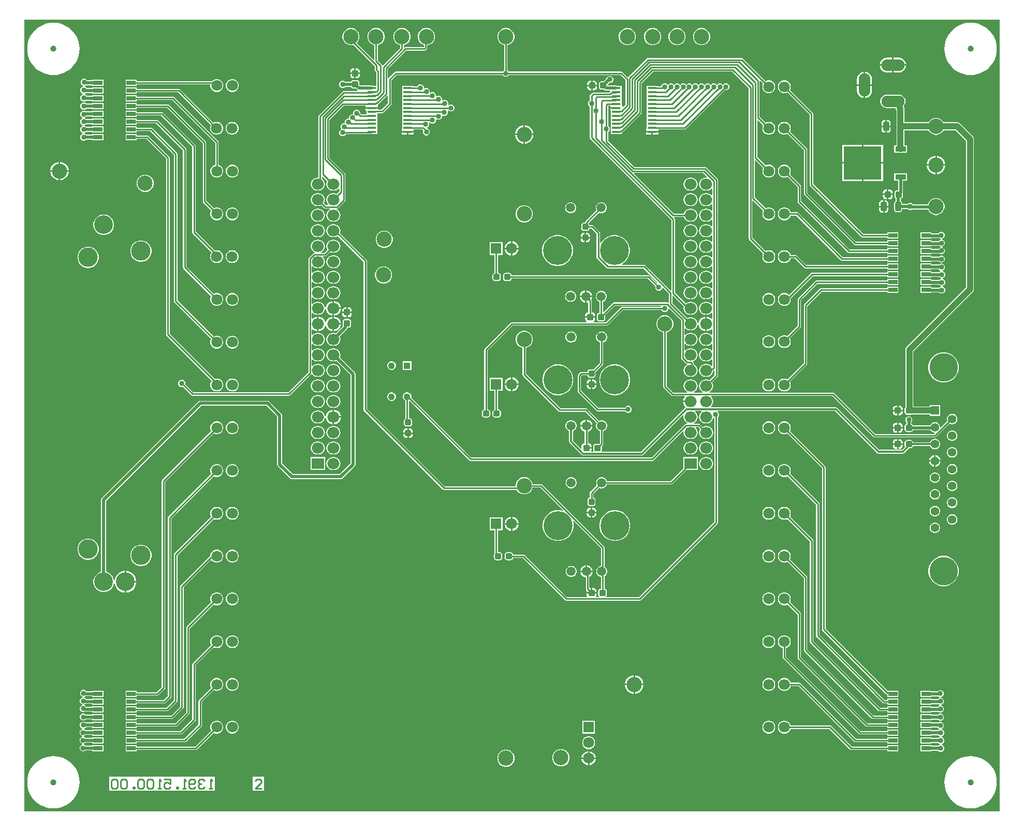
<source format=gbl>
G04*
G04 #@! TF.GenerationSoftware,Altium Limited,Altium Designer,22.7.1 (60)*
G04*
G04 Layer_Physical_Order=2*
G04 Layer_Color=16711680*
%FSLAX44Y44*%
%MOMM*%
G71*
G04*
G04 #@! TF.SameCoordinates,B875D083-2DC7-4D9C-95C5-8495ED73C8DD*
G04*
G04*
G04 #@! TF.FilePolarity,Positive*
G04*
G01*
G75*
%ADD13C,0.2540*%
%ADD14C,0.5000*%
%ADD15C,0.3000*%
G04:AMPARAMS|DCode=19|XSize=1.05mm|YSize=1.1mm|CornerRadius=0.2625mm|HoleSize=0mm|Usage=FLASHONLY|Rotation=270.000|XOffset=0mm|YOffset=0mm|HoleType=Round|Shape=RoundedRectangle|*
%AMROUNDEDRECTD19*
21,1,1.0500,0.5750,0,0,270.0*
21,1,0.5250,1.1000,0,0,270.0*
1,1,0.5250,-0.2875,-0.2625*
1,1,0.5250,-0.2875,0.2625*
1,1,0.5250,0.2875,0.2625*
1,1,0.5250,0.2875,-0.2625*
%
%ADD19ROUNDEDRECTD19*%
G04:AMPARAMS|DCode=21|XSize=1mm|YSize=1.05mm|CornerRadius=0.25mm|HoleSize=0mm|Usage=FLASHONLY|Rotation=180.000|XOffset=0mm|YOffset=0mm|HoleType=Round|Shape=RoundedRectangle|*
%AMROUNDEDRECTD21*
21,1,1.0000,0.5500,0,0,180.0*
21,1,0.5000,1.0500,0,0,180.0*
1,1,0.5000,-0.2500,0.2750*
1,1,0.5000,0.2500,0.2750*
1,1,0.5000,0.2500,-0.2750*
1,1,0.5000,-0.2500,-0.2750*
%
%ADD21ROUNDEDRECTD21*%
G04:AMPARAMS|DCode=22|XSize=1.05mm|YSize=1.1mm|CornerRadius=0.2625mm|HoleSize=0mm|Usage=FLASHONLY|Rotation=0.000|XOffset=0mm|YOffset=0mm|HoleType=Round|Shape=RoundedRectangle|*
%AMROUNDEDRECTD22*
21,1,1.0500,0.5750,0,0,0.0*
21,1,0.5250,1.1000,0,0,0.0*
1,1,0.5250,0.2625,-0.2875*
1,1,0.5250,-0.2625,-0.2875*
1,1,0.5250,-0.2625,0.2875*
1,1,0.5250,0.2625,0.2875*
%
%ADD22ROUNDEDRECTD22*%
%ADD24O,2.0000X1.8000*%
%ADD25R,2.0000X1.8000*%
%ADD26C,4.6500*%
%ADD27C,1.4000*%
%ADD28R,1.4000X1.4000*%
%ADD29C,1.5000*%
%ADD30C,4.7400*%
%ADD31C,1.8000*%
%ADD32R,1.8000X1.8000*%
%ADD33C,1.1000*%
%ADD34R,1.1000X1.1000*%
%ADD35C,3.1750*%
%ADD36C,3.0480*%
%ADD37C,2.5000*%
%ADD38O,3.8000X1.9000*%
%ADD39O,1.9000X3.8000*%
%ADD40R,1.8000X1.8000*%
%ADD41C,1.0000*%
%ADD42C,0.8500*%
G04:AMPARAMS|DCode=43|XSize=1mm|YSize=1.05mm|CornerRadius=0.25mm|HoleSize=0mm|Usage=FLASHONLY|Rotation=270.000|XOffset=0mm|YOffset=0mm|HoleType=Round|Shape=RoundedRectangle|*
%AMROUNDEDRECTD43*
21,1,1.0000,0.5500,0,0,270.0*
21,1,0.5000,1.0500,0,0,270.0*
1,1,0.5000,-0.2750,-0.2500*
1,1,0.5000,-0.2750,0.2500*
1,1,0.5000,0.2750,0.2500*
1,1,0.5000,0.2750,-0.2500*
%
%ADD43ROUNDEDRECTD43*%
%ADD44R,1.8000X0.9000*%
%ADD45R,6.2000X5.4500*%
G04:AMPARAMS|DCode=46|XSize=1.55mm|YSize=0.95mm|CornerRadius=0.2375mm|HoleSize=0mm|Usage=FLASHONLY|Rotation=270.000|XOffset=0mm|YOffset=0mm|HoleType=Round|Shape=RoundedRectangle|*
%AMROUNDEDRECTD46*
21,1,1.5500,0.4750,0,0,270.0*
21,1,1.0750,0.9500,0,0,270.0*
1,1,0.4750,-0.2375,-0.5375*
1,1,0.4750,-0.2375,0.5375*
1,1,0.4750,0.2375,0.5375*
1,1,0.4750,0.2375,-0.5375*
%
%ADD46ROUNDEDRECTD46*%
%ADD47R,1.4750X0.4500*%
%ADD48R,1.5250X0.7000*%
%ADD49C,1.0000*%
G36*
X-2549Y2549D02*
X-1597451D01*
Y1297451D01*
X-2549D01*
Y2549D01*
D02*
G37*
%LPC*%
G36*
X-488157Y1284000D02*
X-491843D01*
X-495404Y1283046D01*
X-498596Y1281203D01*
X-501203Y1278596D01*
X-503046Y1275404D01*
X-504000Y1271843D01*
Y1268157D01*
X-503046Y1264596D01*
X-501203Y1261404D01*
X-498596Y1258797D01*
X-495404Y1256954D01*
X-491843Y1256000D01*
X-488157D01*
X-484596Y1256954D01*
X-481404Y1258797D01*
X-478797Y1261404D01*
X-476954Y1264596D01*
X-476000Y1268157D01*
Y1271843D01*
X-476954Y1275404D01*
X-478797Y1278596D01*
X-481404Y1281203D01*
X-484596Y1283046D01*
X-488157Y1284000D01*
D02*
G37*
G36*
X-528157D02*
X-531843D01*
X-535404Y1283046D01*
X-538596Y1281203D01*
X-541203Y1278596D01*
X-543046Y1275404D01*
X-544000Y1271843D01*
Y1268157D01*
X-543046Y1264596D01*
X-541203Y1261404D01*
X-538596Y1258797D01*
X-535404Y1256954D01*
X-531843Y1256000D01*
X-528157D01*
X-524596Y1256954D01*
X-521404Y1258797D01*
X-518797Y1261404D01*
X-516954Y1264596D01*
X-516000Y1268157D01*
Y1271843D01*
X-516954Y1275404D01*
X-518797Y1278596D01*
X-521404Y1281203D01*
X-524596Y1283046D01*
X-528157Y1284000D01*
D02*
G37*
G36*
X-568157D02*
X-571843D01*
X-575404Y1283046D01*
X-578596Y1281203D01*
X-581203Y1278596D01*
X-583046Y1275404D01*
X-584000Y1271843D01*
Y1268157D01*
X-583046Y1264596D01*
X-581203Y1261404D01*
X-578596Y1258797D01*
X-575404Y1256954D01*
X-571843Y1256000D01*
X-568157D01*
X-564596Y1256954D01*
X-561404Y1258797D01*
X-558797Y1261404D01*
X-556954Y1264596D01*
X-556000Y1268157D01*
Y1271843D01*
X-556954Y1275404D01*
X-558797Y1278596D01*
X-561404Y1281203D01*
X-564596Y1283046D01*
X-568157Y1284000D01*
D02*
G37*
G36*
X-609563D02*
X-613250D01*
X-616810Y1283046D01*
X-620003Y1281203D01*
X-622609Y1278596D01*
X-624453Y1275404D01*
X-625407Y1271843D01*
Y1268157D01*
X-624453Y1264596D01*
X-622609Y1261404D01*
X-620003Y1258797D01*
X-616810Y1256954D01*
X-613250Y1256000D01*
X-609563D01*
X-606003Y1256954D01*
X-602810Y1258797D01*
X-600204Y1261404D01*
X-598361Y1264596D01*
X-597407Y1268157D01*
Y1271843D01*
X-598361Y1275404D01*
X-600204Y1278596D01*
X-602810Y1281203D01*
X-606003Y1283046D01*
X-609563Y1284000D01*
D02*
G37*
G36*
X-808157D02*
X-811843D01*
X-815404Y1283046D01*
X-818596Y1281203D01*
X-821203Y1278596D01*
X-823046Y1275404D01*
X-824000Y1271843D01*
Y1268157D01*
X-823046Y1264596D01*
X-821203Y1261404D01*
X-818596Y1258797D01*
X-815404Y1256954D01*
X-812824Y1256263D01*
Y1215054D01*
X-813257Y1214875D01*
X-814875Y1213257D01*
X-815054Y1212824D01*
X-990000D01*
X-991081Y1212609D01*
X-991997Y1211997D01*
X-991997Y1211997D01*
X-1001866Y1202128D01*
X-1002410Y1202208D01*
X-1003136Y1202579D01*
Y1217157D01*
X-973117Y1247176D01*
X-942966D01*
X-942966Y1247176D01*
X-941885Y1247391D01*
X-940969Y1248003D01*
X-939481Y1249491D01*
X-939481Y1249491D01*
X-938869Y1250407D01*
X-938654Y1251488D01*
Y1256000D01*
X-938157D01*
X-934596Y1256954D01*
X-931404Y1258797D01*
X-928797Y1261404D01*
X-926954Y1264596D01*
X-926000Y1268157D01*
Y1271843D01*
X-926954Y1275404D01*
X-928797Y1278596D01*
X-931404Y1281203D01*
X-934596Y1283046D01*
X-938157Y1284000D01*
X-941843D01*
X-945404Y1283046D01*
X-948596Y1281203D01*
X-951203Y1278596D01*
X-953046Y1275404D01*
X-954000Y1271843D01*
Y1268157D01*
X-953046Y1264596D01*
X-951203Y1261404D01*
X-948596Y1258797D01*
X-945404Y1256954D01*
X-944302Y1256659D01*
Y1252824D01*
X-974287D01*
X-975367Y1252609D01*
X-975906Y1252250D01*
X-977176Y1252774D01*
Y1256263D01*
X-974596Y1256954D01*
X-971404Y1258797D01*
X-968797Y1261404D01*
X-966954Y1264596D01*
X-966000Y1268157D01*
Y1271843D01*
X-966954Y1275404D01*
X-968797Y1278596D01*
X-971404Y1281203D01*
X-974596Y1283046D01*
X-978157Y1284000D01*
X-981843D01*
X-985404Y1283046D01*
X-988596Y1281203D01*
X-991203Y1278596D01*
X-993046Y1275404D01*
X-994000Y1271843D01*
Y1268157D01*
X-993046Y1264596D01*
X-991203Y1261404D01*
X-988596Y1258797D01*
X-985404Y1256954D01*
X-982824Y1256263D01*
Y1251170D01*
X-1011144Y1222850D01*
X-1012522Y1223268D01*
X-1012586Y1223589D01*
X-1013198Y1224505D01*
X-1013198Y1224506D01*
X-1019463Y1230770D01*
Y1256263D01*
X-1016883Y1256954D01*
X-1013691Y1258797D01*
X-1011084Y1261404D01*
X-1009241Y1264596D01*
X-1008287Y1268157D01*
Y1271843D01*
X-1009241Y1275404D01*
X-1011084Y1278596D01*
X-1013691Y1281203D01*
X-1016883Y1283046D01*
X-1020444Y1284000D01*
X-1024130D01*
X-1027691Y1283046D01*
X-1030883Y1281203D01*
X-1033490Y1278596D01*
X-1035333Y1275404D01*
X-1036287Y1271843D01*
Y1268157D01*
X-1035333Y1264596D01*
X-1033490Y1261404D01*
X-1030883Y1258797D01*
X-1027691Y1256954D01*
X-1025111Y1256263D01*
Y1232365D01*
X-1026285Y1231879D01*
X-1053974Y1259568D01*
X-1052139Y1261404D01*
X-1050295Y1264596D01*
X-1049341Y1268157D01*
Y1271843D01*
X-1050295Y1275404D01*
X-1052139Y1278596D01*
X-1054745Y1281203D01*
X-1057938Y1283046D01*
X-1061498Y1284000D01*
X-1065185D01*
X-1068745Y1283046D01*
X-1071938Y1281203D01*
X-1074544Y1278596D01*
X-1076387Y1275404D01*
X-1077341Y1271843D01*
Y1268157D01*
X-1076387Y1264596D01*
X-1074544Y1261404D01*
X-1071938Y1258797D01*
X-1068745Y1256954D01*
X-1065185Y1256000D01*
X-1061498D01*
X-1059050Y1256656D01*
X-1024245Y1221851D01*
Y1215750D01*
X-1024245Y1215750D01*
X-1024030Y1214669D01*
X-1023418Y1213753D01*
X-1022059Y1212394D01*
Y1189500D01*
X-1027792D01*
X-1027819Y1189518D01*
X-1029380Y1189828D01*
X-1048606D01*
X-1049715Y1190937D01*
Y1194875D01*
X-1050035Y1196485D01*
X-1050947Y1197849D01*
X-1052311Y1198761D01*
X-1053921Y1199081D01*
X-1059171D01*
X-1060780Y1198761D01*
X-1062145Y1197849D01*
X-1063056Y1196485D01*
X-1063137Y1196078D01*
X-1072946D01*
X-1073743Y1196875D01*
X-1075856Y1197750D01*
X-1078144D01*
X-1080257Y1196875D01*
X-1081874Y1195257D01*
X-1082750Y1193144D01*
Y1190856D01*
X-1081874Y1188743D01*
X-1080257Y1187125D01*
X-1078144Y1186250D01*
X-1075856D01*
X-1073743Y1187125D01*
X-1072946Y1187922D01*
X-1063137D01*
X-1063056Y1187515D01*
X-1062145Y1186151D01*
X-1060780Y1185239D01*
X-1059171Y1184919D01*
X-1055233D01*
X-1053180Y1182866D01*
X-1053180Y1182866D01*
X-1052429Y1182364D01*
X-1052814Y1181094D01*
X-1075095D01*
X-1075095Y1181094D01*
X-1076176Y1180879D01*
X-1077092Y1180267D01*
X-1077092Y1180267D01*
X-1115905Y1141454D01*
X-1116517Y1140538D01*
X-1116732Y1139457D01*
X-1116732Y1139457D01*
Y1039190D01*
X-1118500D01*
X-1121241Y1038829D01*
X-1123795Y1037772D01*
X-1125989Y1036088D01*
X-1127672Y1033895D01*
X-1128730Y1031341D01*
X-1129090Y1028600D01*
X-1128730Y1025859D01*
X-1127672Y1023305D01*
X-1125989Y1021111D01*
X-1123795Y1019428D01*
X-1121241Y1018370D01*
X-1118500Y1018009D01*
X-1116500D01*
X-1113759Y1018370D01*
X-1111205Y1019428D01*
X-1109011Y1021111D01*
X-1107328Y1023305D01*
X-1106270Y1025859D01*
X-1105909Y1028600D01*
X-1106270Y1031341D01*
X-1107328Y1033895D01*
X-1109011Y1036088D01*
X-1111084Y1037679D01*
Y1040930D01*
X-1109910Y1041416D01*
X-1102306Y1033812D01*
X-1103330Y1031341D01*
X-1103690Y1028600D01*
X-1103330Y1025859D01*
X-1102272Y1023305D01*
X-1100589Y1021111D01*
X-1098395Y1019428D01*
X-1095841Y1018370D01*
X-1093100Y1018009D01*
X-1091100D01*
X-1088359Y1018370D01*
X-1085805Y1019428D01*
X-1083611Y1021111D01*
X-1083357Y1021443D01*
X-1082154Y1021034D01*
Y1017140D01*
X-1086595Y1012699D01*
X-1088359Y1013429D01*
X-1091100Y1013790D01*
X-1093100D01*
X-1095841Y1013429D01*
X-1098395Y1012372D01*
X-1100589Y1010688D01*
X-1102272Y1008495D01*
X-1103330Y1005941D01*
X-1103690Y1003200D01*
X-1103330Y1000459D01*
X-1102272Y997905D01*
X-1100589Y995711D01*
X-1100257Y995457D01*
X-1100665Y994254D01*
X-1104560D01*
X-1107711Y997405D01*
X-1107328Y997905D01*
X-1106270Y1000459D01*
X-1105909Y1003200D01*
X-1106270Y1005941D01*
X-1107328Y1008495D01*
X-1109011Y1010688D01*
X-1111205Y1012372D01*
X-1113759Y1013429D01*
X-1116500Y1013790D01*
X-1118500D01*
X-1121241Y1013429D01*
X-1123795Y1012372D01*
X-1125989Y1010688D01*
X-1127672Y1008495D01*
X-1128730Y1005941D01*
X-1129090Y1003200D01*
X-1128730Y1000459D01*
X-1127672Y997905D01*
X-1125989Y995711D01*
X-1123795Y994028D01*
X-1121241Y992970D01*
X-1118500Y992609D01*
X-1116500D01*
X-1113759Y992970D01*
X-1111995Y993701D01*
X-1107727Y989433D01*
X-1107727Y989433D01*
X-1106811Y988820D01*
X-1105730Y988605D01*
X-1105730Y988605D01*
X-1097769D01*
X-1097516Y987336D01*
X-1098395Y986972D01*
X-1100589Y985288D01*
X-1102272Y983095D01*
X-1103330Y980541D01*
X-1103690Y977800D01*
X-1103330Y975059D01*
X-1102272Y972505D01*
X-1100589Y970311D01*
X-1098395Y968628D01*
X-1095841Y967570D01*
X-1093100Y967209D01*
X-1091100D01*
X-1088359Y967570D01*
X-1085805Y968628D01*
X-1083611Y970311D01*
X-1081928Y972505D01*
X-1080870Y975059D01*
X-1080509Y977800D01*
X-1080870Y980541D01*
X-1081928Y983095D01*
X-1083611Y985288D01*
X-1085805Y986972D01*
X-1086683Y987336D01*
X-1086654Y987481D01*
X-1086225Y988605D01*
X-1085144Y988820D01*
X-1084228Y989433D01*
X-1073293Y1000367D01*
X-1073293Y1000368D01*
X-1072681Y1001284D01*
X-1072466Y1002365D01*
Y1044479D01*
X-1072466Y1044479D01*
X-1072681Y1045560D01*
X-1073293Y1046476D01*
X-1073293Y1046476D01*
X-1098452Y1071635D01*
Y1133779D01*
X-1075305Y1156926D01*
X-1039295D01*
Y1154520D01*
X-1029380D01*
X-1019465D01*
Y1158040D01*
X-1019465Y1158040D01*
X-1019021Y1159126D01*
X-1018860Y1159233D01*
X-1004094Y1173999D01*
X-1003550Y1173920D01*
X-1002824Y1173549D01*
Y1161170D01*
X-1013440Y1150554D01*
X-1019465D01*
Y1151980D01*
X-1029380D01*
X-1039295D01*
Y1148460D01*
X-1038255D01*
Y1143074D01*
X-1046916D01*
X-1048297Y1144455D01*
Y1145742D01*
X-1049172Y1147856D01*
X-1050790Y1149473D01*
X-1052903Y1150348D01*
X-1055191D01*
X-1057304Y1149473D01*
X-1058922Y1147856D01*
X-1059797Y1145742D01*
Y1144348D01*
X-1059853Y1143441D01*
X-1060970Y1143175D01*
X-1062158D01*
X-1064271Y1142299D01*
X-1065888Y1140682D01*
X-1066764Y1138568D01*
Y1136281D01*
X-1067165Y1135681D01*
X-1068779D01*
X-1070892Y1134805D01*
X-1072509Y1133188D01*
X-1073385Y1131074D01*
Y1128787D01*
X-1073789Y1128182D01*
X-1075395D01*
X-1077508Y1127307D01*
X-1079126Y1125689D01*
X-1080001Y1123576D01*
Y1121289D01*
X-1079154Y1119243D01*
X-1079509Y1118002D01*
X-1080257Y1117692D01*
X-1081874Y1116075D01*
X-1082750Y1113961D01*
Y1111674D01*
X-1081874Y1109560D01*
X-1080257Y1107943D01*
X-1078144Y1107067D01*
X-1075856D01*
X-1073743Y1107943D01*
X-1072125Y1109560D01*
X-1071649Y1110710D01*
X-1038255D01*
Y1110500D01*
X-1020505D01*
Y1117000D01*
Y1123500D01*
Y1130000D01*
Y1136500D01*
Y1144906D01*
X-1012270D01*
X-1012270Y1144906D01*
X-1011189Y1145121D01*
X-1010273Y1145733D01*
X-998003Y1158003D01*
X-997391Y1158919D01*
X-997176Y1160000D01*
Y1198830D01*
X-988830Y1207176D01*
X-815054D01*
X-814875Y1206743D01*
X-813257Y1205125D01*
X-811144Y1204250D01*
X-808856D01*
X-806743Y1205125D01*
X-805125Y1206743D01*
X-804946Y1207176D01*
X-622576D01*
X-614231Y1198830D01*
Y1158851D01*
X-618292Y1154790D01*
X-619465Y1155276D01*
Y1158040D01*
X-620505D01*
Y1169000D01*
Y1175500D01*
Y1182000D01*
Y1189500D01*
X-627792D01*
X-627819Y1189518D01*
X-629380Y1189828D01*
X-643919D01*
Y1191313D01*
X-640982Y1194250D01*
X-638856D01*
X-636743Y1195125D01*
X-635125Y1196743D01*
X-634250Y1198856D01*
Y1201144D01*
X-635125Y1203257D01*
X-636743Y1204875D01*
X-638856Y1205750D01*
X-641144D01*
X-643257Y1204875D01*
X-644875Y1203257D01*
X-645750Y1201144D01*
Y1201018D01*
X-649937Y1196831D01*
X-653875D01*
X-655484Y1196511D01*
X-656849Y1195599D01*
X-657761Y1194234D01*
X-658081Y1192625D01*
Y1187375D01*
X-657761Y1185766D01*
X-656849Y1184401D01*
X-655484Y1183489D01*
X-653875Y1183169D01*
X-648953D01*
X-648651Y1182866D01*
X-648651Y1182866D01*
X-647327Y1181982D01*
X-645767Y1181672D01*
X-638996D01*
X-638871Y1180402D01*
X-638983Y1180379D01*
X-639899Y1179767D01*
X-639899Y1179767D01*
X-641032Y1178634D01*
X-667050D01*
X-667050Y1178634D01*
X-668131Y1178419D01*
X-669047Y1177807D01*
X-671997Y1174857D01*
X-672609Y1173941D01*
X-672824Y1172860D01*
X-672824Y1172860D01*
Y1165428D01*
X-673257Y1165249D01*
X-674875Y1163631D01*
X-675750Y1161518D01*
Y1159230D01*
X-674875Y1157117D01*
X-673257Y1155499D01*
X-672824Y1155320D01*
Y1104708D01*
X-672824Y1104708D01*
X-672609Y1103627D01*
X-671997Y1102711D01*
X-539344Y970059D01*
Y854926D01*
X-540518Y854439D01*
X-581605Y895527D01*
X-582521Y896139D01*
X-583602Y896354D01*
X-583602Y896354D01*
X-620480D01*
X-620728Y897600D01*
X-620563Y897668D01*
X-616436Y900426D01*
X-612926Y903936D01*
X-610168Y908063D01*
X-608268Y912649D01*
X-607300Y917518D01*
Y922482D01*
X-608268Y927350D01*
X-610168Y931937D01*
X-612926Y936064D01*
X-616436Y939574D01*
X-620563Y942332D01*
X-625149Y944232D01*
X-630018Y945200D01*
X-634982D01*
X-639851Y944232D01*
X-644437Y942332D01*
X-648564Y939574D01*
X-652074Y936064D01*
X-654832Y931937D01*
X-654900Y931772D01*
X-656146Y932020D01*
Y948970D01*
X-656361Y950051D01*
X-656973Y950967D01*
X-656973Y950967D01*
X-666753Y960747D01*
X-667669Y961359D01*
X-668750Y961574D01*
X-668750Y961574D01*
X-673436D01*
X-673732Y963061D01*
X-674616Y964384D01*
X-674706Y965300D01*
X-658056Y981950D01*
X-657474Y981613D01*
X-655185Y981000D01*
X-652815D01*
X-650526Y981613D01*
X-648474Y982798D01*
X-646798Y984474D01*
X-645613Y986526D01*
X-645000Y988815D01*
Y991185D01*
X-645613Y993474D01*
X-646798Y995526D01*
X-648474Y997202D01*
X-650526Y998387D01*
X-652815Y999000D01*
X-655185D01*
X-657474Y998387D01*
X-659526Y997202D01*
X-661202Y995526D01*
X-662387Y993474D01*
X-663000Y991185D01*
Y988815D01*
X-662387Y986526D01*
X-662050Y985944D01*
X-680075Y967919D01*
X-680687Y967003D01*
X-680902Y965922D01*
X-682084Y965578D01*
X-682500D01*
X-684061Y965268D01*
X-685384Y964384D01*
X-686268Y963061D01*
X-686578Y961500D01*
Y956000D01*
X-686268Y954439D01*
X-685384Y953116D01*
X-684061Y952232D01*
X-682500Y951922D01*
X-677500D01*
X-675939Y952232D01*
X-674616Y953116D01*
X-673732Y954439D01*
X-673436Y955926D01*
X-669920D01*
X-661794Y947800D01*
Y909036D01*
X-661794Y909036D01*
X-661579Y907955D01*
X-660967Y907039D01*
X-645461Y891533D01*
X-645461Y891533D01*
X-644545Y890921D01*
X-643464Y890706D01*
X-584772D01*
X-561978Y867911D01*
X-562384Y866522D01*
X-562502Y866496D01*
X-574842Y878836D01*
X-575758Y879448D01*
X-576839Y879663D01*
X-576839Y879663D01*
X-800851D01*
X-801097Y880899D01*
X-801981Y882223D01*
X-803304Y883107D01*
X-804865Y883417D01*
X-810365D01*
X-811926Y883107D01*
X-813249Y882223D01*
X-814133Y880899D01*
X-814443Y879339D01*
Y874339D01*
X-814133Y872778D01*
X-813249Y871455D01*
X-811926Y870571D01*
X-810365Y870260D01*
X-804865D01*
X-803304Y870571D01*
X-801981Y871455D01*
X-801097Y872778D01*
X-800851Y874014D01*
X-578008D01*
X-565571Y861577D01*
X-565750Y861144D01*
Y858856D01*
X-564875Y856743D01*
X-563257Y855125D01*
X-561144Y854250D01*
X-558856D01*
X-556743Y855125D01*
X-555125Y856743D01*
X-554387Y858525D01*
X-553077Y859010D01*
X-543384Y849318D01*
Y835509D01*
X-544654Y834830D01*
X-544953Y835029D01*
X-546033Y835244D01*
X-546033Y835244D01*
X-632799D01*
X-633879Y835029D01*
X-634796Y834417D01*
X-650002Y819210D01*
X-651176Y819696D01*
Y836439D01*
X-650526Y836613D01*
X-648474Y837798D01*
X-646798Y839474D01*
X-645613Y841526D01*
X-645000Y843815D01*
Y846185D01*
X-645613Y848474D01*
X-646798Y850526D01*
X-648474Y852202D01*
X-650526Y853387D01*
X-652815Y854000D01*
X-655185D01*
X-657474Y853387D01*
X-659526Y852202D01*
X-661202Y850526D01*
X-662387Y848474D01*
X-663000Y846185D01*
Y843815D01*
X-662387Y841526D01*
X-661202Y839474D01*
X-659526Y837798D01*
X-657474Y836613D01*
X-656824Y836439D01*
Y817774D01*
X-657151D01*
X-658760Y817453D01*
X-660125Y816542D01*
X-661036Y815177D01*
X-661356Y813568D01*
Y808318D01*
X-661036Y806708D01*
X-660125Y805344D01*
X-658760Y804432D01*
X-657151Y804112D01*
X-651401D01*
X-649791Y804432D01*
X-648427Y805344D01*
X-647515Y806708D01*
X-647195Y808318D01*
Y813568D01*
X-647271Y813953D01*
X-631629Y829595D01*
X-556992D01*
X-556298Y828326D01*
X-556363Y828224D01*
X-619876D01*
X-619876Y828224D01*
X-620957Y828009D01*
X-621873Y827397D01*
X-621873Y827397D01*
X-646446Y802824D01*
X-666039D01*
X-666425Y804094D01*
X-665677Y804594D01*
X-664535Y806302D01*
X-664134Y808318D01*
Y809673D01*
X-672275D01*
X-680417D01*
Y808318D01*
X-680016Y806302D01*
X-678874Y804594D01*
X-678127Y804094D01*
X-678512Y802824D01*
X-800000D01*
X-801081Y802609D01*
X-801997Y801997D01*
X-801997Y801997D01*
X-844467Y759527D01*
X-845079Y758611D01*
X-845294Y757530D01*
X-845294Y757530D01*
Y659939D01*
X-846781Y659643D01*
X-848104Y658759D01*
X-848988Y657436D01*
X-849298Y655875D01*
Y650875D01*
X-848988Y649314D01*
X-848104Y647991D01*
X-846781Y647107D01*
X-845220Y646797D01*
X-839720D01*
X-838159Y647107D01*
X-836836Y647991D01*
X-835952Y649314D01*
X-835642Y650875D01*
Y655875D01*
X-835952Y657436D01*
X-836836Y658759D01*
X-838159Y659643D01*
X-839646Y659939D01*
Y756360D01*
X-798830Y797176D01*
X-645276D01*
X-645276Y797176D01*
X-644195Y797391D01*
X-643279Y798003D01*
X-618706Y822576D01*
X-555054D01*
X-554875Y822143D01*
X-553257Y820525D01*
X-551144Y819650D01*
X-548856D01*
X-546743Y820525D01*
X-545125Y822143D01*
X-544250Y824256D01*
Y824846D01*
X-542980Y825372D01*
X-523494Y805887D01*
Y744325D01*
X-523494Y744324D01*
X-523279Y743244D01*
X-522667Y742327D01*
X-515772Y735433D01*
X-515772Y735433D01*
X-514856Y734820D01*
X-513775Y734605D01*
X-513345Y733481D01*
X-513316Y733335D01*
X-514195Y732971D01*
X-516389Y731289D01*
X-518072Y729095D01*
X-519130Y726541D01*
X-519491Y723800D01*
X-519130Y721059D01*
X-518072Y718504D01*
X-516389Y716311D01*
X-514195Y714628D01*
X-511641Y713570D01*
X-508900Y713209D01*
X-506900D01*
X-504159Y713570D01*
X-501604Y714628D01*
X-499411Y716311D01*
X-497728Y718504D01*
X-496670Y721059D01*
X-496309Y723800D01*
X-496670Y726541D01*
X-497728Y729095D01*
X-499411Y731289D01*
X-501604Y732971D01*
X-502768Y733453D01*
Y735122D01*
X-502983Y736203D01*
X-503595Y737119D01*
X-503595Y737119D01*
X-504273Y737797D01*
X-503799Y739119D01*
X-501604Y740028D01*
X-499411Y741711D01*
X-497728Y743904D01*
X-496670Y746459D01*
X-496309Y749200D01*
X-496670Y751941D01*
X-497728Y754495D01*
X-499411Y756689D01*
X-501604Y758372D01*
X-504159Y759429D01*
X-506900Y759790D01*
X-508900D01*
X-511641Y759429D01*
X-514195Y758372D01*
X-516389Y756689D01*
X-516643Y756357D01*
X-517846Y756765D01*
Y767035D01*
X-516643Y767443D01*
X-516389Y767111D01*
X-514195Y765428D01*
X-511641Y764370D01*
X-508900Y764009D01*
X-506900D01*
X-504159Y764370D01*
X-501604Y765428D01*
X-499411Y767111D01*
X-497728Y769305D01*
X-496670Y771859D01*
X-496309Y774600D01*
X-496670Y777341D01*
X-497728Y779895D01*
X-499411Y782088D01*
X-501604Y783772D01*
X-504159Y784829D01*
X-506900Y785190D01*
X-508900D01*
X-511641Y784829D01*
X-514195Y783772D01*
X-516389Y782088D01*
X-516643Y781757D01*
X-517846Y782165D01*
Y792434D01*
X-516643Y792843D01*
X-516389Y792511D01*
X-514195Y790828D01*
X-511641Y789770D01*
X-508900Y789409D01*
X-506900D01*
X-504159Y789770D01*
X-501604Y790828D01*
X-499411Y792511D01*
X-497728Y794705D01*
X-496670Y797259D01*
X-496418Y799174D01*
X-496365Y799578D01*
X-495084D01*
X-495031Y799174D01*
X-494743Y796987D01*
X-493580Y794180D01*
X-491730Y791769D01*
X-489320Y789920D01*
X-486512Y788757D01*
X-483770Y788396D01*
Y800000D01*
Y811604D01*
X-486512Y811243D01*
X-489320Y810080D01*
X-491730Y808230D01*
X-493580Y805820D01*
X-494743Y803012D01*
X-495031Y800826D01*
X-495084Y800422D01*
X-496365D01*
X-496418Y800826D01*
X-496670Y802741D01*
X-497728Y805295D01*
X-499411Y807488D01*
X-501604Y809172D01*
X-504159Y810229D01*
X-506900Y810590D01*
X-508900D01*
X-511641Y810229D01*
X-513405Y809499D01*
X-537736Y833830D01*
Y845642D01*
X-536562Y846128D01*
X-518967Y828533D01*
X-519130Y828141D01*
X-519491Y825400D01*
X-519130Y822659D01*
X-518072Y820105D01*
X-516389Y817911D01*
X-514195Y816228D01*
X-511641Y815170D01*
X-508900Y814809D01*
X-506900D01*
X-504159Y815170D01*
X-501604Y816228D01*
X-499411Y817911D01*
X-497728Y820105D01*
X-496670Y822659D01*
X-496309Y825400D01*
X-496670Y828141D01*
X-497728Y830695D01*
X-499411Y832888D01*
X-501604Y834572D01*
X-504159Y835630D01*
X-506900Y835990D01*
X-508900D01*
X-511641Y835630D01*
X-514195Y834572D01*
X-515792Y833346D01*
X-533696Y851249D01*
Y971228D01*
X-533696Y971228D01*
X-533911Y972309D01*
X-534523Y973225D01*
X-534523Y973225D01*
X-535100Y973802D01*
X-534614Y974976D01*
X-519095D01*
X-518072Y972505D01*
X-516389Y970311D01*
X-514195Y968628D01*
X-511641Y967570D01*
X-508900Y967209D01*
X-506900D01*
X-504159Y967570D01*
X-501604Y968628D01*
X-499411Y970311D01*
X-497728Y972505D01*
X-496670Y975059D01*
X-496309Y977800D01*
X-496670Y980541D01*
X-497728Y983095D01*
X-499411Y985288D01*
X-501604Y986972D01*
X-504159Y988029D01*
X-506900Y988390D01*
X-508900D01*
X-511641Y988029D01*
X-514195Y986972D01*
X-516389Y985288D01*
X-518072Y983095D01*
X-519095Y980624D01*
X-535350D01*
X-600728Y1046002D01*
X-600242Y1047176D01*
X-487425D01*
X-480524Y1040275D01*
X-481086Y1039136D01*
X-481500Y1039190D01*
X-483500D01*
X-486241Y1038829D01*
X-488795Y1037772D01*
X-490989Y1036088D01*
X-492672Y1033895D01*
X-493730Y1031341D01*
X-494090Y1028600D01*
X-493730Y1025859D01*
X-492672Y1023305D01*
X-490989Y1021111D01*
X-488795Y1019428D01*
X-486241Y1018370D01*
X-483500Y1018009D01*
X-481500D01*
X-478759Y1018370D01*
X-476204Y1019428D01*
X-474011Y1021111D01*
X-473757Y1021443D01*
X-472554Y1021034D01*
Y1010765D01*
X-473757Y1010357D01*
X-474011Y1010688D01*
X-476204Y1012372D01*
X-478759Y1013429D01*
X-481500Y1013790D01*
X-483500D01*
X-486241Y1013429D01*
X-488795Y1012372D01*
X-490989Y1010688D01*
X-492672Y1008495D01*
X-493730Y1005941D01*
X-494090Y1003200D01*
X-493730Y1000459D01*
X-492672Y997905D01*
X-490989Y995711D01*
X-488795Y994028D01*
X-486241Y992970D01*
X-483500Y992609D01*
X-481500D01*
X-478759Y992970D01*
X-476204Y994028D01*
X-474011Y995711D01*
X-473757Y996043D01*
X-472554Y995635D01*
Y985365D01*
X-473757Y984957D01*
X-474011Y985288D01*
X-476204Y986972D01*
X-478759Y988029D01*
X-481500Y988390D01*
X-483500D01*
X-486241Y988029D01*
X-488795Y986972D01*
X-490989Y985288D01*
X-492672Y983095D01*
X-493730Y980541D01*
X-494090Y977800D01*
X-493730Y975059D01*
X-492672Y972505D01*
X-490989Y970311D01*
X-488795Y968628D01*
X-486241Y967570D01*
X-483500Y967209D01*
X-481500D01*
X-478759Y967570D01*
X-476204Y968628D01*
X-474011Y970311D01*
X-473757Y970643D01*
X-472554Y970235D01*
Y959965D01*
X-473757Y959557D01*
X-474011Y959889D01*
X-476204Y961572D01*
X-478759Y962629D01*
X-481500Y962990D01*
X-483500D01*
X-486241Y962629D01*
X-488795Y961572D01*
X-490989Y959889D01*
X-492672Y957695D01*
X-493730Y955141D01*
X-494090Y952400D01*
X-493730Y949659D01*
X-492672Y947104D01*
X-490989Y944911D01*
X-488795Y943228D01*
X-486241Y942170D01*
X-483500Y941809D01*
X-481500D01*
X-478759Y942170D01*
X-476204Y943228D01*
X-474011Y944911D01*
X-473757Y945243D01*
X-472554Y944835D01*
Y934565D01*
X-473757Y934157D01*
X-474011Y934489D01*
X-476204Y936171D01*
X-478759Y937230D01*
X-481500Y937590D01*
X-483500D01*
X-486241Y937230D01*
X-488795Y936171D01*
X-490989Y934489D01*
X-492672Y932295D01*
X-493730Y929741D01*
X-494090Y927000D01*
X-493730Y924259D01*
X-492672Y921704D01*
X-490989Y919511D01*
X-488795Y917828D01*
X-486241Y916770D01*
X-483500Y916409D01*
X-481500D01*
X-478759Y916770D01*
X-476204Y917828D01*
X-474011Y919511D01*
X-473757Y919843D01*
X-472554Y919435D01*
Y909165D01*
X-473757Y908757D01*
X-474011Y909089D01*
X-476204Y910771D01*
X-478759Y911830D01*
X-481500Y912190D01*
X-483500D01*
X-486241Y911830D01*
X-488795Y910771D01*
X-490989Y909089D01*
X-492672Y906895D01*
X-493730Y904341D01*
X-494090Y901600D01*
X-493730Y898859D01*
X-492672Y896304D01*
X-490989Y894111D01*
X-488795Y892428D01*
X-486241Y891370D01*
X-483500Y891009D01*
X-481500D01*
X-478759Y891370D01*
X-476204Y892428D01*
X-474011Y894111D01*
X-473757Y894443D01*
X-472554Y894035D01*
Y883765D01*
X-473757Y883357D01*
X-474011Y883689D01*
X-476204Y885371D01*
X-478759Y886430D01*
X-481500Y886790D01*
X-483500D01*
X-486241Y886430D01*
X-488795Y885371D01*
X-490989Y883689D01*
X-492672Y881495D01*
X-493730Y878941D01*
X-494090Y876200D01*
X-493730Y873459D01*
X-492672Y870904D01*
X-490989Y868711D01*
X-488795Y867028D01*
X-486241Y865970D01*
X-483500Y865609D01*
X-481500D01*
X-478759Y865970D01*
X-476204Y867028D01*
X-474011Y868711D01*
X-473757Y869043D01*
X-472554Y868634D01*
Y858365D01*
X-473757Y857957D01*
X-474011Y858288D01*
X-476204Y859971D01*
X-478759Y861030D01*
X-481500Y861390D01*
X-483500D01*
X-486241Y861030D01*
X-488795Y859971D01*
X-490989Y858288D01*
X-492672Y856095D01*
X-493730Y853541D01*
X-494090Y850800D01*
X-493730Y848059D01*
X-492672Y845505D01*
X-490989Y843311D01*
X-488795Y841628D01*
X-486241Y840570D01*
X-483500Y840209D01*
X-481500D01*
X-478759Y840570D01*
X-476204Y841628D01*
X-474011Y843311D01*
X-473757Y843643D01*
X-472554Y843234D01*
Y832965D01*
X-473757Y832557D01*
X-474011Y832888D01*
X-476204Y834572D01*
X-478759Y835630D01*
X-481500Y835990D01*
X-483500D01*
X-486241Y835630D01*
X-488795Y834572D01*
X-490989Y832888D01*
X-492672Y830695D01*
X-493730Y828141D01*
X-494090Y825400D01*
X-493730Y822659D01*
X-492672Y820105D01*
X-490989Y817911D01*
X-488795Y816228D01*
X-486241Y815170D01*
X-483500Y814809D01*
X-481500D01*
X-478759Y815170D01*
X-476204Y816228D01*
X-474011Y817911D01*
X-473757Y818243D01*
X-472554Y817834D01*
Y809282D01*
X-473824Y808656D01*
X-475680Y810080D01*
X-478487Y811243D01*
X-481230Y811604D01*
Y800000D01*
Y788396D01*
X-478487Y788757D01*
X-475680Y789920D01*
X-473824Y791344D01*
X-472554Y790717D01*
Y782165D01*
X-473757Y781757D01*
X-474011Y782088D01*
X-476204Y783772D01*
X-478759Y784829D01*
X-481500Y785190D01*
X-483500D01*
X-486241Y784829D01*
X-488795Y783772D01*
X-490989Y782088D01*
X-492672Y779895D01*
X-493730Y777341D01*
X-494090Y774600D01*
X-493730Y771859D01*
X-492672Y769305D01*
X-490989Y767111D01*
X-488795Y765428D01*
X-486241Y764370D01*
X-483500Y764009D01*
X-481500D01*
X-478759Y764370D01*
X-476204Y765428D01*
X-474011Y767111D01*
X-473757Y767443D01*
X-472554Y767035D01*
Y756765D01*
X-473757Y756357D01*
X-474011Y756689D01*
X-476204Y758372D01*
X-478759Y759429D01*
X-481500Y759790D01*
X-483500D01*
X-486241Y759429D01*
X-488795Y758372D01*
X-490989Y756689D01*
X-492672Y754495D01*
X-493730Y751941D01*
X-494090Y749200D01*
X-493730Y746459D01*
X-492672Y743904D01*
X-490989Y741711D01*
X-488795Y740028D01*
X-486241Y738970D01*
X-483500Y738609D01*
X-481500D01*
X-478759Y738970D01*
X-476204Y740028D01*
X-474011Y741711D01*
X-473757Y742043D01*
X-472554Y741635D01*
Y731365D01*
X-473757Y730957D01*
X-474011Y731289D01*
X-476204Y732971D01*
X-478759Y734029D01*
X-481500Y734390D01*
X-483500D01*
X-486241Y734029D01*
X-488795Y732971D01*
X-490989Y731289D01*
X-492672Y729095D01*
X-493730Y726541D01*
X-494090Y723800D01*
X-493730Y721059D01*
X-492672Y718504D01*
X-490989Y716311D01*
X-488795Y714628D01*
X-486241Y713570D01*
X-483500Y713209D01*
X-481500D01*
X-478759Y713570D01*
X-476204Y714628D01*
X-474011Y716311D01*
X-472328Y718504D01*
X-471270Y721059D01*
X-470910Y723791D01*
X-470137Y723944D01*
X-469784Y724180D01*
X-468514Y723502D01*
Y716380D01*
X-476995Y707899D01*
X-478759Y708630D01*
X-481500Y708990D01*
X-483500D01*
X-486241Y708630D01*
X-488795Y707571D01*
X-490989Y705889D01*
X-492672Y703695D01*
X-493730Y701141D01*
X-494090Y698400D01*
X-493730Y695659D01*
X-492672Y693104D01*
X-490989Y690911D01*
X-488795Y689228D01*
X-487916Y688864D01*
X-488169Y687594D01*
X-502231D01*
X-502483Y688864D01*
X-501604Y689228D01*
X-499411Y690911D01*
X-497728Y693104D01*
X-496670Y695659D01*
X-496309Y698400D01*
X-496670Y701141D01*
X-497728Y703695D01*
X-499411Y705889D01*
X-501604Y707571D01*
X-504159Y708630D01*
X-506900Y708990D01*
X-508900D01*
X-511641Y708630D01*
X-514195Y707571D01*
X-516389Y705889D01*
X-518072Y703695D01*
X-519130Y701141D01*
X-519491Y698400D01*
X-519130Y695659D01*
X-518072Y693104D01*
X-516389Y690911D01*
X-514195Y689228D01*
X-513316Y688864D01*
X-513569Y687594D01*
X-536145D01*
X-547176Y698625D01*
Y786263D01*
X-544596Y786954D01*
X-541404Y788797D01*
X-538797Y791404D01*
X-536954Y794596D01*
X-536000Y798157D01*
Y801843D01*
X-536954Y805404D01*
X-538797Y808596D01*
X-541404Y811203D01*
X-544596Y813046D01*
X-548157Y814000D01*
X-551843D01*
X-555404Y813046D01*
X-558596Y811203D01*
X-561203Y808596D01*
X-563046Y805404D01*
X-564000Y801843D01*
Y798157D01*
X-563046Y794596D01*
X-561203Y791404D01*
X-558596Y788797D01*
X-555404Y786954D01*
X-552824Y786263D01*
Y697455D01*
X-552824Y697455D01*
X-552609Y696374D01*
X-551997Y695458D01*
X-539312Y682773D01*
X-539312Y682773D01*
X-538396Y682160D01*
X-537315Y681945D01*
X-518182D01*
X-517556Y680676D01*
X-518980Y678820D01*
X-520143Y676012D01*
X-520372Y674270D01*
X-507900D01*
Y671730D01*
X-520372D01*
X-520143Y669987D01*
X-518980Y667180D01*
X-517130Y664769D01*
X-516478Y664269D01*
X-516613Y662772D01*
X-517023Y662498D01*
X-588913Y590609D01*
X-653019D01*
X-653698Y591879D01*
X-653239Y592565D01*
X-652919Y594175D01*
Y599425D01*
X-652996Y599810D01*
X-651451Y601355D01*
X-651451Y601355D01*
X-650839Y602271D01*
X-650624Y603352D01*
Y624839D01*
X-649974Y625013D01*
X-647922Y626198D01*
X-646246Y627874D01*
X-645061Y629926D01*
X-644448Y632215D01*
Y634585D01*
X-645061Y636874D01*
X-646246Y638926D01*
X-647922Y640602D01*
X-649974Y641786D01*
X-652263Y642400D01*
X-654633D01*
X-656922Y641786D01*
X-657504Y641450D01*
X-677094Y661040D01*
X-678010Y661652D01*
X-679091Y661867D01*
X-679091Y661867D01*
X-720661D01*
X-777176Y718381D01*
Y760804D01*
X-774596Y761495D01*
X-771404Y763338D01*
X-768797Y765945D01*
X-766954Y769137D01*
X-766000Y772698D01*
Y776384D01*
X-766954Y779945D01*
X-768797Y783137D01*
X-771404Y785743D01*
X-774596Y787587D01*
X-778157Y788541D01*
X-781843D01*
X-785404Y787587D01*
X-788596Y785743D01*
X-791203Y783137D01*
X-793046Y779945D01*
X-794000Y776384D01*
Y772698D01*
X-793046Y769137D01*
X-791203Y765945D01*
X-788596Y763338D01*
X-785404Y761495D01*
X-782824Y760804D01*
Y717212D01*
X-782824Y717212D01*
X-782609Y716131D01*
X-781997Y715214D01*
X-723828Y657046D01*
X-723828Y657046D01*
X-722912Y656433D01*
X-721831Y656219D01*
X-680261D01*
X-661498Y637456D01*
X-661834Y636874D01*
X-662448Y634585D01*
Y632215D01*
X-661834Y629926D01*
X-660650Y627874D01*
X-658974Y626198D01*
X-656922Y625013D01*
X-656272Y624839D01*
Y604522D01*
X-657163Y603631D01*
X-662875D01*
X-664484Y603311D01*
X-665849Y602399D01*
X-666761Y601034D01*
X-667081Y599425D01*
Y594175D01*
X-666761Y592565D01*
X-666302Y591879D01*
X-666981Y590609D01*
X-669949D01*
X-670548Y591729D01*
X-670260Y592160D01*
X-669859Y594175D01*
Y595530D01*
X-678000D01*
Y598070D01*
X-669859D01*
Y599425D01*
X-670260Y601440D01*
X-671401Y603149D01*
X-673110Y604290D01*
X-675125Y604691D01*
X-675624D01*
Y623762D01*
X-674573Y624044D01*
X-672283Y625366D01*
X-670414Y627235D01*
X-669092Y629524D01*
X-668408Y632078D01*
Y632130D01*
X-688488D01*
Y632078D01*
X-687804Y629524D01*
X-686482Y627235D01*
X-684613Y625366D01*
X-682323Y624044D01*
X-681272Y623762D01*
Y604612D01*
X-682890Y604290D01*
X-684599Y603149D01*
X-685740Y601440D01*
X-686141Y599425D01*
Y596057D01*
X-687315Y595571D01*
X-700389Y608646D01*
Y624902D01*
X-699974Y625013D01*
X-697922Y626198D01*
X-696246Y627874D01*
X-695061Y629926D01*
X-694448Y632215D01*
Y634585D01*
X-695061Y636874D01*
X-696246Y638926D01*
X-697922Y640602D01*
X-699974Y641786D01*
X-702263Y642400D01*
X-704633D01*
X-706922Y641786D01*
X-708974Y640602D01*
X-710650Y638926D01*
X-711834Y636874D01*
X-712448Y634585D01*
Y632215D01*
X-711834Y629926D01*
X-710650Y627874D01*
X-708974Y626198D01*
X-706922Y625013D01*
X-706507Y624902D01*
Y607379D01*
X-706507Y607379D01*
X-706274Y606208D01*
X-705611Y605216D01*
X-685782Y585387D01*
X-685782Y585387D01*
X-684790Y584724D01*
X-683619Y584491D01*
X-683619Y584491D01*
X-587646D01*
X-587646Y584491D01*
X-586475Y584724D01*
X-585483Y585387D01*
X-520393Y650477D01*
X-519190Y649884D01*
X-519491Y647600D01*
X-519130Y644859D01*
X-518072Y642305D01*
X-516389Y640111D01*
X-514195Y638428D01*
X-513316Y638064D01*
X-513569Y636794D01*
X-515096D01*
X-515096Y636794D01*
X-516177Y636579D01*
X-517094Y635967D01*
X-517094Y635967D01*
X-571724Y581336D01*
X-866442D01*
X-964655Y679549D01*
X-964540Y679978D01*
Y681821D01*
X-965017Y683602D01*
X-965939Y685198D01*
X-967242Y686501D01*
X-968838Y687423D01*
X-970619Y687900D01*
X-972462D01*
X-974242Y687423D01*
X-975838Y686501D01*
X-977142Y685198D01*
X-978063Y683602D01*
X-978540Y681821D01*
Y679978D01*
X-978063Y678198D01*
X-977142Y676602D01*
X-975838Y675298D01*
X-974364Y674447D01*
Y645065D01*
X-975384Y644384D01*
X-976268Y643061D01*
X-976578Y641500D01*
Y636000D01*
X-976268Y634439D01*
X-975384Y633116D01*
X-974061Y632232D01*
X-972500Y631922D01*
X-967500D01*
X-965939Y632232D01*
X-964616Y633116D01*
X-963732Y634439D01*
X-963422Y636000D01*
Y641500D01*
X-963732Y643061D01*
X-964616Y644384D01*
X-965939Y645268D01*
X-967500Y645578D01*
X-968716D01*
Y673826D01*
X-967446Y674352D01*
X-869609Y576515D01*
X-869609Y576515D01*
X-868693Y575903D01*
X-867612Y575688D01*
X-867612Y575688D01*
X-570554D01*
X-570554Y575688D01*
X-569473Y575903D01*
X-568557Y576515D01*
X-520453Y624619D01*
X-519250Y624026D01*
X-519491Y622200D01*
X-519130Y619459D01*
X-518072Y616904D01*
X-516389Y614711D01*
X-514195Y613028D01*
X-511641Y611970D01*
X-508900Y611609D01*
X-506900D01*
X-504159Y611970D01*
X-501604Y613028D01*
X-499411Y614711D01*
X-497728Y616904D01*
X-496670Y619459D01*
X-496309Y622200D01*
X-496670Y624941D01*
X-497728Y627495D01*
X-499411Y629688D01*
X-499743Y629943D01*
X-499334Y631146D01*
X-495440D01*
X-492289Y627994D01*
X-492672Y627495D01*
X-493730Y624941D01*
X-494090Y622200D01*
X-493730Y619459D01*
X-492672Y616904D01*
X-490989Y614711D01*
X-488795Y613028D01*
X-486241Y611970D01*
X-483500Y611609D01*
X-481500D01*
X-478759Y611970D01*
X-476204Y613028D01*
X-474011Y614711D01*
X-472328Y616904D01*
X-471270Y619459D01*
X-470909Y622200D01*
X-471270Y624941D01*
X-472328Y627495D01*
X-474011Y629688D01*
X-476204Y631371D01*
X-478759Y632430D01*
X-481500Y632790D01*
X-483500D01*
X-486241Y632430D01*
X-488005Y631699D01*
X-492273Y635967D01*
X-493189Y636579D01*
X-494270Y636794D01*
X-494270Y636794D01*
X-502231D01*
X-502483Y638064D01*
X-501604Y638428D01*
X-499411Y640111D01*
X-497728Y642305D01*
X-496670Y644859D01*
X-496309Y647600D01*
X-496670Y650341D01*
X-497728Y652895D01*
X-499411Y655089D01*
X-500607Y656006D01*
X-500176Y657276D01*
X-490223D01*
X-489792Y656006D01*
X-490989Y655089D01*
X-492672Y652895D01*
X-493730Y650341D01*
X-494090Y647600D01*
X-493730Y644859D01*
X-492672Y642305D01*
X-490989Y640111D01*
X-488795Y638428D01*
X-486241Y637370D01*
X-483500Y637009D01*
X-481500D01*
X-478759Y637370D01*
X-476204Y638428D01*
X-474011Y640111D01*
X-472328Y642305D01*
X-471270Y644859D01*
X-471167Y645639D01*
X-470052Y646226D01*
X-468881Y645623D01*
Y476363D01*
X-592420Y352824D01*
X-646225D01*
X-646610Y354094D01*
X-646151Y354401D01*
X-645239Y355765D01*
X-644919Y357375D01*
Y362625D01*
X-645239Y364235D01*
X-646151Y365599D01*
X-647515Y366511D01*
X-648676Y366741D01*
Y387226D01*
X-647699Y387790D01*
X-646023Y389465D01*
X-644838Y391518D01*
X-644225Y393807D01*
Y396176D01*
X-644838Y398465D01*
X-646023Y400518D01*
X-647699Y402193D01*
X-648676Y402757D01*
Y434201D01*
X-648676Y434201D01*
X-648891Y435282D01*
X-649503Y436198D01*
X-649503Y436198D01*
X-735802Y522497D01*
X-735802Y522497D01*
X-750292Y536987D01*
X-751208Y537599D01*
X-752289Y537814D01*
X-752289Y537814D01*
X-766263D01*
X-766954Y540394D01*
X-768797Y543586D01*
X-771404Y546193D01*
X-774596Y548036D01*
X-778157Y548990D01*
X-781843D01*
X-785404Y548036D01*
X-788596Y546193D01*
X-791203Y543586D01*
X-793046Y540394D01*
X-794000Y536833D01*
Y534095D01*
X-910101D01*
X-1037176Y661170D01*
Y903000D01*
X-1037176Y903000D01*
X-1037391Y904081D01*
X-1038003Y904997D01*
X-1038003Y904997D01*
X-1081396Y948390D01*
X-1080870Y949659D01*
X-1080509Y952400D01*
X-1080870Y955141D01*
X-1081928Y957695D01*
X-1083611Y959889D01*
X-1085805Y961572D01*
X-1088359Y962629D01*
X-1091100Y962990D01*
X-1093100D01*
X-1095841Y962629D01*
X-1098395Y961572D01*
X-1100589Y959889D01*
X-1102272Y957695D01*
X-1103330Y955141D01*
X-1103690Y952400D01*
X-1103330Y949659D01*
X-1102272Y947104D01*
X-1100589Y944911D01*
X-1098395Y943228D01*
X-1095841Y942170D01*
X-1093100Y941809D01*
X-1091100D01*
X-1088359Y942170D01*
X-1085805Y943228D01*
X-1084909Y943915D01*
X-1042824Y901830D01*
Y660000D01*
X-1042824Y660000D01*
X-1042609Y658919D01*
X-1041997Y658003D01*
X-913268Y529274D01*
X-913268Y529274D01*
X-912352Y528662D01*
X-911271Y528447D01*
X-911271Y528447D01*
X-792388D01*
X-791203Y526394D01*
X-788596Y523787D01*
X-785404Y521944D01*
X-781843Y520990D01*
X-778157D01*
X-774596Y521944D01*
X-771404Y523787D01*
X-768797Y526394D01*
X-766954Y529586D01*
X-766263Y532166D01*
X-753459D01*
X-739796Y518503D01*
X-739796Y518503D01*
X-739796Y518503D01*
X-716504Y495211D01*
X-717210Y494155D01*
X-717374Y494223D01*
X-722243Y495191D01*
X-727207D01*
X-732075Y494223D01*
X-736662Y492323D01*
X-740789Y489566D01*
X-744299Y486055D01*
X-747057Y481928D01*
X-748957Y477342D01*
X-749925Y472473D01*
Y467509D01*
X-748957Y462641D01*
X-747057Y458055D01*
X-744299Y453927D01*
X-740789Y450417D01*
X-736662Y447659D01*
X-732075Y445760D01*
X-727207Y444791D01*
X-722243D01*
X-717374Y445760D01*
X-712788Y447659D01*
X-708661Y450417D01*
X-705151Y453927D01*
X-702393Y458055D01*
X-700493Y462641D01*
X-699525Y467509D01*
Y472473D01*
X-700493Y477342D01*
X-700562Y477507D01*
X-699505Y478212D01*
X-654324Y433031D01*
Y403991D01*
X-654410D01*
X-656699Y403378D01*
X-658751Y402193D01*
X-660427Y400518D01*
X-661611Y398465D01*
X-662225Y396176D01*
Y393807D01*
X-661611Y391518D01*
X-660427Y389465D01*
X-658751Y387790D01*
X-656699Y386605D01*
X-654410Y385991D01*
X-654324D01*
Y366831D01*
X-654875D01*
X-656485Y366511D01*
X-657849Y365599D01*
X-658761Y364235D01*
X-659081Y362625D01*
Y357375D01*
X-658761Y355765D01*
X-657849Y354401D01*
X-657390Y354094D01*
X-657775Y352824D01*
X-662527D01*
X-663105Y354094D01*
X-662260Y355360D01*
X-661859Y357375D01*
Y358730D01*
X-670000D01*
X-678141D01*
Y357375D01*
X-677740Y355360D01*
X-676895Y354094D01*
X-677473Y352824D01*
X-710101D01*
X-779035Y421758D01*
X-779951Y422370D01*
X-781032Y422585D01*
X-781032Y422585D01*
X-798317D01*
X-798563Y423821D01*
X-799447Y425145D01*
X-800771Y426029D01*
X-802331Y426339D01*
X-807831D01*
X-809392Y426029D01*
X-810715Y425145D01*
X-811599Y423821D01*
X-811910Y422261D01*
Y417261D01*
X-811599Y415700D01*
X-810715Y414377D01*
X-809392Y413493D01*
X-807831Y413182D01*
X-802331D01*
X-800771Y413493D01*
X-799447Y414377D01*
X-798563Y415700D01*
X-798317Y416936D01*
X-782202D01*
X-713268Y348003D01*
X-713268Y348003D01*
X-712352Y347391D01*
X-711271Y347176D01*
X-711271Y347176D01*
X-591250D01*
X-591250Y347176D01*
X-590169Y347391D01*
X-589253Y348003D01*
X-464060Y473196D01*
X-464059Y473196D01*
X-463447Y474113D01*
X-463232Y475193D01*
Y647476D01*
X-462414Y648294D01*
X-461539Y650407D01*
Y652695D01*
X-462414Y654808D01*
X-463613Y656006D01*
X-463087Y657276D01*
X-271602D01*
X-202913Y588587D01*
X-202913Y588587D01*
X-201921Y587924D01*
X-200750Y587691D01*
X-200750Y587691D01*
X-160568D01*
X-160568Y587691D01*
X-159397Y587924D01*
X-158405Y588587D01*
X-150523Y596469D01*
X-148125D01*
X-146516Y596789D01*
X-145151Y597701D01*
X-144239Y599066D01*
X-144005Y600241D01*
X-116380D01*
X-116321Y600019D01*
X-115202Y598081D01*
X-113619Y596498D01*
X-111681Y595379D01*
X-109519Y594800D01*
X-107281D01*
X-105119Y595379D01*
X-103181Y596498D01*
X-101598Y598081D01*
X-100479Y600019D01*
X-99900Y602181D01*
Y604419D01*
X-100479Y606581D01*
X-101598Y608519D01*
X-103181Y610102D01*
X-105119Y611221D01*
X-107281Y611800D01*
X-109519D01*
X-111681Y611221D01*
X-113619Y610102D01*
X-115202Y608519D01*
X-116321Y606581D01*
X-116380Y606359D01*
X-144005D01*
X-144239Y607534D01*
X-145151Y608899D01*
X-146516Y609811D01*
X-148125Y610131D01*
X-153875D01*
X-155485Y609811D01*
X-156849Y608899D01*
X-157761Y607534D01*
X-158081Y605925D01*
Y600675D01*
X-157761Y599066D01*
X-157287Y598357D01*
X-161835Y593809D01*
X-199483D01*
X-268172Y662498D01*
X-269165Y663161D01*
X-270335Y663394D01*
X-270335Y663394D01*
X-474684D01*
X-475115Y664664D01*
X-474011Y665511D01*
X-472328Y667704D01*
X-471270Y670259D01*
X-470909Y673000D01*
X-471270Y675741D01*
X-472328Y678295D01*
X-474011Y680489D01*
X-474343Y680743D01*
X-473935Y681945D01*
X-275940D01*
X-208997Y615003D01*
X-208997Y615003D01*
X-208081Y614391D01*
X-207000Y614176D01*
X-108283D01*
X-108283Y614176D01*
X-107202Y614391D01*
X-106286Y615003D01*
X-84250Y637039D01*
X-83281Y636479D01*
X-81119Y635900D01*
X-78881D01*
X-76719Y636479D01*
X-74781Y637598D01*
X-73198Y639181D01*
X-72079Y641119D01*
X-71500Y643281D01*
Y645519D01*
X-72079Y647681D01*
X-73198Y649619D01*
X-74781Y651202D01*
X-76719Y652321D01*
X-78881Y652900D01*
X-81119D01*
X-83281Y652321D01*
X-85219Y651202D01*
X-86802Y649619D01*
X-87921Y647681D01*
X-88500Y645519D01*
Y643281D01*
X-87971Y641306D01*
X-98630Y630647D01*
X-99900Y631173D01*
Y631819D01*
X-100479Y633981D01*
X-101598Y635919D01*
X-103181Y637502D01*
X-105119Y638621D01*
X-107281Y639200D01*
X-109519D01*
X-111681Y638621D01*
X-113619Y637502D01*
X-115202Y635919D01*
X-116264Y634078D01*
X-144208D01*
X-144239Y634235D01*
X-145151Y635599D01*
X-146516Y636511D01*
X-146777Y636563D01*
Y638939D01*
X-145981Y639735D01*
X-145106Y641849D01*
Y644136D01*
X-145981Y646250D01*
X-147598Y647867D01*
X-149712Y648743D01*
X-151999D01*
X-154113Y647867D01*
X-155730Y646250D01*
X-156606Y644136D01*
Y641849D01*
X-155730Y639735D01*
X-154934Y638939D01*
Y636620D01*
X-155485Y636511D01*
X-156849Y635599D01*
X-157761Y634235D01*
X-158081Y632625D01*
Y627375D01*
X-157761Y625765D01*
X-156849Y624401D01*
X-155485Y623489D01*
X-153875Y623169D01*
X-148125D01*
X-146516Y623489D01*
X-145151Y624401D01*
X-144239Y625765D01*
X-144208Y625922D01*
X-115456D01*
X-115202Y625481D01*
X-113619Y623898D01*
X-111681Y622779D01*
X-109519Y622200D01*
X-108873D01*
X-108347Y620930D01*
X-109453Y619824D01*
X-205830D01*
X-272773Y686767D01*
X-273689Y687379D01*
X-274770Y687594D01*
X-274770Y687594D01*
X-476831D01*
X-477083Y688864D01*
X-476204Y689228D01*
X-474011Y690911D01*
X-472328Y693104D01*
X-471270Y695659D01*
X-470909Y698400D01*
X-471270Y701141D01*
X-472328Y703695D01*
X-472711Y704194D01*
X-463693Y713213D01*
X-463081Y714129D01*
X-462866Y715210D01*
Y1035148D01*
X-463081Y1036229D01*
X-463693Y1037146D01*
X-482584Y1056037D01*
X-483501Y1056649D01*
X-484581Y1056864D01*
X-484581Y1056864D01*
X-600163D01*
X-642677Y1099378D01*
Y1114092D01*
X-642244Y1114272D01*
X-640627Y1115889D01*
X-639752Y1118003D01*
Y1120290D01*
X-640627Y1122403D01*
X-642244Y1124021D01*
X-642677Y1124200D01*
Y1156926D01*
X-639295D01*
Y1154520D01*
X-629380D01*
Y1151980D01*
X-639295D01*
Y1148460D01*
X-638255D01*
Y1136500D01*
Y1130000D01*
Y1123500D01*
Y1117000D01*
Y1110500D01*
X-620505D01*
Y1112976D01*
X-619777Y1113121D01*
X-618861Y1113733D01*
X-589210Y1143384D01*
X-589210Y1143384D01*
X-588597Y1144300D01*
X-588382Y1145381D01*
Y1193830D01*
X-569077Y1213136D01*
X-440456D01*
X-412824Y1185504D01*
Y939999D01*
X-412824Y939999D01*
X-412609Y938918D01*
X-411997Y938002D01*
X-389149Y915154D01*
X-389785Y914053D01*
X-390501Y911382D01*
Y908618D01*
X-389785Y905947D01*
X-388403Y903553D01*
X-386448Y901598D01*
X-384054Y900216D01*
X-381383Y899500D01*
X-378618D01*
X-375948Y900216D01*
X-373554Y901598D01*
X-371599Y903553D01*
X-370216Y905947D01*
X-369501Y908618D01*
Y911382D01*
X-370216Y914053D01*
X-371599Y916447D01*
X-373554Y918402D01*
X-375948Y919784D01*
X-378618Y920500D01*
X-381383D01*
X-384054Y919784D01*
X-385155Y919148D01*
X-407176Y941169D01*
Y1001521D01*
X-406002Y1002007D01*
X-389149Y985154D01*
X-389785Y984053D01*
X-390501Y981382D01*
Y978618D01*
X-389785Y975947D01*
X-388403Y973553D01*
X-386448Y971598D01*
X-384054Y970216D01*
X-381383Y969500D01*
X-378618D01*
X-375948Y970216D01*
X-373554Y971598D01*
X-371599Y973553D01*
X-370216Y975947D01*
X-369501Y978618D01*
Y981382D01*
X-370216Y984053D01*
X-371599Y986447D01*
X-373554Y988402D01*
X-375948Y989784D01*
X-378618Y990500D01*
X-381383D01*
X-384054Y989784D01*
X-385155Y989148D01*
X-403136Y1007129D01*
Y1067481D01*
X-401962Y1067967D01*
X-389149Y1055154D01*
X-389785Y1054053D01*
X-390501Y1051382D01*
Y1048618D01*
X-389785Y1045947D01*
X-388403Y1043553D01*
X-386448Y1041598D01*
X-384054Y1040216D01*
X-381383Y1039500D01*
X-378618D01*
X-375948Y1040216D01*
X-373554Y1041598D01*
X-371599Y1043553D01*
X-370216Y1045947D01*
X-369501Y1048618D01*
Y1051382D01*
X-370216Y1054053D01*
X-371599Y1056447D01*
X-373554Y1058402D01*
X-375948Y1059784D01*
X-378618Y1060500D01*
X-381383D01*
X-384054Y1059784D01*
X-385155Y1059148D01*
X-399011Y1073005D01*
Y1133357D01*
X-397838Y1133843D01*
X-389149Y1125154D01*
X-389785Y1124053D01*
X-390501Y1121382D01*
Y1118618D01*
X-389785Y1115947D01*
X-388403Y1113553D01*
X-386448Y1111598D01*
X-384054Y1110216D01*
X-381383Y1109500D01*
X-378618D01*
X-375948Y1110216D01*
X-373554Y1111598D01*
X-371599Y1113553D01*
X-370216Y1115947D01*
X-369501Y1118618D01*
Y1121382D01*
X-370216Y1124053D01*
X-371599Y1126447D01*
X-373554Y1128402D01*
X-375948Y1129784D01*
X-378618Y1130500D01*
X-381383D01*
X-384054Y1129784D01*
X-385155Y1129148D01*
X-394972Y1138965D01*
Y1197226D01*
X-393702Y1197752D01*
X-389149Y1193200D01*
X-389785Y1192098D01*
X-390501Y1189428D01*
Y1186663D01*
X-389785Y1183993D01*
X-388403Y1181598D01*
X-386448Y1179643D01*
X-384054Y1178261D01*
X-381383Y1177545D01*
X-378618D01*
X-375948Y1178261D01*
X-373554Y1179643D01*
X-371599Y1181598D01*
X-370216Y1183993D01*
X-369501Y1186663D01*
Y1189428D01*
X-370216Y1192098D01*
X-371599Y1194493D01*
X-373554Y1196448D01*
X-375948Y1197830D01*
X-378618Y1198546D01*
X-381383D01*
X-384054Y1197830D01*
X-385155Y1197194D01*
X-422078Y1234117D01*
X-422994Y1234729D01*
X-424075Y1234944D01*
X-424075Y1234944D01*
X-577633D01*
X-577633Y1234944D01*
X-578714Y1234729D01*
X-579631Y1234117D01*
X-579631Y1234117D01*
X-609364Y1204384D01*
X-609619Y1204002D01*
X-611124Y1203711D01*
X-619409Y1211997D01*
X-620326Y1212609D01*
X-621407Y1212824D01*
X-621407Y1212824D01*
X-804946D01*
X-805125Y1213257D01*
X-806743Y1214875D01*
X-807176Y1215054D01*
Y1256263D01*
X-804596Y1256954D01*
X-801404Y1258797D01*
X-798797Y1261404D01*
X-796954Y1264596D01*
X-796000Y1268157D01*
Y1271843D01*
X-796954Y1275404D01*
X-798797Y1278596D01*
X-801404Y1281203D01*
X-804596Y1283046D01*
X-808157Y1284000D01*
D02*
G37*
G36*
X-167620Y1235604D02*
X-175850D01*
Y1224730D01*
X-155643D01*
X-155890Y1226603D01*
X-157103Y1229532D01*
X-159033Y1232047D01*
X-161548Y1233977D01*
X-164477Y1235190D01*
X-167620Y1235604D01*
D02*
G37*
G36*
X-178390D02*
X-186620D01*
X-189763Y1235190D01*
X-192692Y1233977D01*
X-195207Y1232047D01*
X-197137Y1229532D01*
X-198350Y1226603D01*
X-198597Y1224730D01*
X-178390D01*
Y1235604D01*
D02*
G37*
G36*
X-155643Y1222190D02*
X-175850D01*
Y1211316D01*
X-167620D01*
X-164477Y1211730D01*
X-161548Y1212943D01*
X-159033Y1214873D01*
X-157103Y1217388D01*
X-155890Y1220317D01*
X-155643Y1222190D01*
D02*
G37*
G36*
X-178390D02*
X-198597D01*
X-198350Y1220317D01*
X-197137Y1217388D01*
X-195207Y1214873D01*
X-192692Y1212943D01*
X-189763Y1211730D01*
X-186620Y1211316D01*
X-178390D01*
Y1222190D01*
D02*
G37*
G36*
X-1053921Y1218141D02*
X-1055276D01*
Y1211270D01*
X-1048655D01*
Y1212875D01*
X-1049055Y1214890D01*
X-1050197Y1216599D01*
X-1051906Y1217740D01*
X-1053921Y1218141D01*
D02*
G37*
G36*
X-1057816D02*
X-1059171D01*
X-1061186Y1217740D01*
X-1062895Y1216599D01*
X-1064036Y1214890D01*
X-1064437Y1212875D01*
Y1211270D01*
X-1057816D01*
Y1218141D01*
D02*
G37*
G36*
X-50000Y1292862D02*
X-55595Y1292495D01*
X-61094Y1291401D01*
X-66403Y1289599D01*
X-71431Y1287119D01*
X-76093Y1284005D01*
X-80308Y1280308D01*
X-84004Y1276093D01*
X-87119Y1271431D01*
X-89599Y1266403D01*
X-91401Y1261093D01*
X-92495Y1255595D01*
X-92862Y1250000D01*
X-92495Y1244405D01*
X-91401Y1238906D01*
X-89599Y1233597D01*
X-87119Y1228569D01*
X-84004Y1223907D01*
X-80308Y1219692D01*
X-76093Y1215995D01*
X-71431Y1212881D01*
X-66403Y1210401D01*
X-61094Y1208599D01*
X-55595Y1207505D01*
X-50000Y1207138D01*
X-44405Y1207505D01*
X-38907Y1208599D01*
X-33598Y1210401D01*
X-28569Y1212881D01*
X-23907Y1215995D01*
X-19692Y1219692D01*
X-15996Y1223907D01*
X-12881Y1228569D01*
X-10401Y1233597D01*
X-8599Y1238906D01*
X-7505Y1244405D01*
X-7138Y1250000D01*
X-7505Y1255595D01*
X-8599Y1261093D01*
X-10401Y1266403D01*
X-12881Y1271431D01*
X-15996Y1276093D01*
X-19692Y1280308D01*
X-23907Y1284005D01*
X-28569Y1287119D01*
X-33598Y1289599D01*
X-38907Y1291401D01*
X-44405Y1292495D01*
X-50000Y1292862D01*
D02*
G37*
G36*
X-1550000D02*
X-1555595Y1292495D01*
X-1561093Y1291401D01*
X-1566402Y1289599D01*
X-1571431Y1287119D01*
X-1576093Y1284005D01*
X-1580308Y1280308D01*
X-1584005Y1276093D01*
X-1587119Y1271431D01*
X-1589599Y1266403D01*
X-1591401Y1261093D01*
X-1592495Y1255595D01*
X-1592862Y1250000D01*
X-1592495Y1244405D01*
X-1591401Y1238906D01*
X-1589599Y1233597D01*
X-1587119Y1228569D01*
X-1584005Y1223907D01*
X-1580308Y1219692D01*
X-1576093Y1215995D01*
X-1571431Y1212881D01*
X-1566402Y1210401D01*
X-1561093Y1208599D01*
X-1555595Y1207505D01*
X-1550000Y1207138D01*
X-1544405Y1207505D01*
X-1538907Y1208599D01*
X-1533598Y1210401D01*
X-1528569Y1212881D01*
X-1523907Y1215995D01*
X-1519692Y1219692D01*
X-1515995Y1223907D01*
X-1512881Y1228569D01*
X-1510401Y1233597D01*
X-1508599Y1238906D01*
X-1507505Y1244405D01*
X-1507138Y1250000D01*
X-1507505Y1255595D01*
X-1508599Y1261093D01*
X-1510401Y1266403D01*
X-1512881Y1271431D01*
X-1515995Y1276093D01*
X-1519692Y1280308D01*
X-1523907Y1284005D01*
X-1528569Y1287119D01*
X-1533598Y1289599D01*
X-1538907Y1291401D01*
X-1544405Y1292495D01*
X-1550000Y1292862D01*
D02*
G37*
G36*
X-1048655Y1208730D02*
X-1055276D01*
Y1201859D01*
X-1053921D01*
X-1051906Y1202260D01*
X-1050197Y1203401D01*
X-1049055Y1205110D01*
X-1048655Y1207125D01*
Y1208730D01*
D02*
G37*
G36*
X-1057816D02*
X-1064437D01*
Y1207125D01*
X-1064036Y1205110D01*
X-1062895Y1203401D01*
X-1061186Y1202260D01*
X-1059171Y1201859D01*
X-1057816D01*
Y1208730D01*
D02*
G37*
G36*
X-1281318Y1200500D02*
X-1284082D01*
X-1286753Y1199784D01*
X-1289147Y1198402D01*
X-1290450Y1197099D01*
X-1291333Y1197274D01*
X-1291334Y1197274D01*
X-1413755D01*
Y1199450D01*
X-1432005D01*
Y1189450D01*
X-1413755D01*
Y1191626D01*
X-1293387D01*
X-1293200Y1191382D01*
Y1188618D01*
X-1292484Y1185947D01*
X-1291102Y1183553D01*
X-1289147Y1181598D01*
X-1286753Y1180216D01*
X-1284082Y1179500D01*
X-1281318D01*
X-1278647Y1180216D01*
X-1276253Y1181598D01*
X-1274298Y1183553D01*
X-1272916Y1185947D01*
X-1272200Y1188618D01*
Y1191382D01*
X-1272916Y1194053D01*
X-1274298Y1196447D01*
X-1276253Y1198402D01*
X-1278647Y1199784D01*
X-1281318Y1200500D01*
D02*
G37*
G36*
X-222350Y1212437D02*
Y1192230D01*
X-211476D01*
Y1200460D01*
X-211890Y1203603D01*
X-213103Y1206532D01*
X-215033Y1209047D01*
X-217548Y1210977D01*
X-220477Y1212190D01*
X-222350Y1212437D01*
D02*
G37*
G36*
X-224890Y1212437D02*
X-226763Y1212190D01*
X-229692Y1210977D01*
X-232207Y1209047D01*
X-234137Y1206532D01*
X-235350Y1203603D01*
X-235764Y1200460D01*
Y1192230D01*
X-224890D01*
Y1212437D01*
D02*
G37*
G36*
X-448856Y1193795D02*
X-451144D01*
X-453257Y1192920D01*
X-454170Y1192007D01*
X-455000Y1191395D01*
X-455830Y1192007D01*
X-456743Y1192920D01*
X-458856Y1193795D01*
X-461144D01*
X-463257Y1192920D01*
X-464170Y1192007D01*
X-465000Y1191395D01*
X-465830Y1192007D01*
X-466743Y1192920D01*
X-468856Y1193795D01*
X-471144D01*
X-473257Y1192920D01*
X-474170Y1192007D01*
X-475000Y1191395D01*
X-475830Y1192007D01*
X-476743Y1192920D01*
X-478856Y1193795D01*
X-481144D01*
X-483257Y1192920D01*
X-484170Y1192007D01*
X-485000Y1191395D01*
X-485830Y1192007D01*
X-486743Y1192920D01*
X-488856Y1193795D01*
X-491144D01*
X-493257Y1192920D01*
X-494170Y1192007D01*
X-495000Y1191395D01*
X-495830Y1192007D01*
X-496743Y1192920D01*
X-498856Y1193795D01*
X-501144D01*
X-503257Y1192920D01*
X-504170Y1192007D01*
X-505000Y1191395D01*
X-505830Y1192007D01*
X-506743Y1192920D01*
X-508856Y1193795D01*
X-511144D01*
X-513257Y1192920D01*
X-514170Y1192007D01*
X-515000Y1191395D01*
X-515830Y1192007D01*
X-516743Y1192920D01*
X-518856Y1193795D01*
X-521144D01*
X-523257Y1192920D01*
X-524170Y1192007D01*
X-525000Y1191395D01*
X-525830Y1192007D01*
X-526743Y1192920D01*
X-528856Y1193795D01*
X-531144D01*
X-533257Y1192920D01*
X-534170Y1192007D01*
X-535000Y1191395D01*
X-535830Y1192007D01*
X-536743Y1192920D01*
X-538856Y1193795D01*
X-541144D01*
X-543257Y1192920D01*
X-544170Y1192007D01*
X-545000Y1191395D01*
X-545830Y1192007D01*
X-546743Y1192920D01*
X-548856Y1193795D01*
X-551144D01*
X-553257Y1192920D01*
X-554875Y1191303D01*
X-555750Y1189189D01*
Y1188574D01*
X-561745D01*
Y1189500D01*
X-579495D01*
Y1182000D01*
Y1175500D01*
Y1169000D01*
Y1162500D01*
Y1156000D01*
Y1149500D01*
Y1143000D01*
Y1136500D01*
Y1130000D01*
Y1119040D01*
X-580535D01*
Y1115520D01*
X-570620D01*
X-560705D01*
Y1117926D01*
X-517296D01*
X-517295Y1117926D01*
X-516215Y1118141D01*
X-515298Y1118753D01*
X-451577Y1182475D01*
X-451144Y1182296D01*
X-448856D01*
X-446743Y1183171D01*
X-445125Y1184788D01*
X-444250Y1186902D01*
Y1189189D01*
X-445125Y1191303D01*
X-446743Y1192920D01*
X-448856Y1193795D01*
D02*
G37*
G36*
X-666125Y1197891D02*
X-667730D01*
Y1191270D01*
X-660859D01*
Y1192625D01*
X-661260Y1194640D01*
X-662401Y1196349D01*
X-664110Y1197490D01*
X-666125Y1197891D01*
D02*
G37*
G36*
X-670270D02*
X-671875D01*
X-673890Y1197490D01*
X-675599Y1196349D01*
X-676740Y1194640D01*
X-677141Y1192625D01*
Y1191270D01*
X-670270D01*
Y1197891D01*
D02*
G37*
G36*
X-1498546Y1200928D02*
X-1500833D01*
X-1502946Y1200052D01*
X-1504564Y1198435D01*
X-1505439Y1196321D01*
Y1194034D01*
X-1504564Y1191920D01*
X-1502946Y1190303D01*
X-1500833Y1189427D01*
X-1501007Y1188230D01*
X-1501103D01*
X-1503217Y1187354D01*
X-1504834Y1185737D01*
X-1505709Y1183624D01*
Y1181336D01*
X-1504834Y1179223D01*
X-1503217Y1177605D01*
X-1501570Y1176923D01*
Y1175556D01*
X-1503217Y1174875D01*
X-1504834Y1173257D01*
X-1505709Y1171144D01*
Y1168856D01*
X-1504834Y1166743D01*
X-1503217Y1165125D01*
X-1501103Y1164250D01*
X-1498816D01*
X-1497073Y1164972D01*
X-1486245D01*
Y1164050D01*
X-1467995D01*
Y1174050D01*
X-1486245D01*
Y1173128D01*
X-1495031D01*
X-1495085Y1173257D01*
X-1496702Y1174875D01*
X-1498348Y1175556D01*
Y1176923D01*
X-1496702Y1177605D01*
X-1496636Y1177672D01*
X-1486245D01*
Y1176750D01*
X-1467995D01*
Y1186750D01*
X-1486245D01*
Y1185828D01*
X-1495176D01*
X-1496702Y1187354D01*
X-1498816Y1188230D01*
X-1498641Y1189427D01*
X-1498546D01*
X-1496432Y1190303D01*
X-1496363Y1190372D01*
X-1486245D01*
Y1189450D01*
X-1467995D01*
Y1199450D01*
X-1486245D01*
Y1198528D01*
X-1494908D01*
X-1496432Y1200052D01*
X-1498546Y1200928D01*
D02*
G37*
G36*
X-948856Y1192020D02*
X-951144D01*
X-953257Y1191145D01*
X-954875Y1189527D01*
X-955162Y1188834D01*
X-961745D01*
Y1189500D01*
X-979495D01*
Y1182000D01*
Y1175500D01*
Y1169000D01*
Y1162500D01*
Y1156000D01*
Y1149500D01*
Y1143000D01*
Y1136500D01*
Y1130000D01*
Y1119040D01*
X-980535D01*
Y1115520D01*
X-970620D01*
X-960705D01*
Y1117926D01*
X-946461D01*
X-945217Y1116681D01*
X-945750Y1115394D01*
Y1113106D01*
X-944875Y1110993D01*
X-943257Y1109375D01*
X-941144Y1108500D01*
X-938856D01*
X-936743Y1109375D01*
X-935125Y1110993D01*
X-934250Y1113106D01*
Y1115394D01*
X-935125Y1117507D01*
X-936743Y1119125D01*
X-938856Y1120000D01*
X-938861D01*
X-939114Y1121270D01*
X-937701Y1121855D01*
X-936083Y1123473D01*
X-935208Y1125586D01*
Y1127874D01*
X-935658Y1128960D01*
X-934581Y1129680D01*
X-933257Y1128355D01*
X-931144Y1127480D01*
X-928856D01*
X-926743Y1128355D01*
X-925125Y1129973D01*
X-924250Y1132086D01*
Y1134052D01*
X-923659Y1134530D01*
X-923449Y1134651D01*
X-923077Y1134781D01*
X-921144Y1133980D01*
X-918856D01*
X-916743Y1134855D01*
X-915125Y1136473D01*
X-914250Y1138586D01*
Y1140192D01*
X-913060Y1141068D01*
X-911641Y1140480D01*
X-909354D01*
X-907240Y1141355D01*
X-905623Y1142973D01*
X-904747Y1145086D01*
Y1147374D01*
X-905239Y1148561D01*
X-904163Y1149281D01*
X-903257Y1148375D01*
X-901144Y1147500D01*
X-898856D01*
X-896743Y1148375D01*
X-895125Y1149993D01*
X-894250Y1152106D01*
Y1154394D01*
X-895125Y1156507D01*
X-896743Y1158125D01*
X-898856Y1159000D01*
X-901144D01*
X-903257Y1158125D01*
X-903387Y1157995D01*
X-904464Y1158714D01*
X-904250Y1159230D01*
Y1161518D01*
X-905125Y1163631D01*
X-906743Y1165249D01*
X-908856Y1166124D01*
X-911144D01*
X-913245Y1165254D01*
X-913295Y1165275D01*
X-914317Y1165985D01*
X-914250Y1166146D01*
Y1168434D01*
X-915125Y1170547D01*
X-916743Y1172165D01*
X-918856Y1173040D01*
X-921144D01*
X-922980Y1172279D01*
X-923885Y1172673D01*
X-924250Y1172968D01*
Y1174541D01*
X-925125Y1176654D01*
X-926743Y1178271D01*
X-928856Y1179147D01*
X-931144D01*
X-933089Y1178341D01*
X-933652Y1178591D01*
X-934250Y1179075D01*
Y1181144D01*
X-935125Y1183257D01*
X-936743Y1184875D01*
X-938856Y1185750D01*
X-941144D01*
X-943048Y1184961D01*
X-943831Y1185339D01*
X-944250Y1185678D01*
Y1187414D01*
X-945125Y1189527D01*
X-946743Y1191145D01*
X-948856Y1192020D01*
D02*
G37*
G36*
X-660859Y1188730D02*
X-667730D01*
Y1182109D01*
X-666125D01*
X-664110Y1182510D01*
X-662401Y1183651D01*
X-661260Y1185360D01*
X-660859Y1187375D01*
Y1188730D01*
D02*
G37*
G36*
X-670270D02*
X-677141D01*
Y1187375D01*
X-676740Y1185360D01*
X-675599Y1183651D01*
X-673890Y1182510D01*
X-671875Y1182109D01*
X-670270D01*
Y1188730D01*
D02*
G37*
G36*
X-1255918Y1200500D02*
X-1258682D01*
X-1261353Y1199784D01*
X-1263747Y1198402D01*
X-1265702Y1196447D01*
X-1267084Y1194053D01*
X-1267800Y1191382D01*
Y1188618D01*
X-1267084Y1185947D01*
X-1265702Y1183553D01*
X-1263747Y1181598D01*
X-1261353Y1180216D01*
X-1258682Y1179500D01*
X-1255918D01*
X-1253247Y1180216D01*
X-1250853Y1181598D01*
X-1248898Y1183553D01*
X-1247516Y1185947D01*
X-1246800Y1188618D01*
Y1191382D01*
X-1247516Y1194053D01*
X-1248898Y1196447D01*
X-1250853Y1198402D01*
X-1253247Y1199784D01*
X-1255918Y1200500D01*
D02*
G37*
G36*
X-224890Y1189690D02*
X-235764D01*
Y1181460D01*
X-235350Y1178317D01*
X-234137Y1175388D01*
X-232207Y1172873D01*
X-229692Y1170943D01*
X-226763Y1169730D01*
X-224890Y1169483D01*
Y1189690D01*
D02*
G37*
G36*
X-211476D02*
X-222350D01*
Y1169483D01*
X-220477Y1169730D01*
X-217548Y1170943D01*
X-215033Y1172873D01*
X-213103Y1175388D01*
X-211890Y1178317D01*
X-211476Y1181460D01*
Y1189690D01*
D02*
G37*
G36*
X-1498816Y1162100D02*
X-1501103D01*
X-1503217Y1161225D01*
X-1504834Y1159607D01*
X-1505709Y1157494D01*
Y1155206D01*
X-1504834Y1153093D01*
X-1503217Y1151475D01*
X-1501103Y1150600D01*
X-1498816D01*
X-1496702Y1151475D01*
X-1495906Y1152272D01*
X-1486245D01*
Y1151350D01*
X-1467995D01*
Y1161350D01*
X-1486245D01*
Y1160428D01*
X-1495906D01*
X-1496702Y1161225D01*
X-1498816Y1162100D01*
D02*
G37*
G36*
Y1148785D02*
X-1501103D01*
X-1503217Y1147910D01*
X-1504834Y1146292D01*
X-1505709Y1144179D01*
Y1141892D01*
X-1504834Y1139778D01*
X-1503217Y1138161D01*
X-1502326Y1137792D01*
Y1136417D01*
X-1503757Y1135825D01*
X-1505374Y1134207D01*
X-1506250Y1132094D01*
Y1129806D01*
X-1505374Y1127693D01*
X-1503757Y1126075D01*
X-1501644Y1125200D01*
Y1124000D01*
X-1503757Y1123125D01*
X-1505374Y1121507D01*
X-1506250Y1119394D01*
Y1117106D01*
X-1505374Y1114993D01*
X-1503757Y1113375D01*
X-1501644Y1112500D01*
Y1111232D01*
X-1503757Y1110357D01*
X-1505374Y1108739D01*
X-1506250Y1106626D01*
Y1104338D01*
X-1505374Y1102225D01*
X-1503757Y1100608D01*
X-1501644Y1099732D01*
X-1499356D01*
X-1497243Y1100608D01*
X-1496379Y1101472D01*
X-1486245D01*
Y1100550D01*
X-1467995D01*
Y1110550D01*
X-1486245D01*
Y1109628D01*
X-1496514D01*
X-1497243Y1110357D01*
X-1499356Y1111232D01*
Y1112500D01*
X-1497243Y1113375D01*
X-1496446Y1114172D01*
X-1486245D01*
Y1113250D01*
X-1467995D01*
Y1123250D01*
X-1486245D01*
Y1122328D01*
X-1496446D01*
X-1497243Y1123125D01*
X-1499356Y1124000D01*
Y1125200D01*
X-1497243Y1126075D01*
X-1496446Y1126872D01*
X-1486245D01*
Y1125950D01*
X-1467995D01*
Y1135950D01*
X-1486245D01*
Y1135028D01*
X-1496446D01*
X-1497243Y1135825D01*
X-1498133Y1136193D01*
Y1137568D01*
X-1496702Y1138161D01*
X-1495291Y1139572D01*
X-1486245D01*
Y1138650D01*
X-1467995D01*
Y1148650D01*
X-1486245D01*
Y1147728D01*
X-1496521D01*
X-1496702Y1147910D01*
X-1498816Y1148785D01*
D02*
G37*
G36*
X-185875Y1133648D02*
X-186980D01*
Y1124532D01*
X-180864D01*
Y1128637D01*
X-181245Y1130555D01*
X-182332Y1132180D01*
X-183957Y1133267D01*
X-185875Y1133648D01*
D02*
G37*
G36*
X-189520D02*
X-190625D01*
X-192543Y1133267D01*
X-194168Y1132180D01*
X-195255Y1130555D01*
X-195636Y1128637D01*
Y1124532D01*
X-189520D01*
Y1133648D01*
D02*
G37*
G36*
X-180864Y1121992D02*
X-186980D01*
Y1112876D01*
X-185875D01*
X-183957Y1113257D01*
X-182332Y1114343D01*
X-181245Y1115969D01*
X-180864Y1117887D01*
Y1121992D01*
D02*
G37*
G36*
X-189520D02*
X-195636D01*
Y1117887D01*
X-195255Y1115969D01*
X-194168Y1114343D01*
X-192543Y1113257D01*
X-190625Y1112876D01*
X-189520D01*
Y1121992D01*
D02*
G37*
G36*
X-778519Y1125040D02*
X-778730D01*
Y1111270D01*
X-764960D01*
Y1111481D01*
X-765538Y1114387D01*
X-766672Y1117124D01*
X-768318Y1119587D01*
X-770413Y1121682D01*
X-772876Y1123328D01*
X-775613Y1124462D01*
X-778519Y1125040D01*
D02*
G37*
G36*
X-781270D02*
X-781481D01*
X-784387Y1124462D01*
X-787124Y1123328D01*
X-789587Y1121682D01*
X-791682Y1119587D01*
X-793328Y1117124D01*
X-794462Y1114387D01*
X-795040Y1111481D01*
Y1111270D01*
X-781270D01*
Y1125040D01*
D02*
G37*
G36*
X-1256223Y1130500D02*
X-1258988D01*
X-1261658Y1129784D01*
X-1264053Y1128402D01*
X-1266008Y1126447D01*
X-1267390Y1124053D01*
X-1268105Y1121382D01*
Y1118618D01*
X-1267390Y1115947D01*
X-1266008Y1113553D01*
X-1264053Y1111598D01*
X-1261658Y1110216D01*
X-1258988Y1109500D01*
X-1256223D01*
X-1253553Y1110216D01*
X-1251158Y1111598D01*
X-1249203Y1113553D01*
X-1247821Y1115947D01*
X-1247105Y1118618D01*
Y1121382D01*
X-1247821Y1124053D01*
X-1249203Y1126447D01*
X-1251158Y1128402D01*
X-1253553Y1129784D01*
X-1256223Y1130500D01*
D02*
G37*
G36*
X-1413755Y1186750D02*
X-1432005D01*
Y1176750D01*
X-1413755D01*
Y1178926D01*
X-1345925D01*
X-1292154Y1125154D01*
X-1292790Y1124053D01*
X-1293505Y1121382D01*
Y1118618D01*
X-1292790Y1115947D01*
X-1291407Y1113553D01*
X-1289453Y1111598D01*
X-1287058Y1110216D01*
X-1284388Y1109500D01*
X-1281623D01*
X-1278953Y1110216D01*
X-1276558Y1111598D01*
X-1274603Y1113553D01*
X-1273221Y1115947D01*
X-1272505Y1118618D01*
Y1121382D01*
X-1273221Y1124053D01*
X-1274603Y1126447D01*
X-1276558Y1128402D01*
X-1278953Y1129784D01*
X-1281623Y1130500D01*
X-1284388D01*
X-1287058Y1129784D01*
X-1288160Y1129148D01*
X-1342758Y1183747D01*
X-1343675Y1184359D01*
X-1344755Y1184574D01*
X-1344756Y1184574D01*
X-1413755D01*
Y1186750D01*
D02*
G37*
G36*
X-560705Y1112980D02*
X-569350D01*
Y1109460D01*
X-560705D01*
Y1112980D01*
D02*
G37*
G36*
X-571890D02*
X-580535D01*
Y1109460D01*
X-571890D01*
Y1112980D01*
D02*
G37*
G36*
X-960705D02*
X-969350D01*
Y1109460D01*
X-960705D01*
Y1112980D01*
D02*
G37*
G36*
X-971890D02*
X-980535D01*
Y1109460D01*
X-971890D01*
Y1112980D01*
D02*
G37*
G36*
X-764960Y1108730D02*
X-778730D01*
Y1094960D01*
X-778519D01*
X-775613Y1095538D01*
X-772876Y1096672D01*
X-770413Y1098318D01*
X-768318Y1100413D01*
X-766672Y1102876D01*
X-765538Y1105613D01*
X-764960Y1108519D01*
Y1108730D01*
D02*
G37*
G36*
X-781270D02*
X-795040D01*
Y1108519D01*
X-794462Y1105613D01*
X-793328Y1102876D01*
X-791682Y1100413D01*
X-789587Y1098318D01*
X-787124Y1096672D01*
X-784387Y1095538D01*
X-781481Y1094960D01*
X-781270D01*
Y1108730D01*
D02*
G37*
G36*
X-192960Y1093052D02*
X-225230D01*
Y1064532D01*
X-192960D01*
Y1093052D01*
D02*
G37*
G36*
X-227770D02*
X-260040D01*
Y1064532D01*
X-227770D01*
Y1093052D01*
D02*
G37*
G36*
X-105019Y1075040D02*
X-105230D01*
Y1061270D01*
X-91460D01*
Y1061481D01*
X-92038Y1064387D01*
X-93172Y1067124D01*
X-94818Y1069587D01*
X-96913Y1071682D01*
X-99376Y1073328D01*
X-102113Y1074462D01*
X-105019Y1075040D01*
D02*
G37*
G36*
X-107770D02*
X-107981D01*
X-110887Y1074462D01*
X-113624Y1073328D01*
X-116087Y1071682D01*
X-118182Y1069587D01*
X-119828Y1067124D01*
X-120962Y1064387D01*
X-121540Y1061481D01*
Y1061270D01*
X-107770D01*
Y1075040D01*
D02*
G37*
G36*
X-1538519Y1065040D02*
X-1538730D01*
Y1051270D01*
X-1524960D01*
Y1051481D01*
X-1525538Y1054387D01*
X-1526672Y1057124D01*
X-1528318Y1059587D01*
X-1530413Y1061682D01*
X-1532876Y1063328D01*
X-1535613Y1064462D01*
X-1538519Y1065040D01*
D02*
G37*
G36*
X-1541270D02*
X-1541481D01*
X-1544387Y1064462D01*
X-1547124Y1063328D01*
X-1549587Y1061682D01*
X-1551682Y1059587D01*
X-1553328Y1057124D01*
X-1554462Y1054387D01*
X-1555040Y1051481D01*
Y1051270D01*
X-1541270D01*
Y1065040D01*
D02*
G37*
G36*
X-91460Y1058730D02*
X-105230D01*
Y1044960D01*
X-105019D01*
X-102113Y1045538D01*
X-99376Y1046672D01*
X-96913Y1048318D01*
X-94818Y1050413D01*
X-93172Y1052876D01*
X-92038Y1055613D01*
X-91460Y1058519D01*
Y1058730D01*
D02*
G37*
G36*
X-107770D02*
X-121540D01*
Y1058519D01*
X-120962Y1055613D01*
X-119828Y1052876D01*
X-118182Y1050413D01*
X-116087Y1048318D01*
X-113624Y1046672D01*
X-110887Y1045538D01*
X-107981Y1044960D01*
X-107770D01*
Y1058730D01*
D02*
G37*
G36*
X-1255918Y1060500D02*
X-1258682D01*
X-1261353Y1059784D01*
X-1263747Y1058402D01*
X-1265702Y1056447D01*
X-1267084Y1054053D01*
X-1267800Y1051382D01*
Y1048618D01*
X-1267084Y1045947D01*
X-1265702Y1043553D01*
X-1263747Y1041598D01*
X-1261353Y1040216D01*
X-1258682Y1039500D01*
X-1255918D01*
X-1253247Y1040216D01*
X-1250853Y1041598D01*
X-1248898Y1043553D01*
X-1247516Y1045947D01*
X-1246800Y1048618D01*
Y1051382D01*
X-1247516Y1054053D01*
X-1248898Y1056447D01*
X-1250853Y1058402D01*
X-1253247Y1059784D01*
X-1255918Y1060500D01*
D02*
G37*
G36*
X-1413755Y1174050D02*
X-1432005D01*
Y1164050D01*
X-1413755D01*
Y1166226D01*
X-1355573D01*
X-1285524Y1096177D01*
Y1060114D01*
X-1286753Y1059784D01*
X-1289147Y1058402D01*
X-1291102Y1056447D01*
X-1292484Y1054053D01*
X-1293200Y1051382D01*
Y1048618D01*
X-1292484Y1045947D01*
X-1291102Y1043553D01*
X-1289147Y1041598D01*
X-1286753Y1040216D01*
X-1284082Y1039500D01*
X-1281318D01*
X-1278647Y1040216D01*
X-1276253Y1041598D01*
X-1274298Y1043553D01*
X-1272916Y1045947D01*
X-1272200Y1048618D01*
Y1051382D01*
X-1272916Y1054053D01*
X-1274298Y1056447D01*
X-1276253Y1058402D01*
X-1278647Y1059784D01*
X-1279876Y1060114D01*
Y1097347D01*
X-1280091Y1098428D01*
X-1280703Y1099344D01*
X-1352406Y1171047D01*
X-1353322Y1171659D01*
X-1354403Y1171874D01*
X-1354403Y1171874D01*
X-1413755D01*
Y1174050D01*
D02*
G37*
G36*
X-1524960Y1048730D02*
X-1538730D01*
Y1034960D01*
X-1538519D01*
X-1535613Y1035538D01*
X-1532876Y1036672D01*
X-1530413Y1038318D01*
X-1528318Y1040413D01*
X-1526672Y1042876D01*
X-1525538Y1045613D01*
X-1524960Y1048519D01*
Y1048730D01*
D02*
G37*
G36*
X-1541270D02*
X-1555040D01*
Y1048519D01*
X-1554462Y1045613D01*
X-1553328Y1042876D01*
X-1551682Y1040413D01*
X-1549587Y1038318D01*
X-1547124Y1036672D01*
X-1544387Y1035538D01*
X-1541481Y1034960D01*
X-1541270D01*
Y1048730D01*
D02*
G37*
G36*
X-192960Y1061992D02*
X-225230D01*
Y1033472D01*
X-192960D01*
Y1061992D01*
D02*
G37*
G36*
X-227770D02*
X-260040D01*
Y1033472D01*
X-227770D01*
Y1061992D01*
D02*
G37*
G36*
X-506900Y1039190D02*
X-508900D01*
X-511641Y1038829D01*
X-514195Y1037772D01*
X-516389Y1036088D01*
X-518072Y1033895D01*
X-519130Y1031341D01*
X-519491Y1028600D01*
X-519130Y1025859D01*
X-518072Y1023305D01*
X-516389Y1021111D01*
X-514195Y1019428D01*
X-511641Y1018370D01*
X-508900Y1018009D01*
X-506900D01*
X-504159Y1018370D01*
X-501604Y1019428D01*
X-499411Y1021111D01*
X-497728Y1023305D01*
X-496670Y1025859D01*
X-496309Y1028600D01*
X-496670Y1031341D01*
X-497728Y1033895D01*
X-499411Y1036088D01*
X-501604Y1037772D01*
X-504159Y1038829D01*
X-506900Y1039190D01*
D02*
G37*
G36*
X-1398157Y1044000D02*
X-1401843D01*
X-1405404Y1043046D01*
X-1408596Y1041203D01*
X-1411203Y1038596D01*
X-1413046Y1035404D01*
X-1414000Y1031843D01*
Y1028157D01*
X-1413046Y1024596D01*
X-1411203Y1021404D01*
X-1408596Y1018797D01*
X-1405404Y1016954D01*
X-1401843Y1016000D01*
X-1398157D01*
X-1394596Y1016954D01*
X-1391404Y1018797D01*
X-1388797Y1021404D01*
X-1386954Y1024596D01*
X-1386000Y1028157D01*
Y1031843D01*
X-1386954Y1035404D01*
X-1388797Y1038596D01*
X-1391404Y1041203D01*
X-1394596Y1043046D01*
X-1398157Y1044000D01*
D02*
G37*
G36*
X-182625Y1019726D02*
X-184230D01*
Y1013105D01*
X-177359D01*
Y1014460D01*
X-177760Y1016475D01*
X-178901Y1018184D01*
X-180610Y1019325D01*
X-182625Y1019726D01*
D02*
G37*
G36*
X-186770D02*
X-188375D01*
X-190390Y1019325D01*
X-192099Y1018184D01*
X-193240Y1016475D01*
X-193641Y1014460D01*
Y1013105D01*
X-186770D01*
Y1019726D01*
D02*
G37*
G36*
X-177359Y1010565D02*
X-184230D01*
Y1003944D01*
X-182625D01*
X-180610Y1004345D01*
X-178901Y1005486D01*
X-177760Y1007195D01*
X-177359Y1009210D01*
Y1010565D01*
D02*
G37*
G36*
X-186770D02*
X-193641D01*
Y1009210D01*
X-193240Y1007195D01*
X-192099Y1005486D01*
X-190390Y1004345D01*
X-188375Y1003944D01*
X-186770D01*
Y1010565D01*
D02*
G37*
G36*
X-189603Y1002425D02*
X-190707D01*
Y993309D01*
X-184591D01*
Y997414D01*
X-184973Y999332D01*
X-186059Y1000957D01*
X-187685Y1002044D01*
X-189603Y1002425D01*
D02*
G37*
G36*
X-193248D02*
X-194352D01*
X-196270Y1002044D01*
X-197896Y1000957D01*
X-198982Y999332D01*
X-199364Y997414D01*
Y993309D01*
X-193248D01*
Y1002425D01*
D02*
G37*
G36*
X-506900Y1013790D02*
X-508900D01*
X-511641Y1013429D01*
X-514195Y1012372D01*
X-516389Y1010688D01*
X-518072Y1008495D01*
X-519130Y1005941D01*
X-519491Y1003200D01*
X-519130Y1000459D01*
X-518072Y997905D01*
X-516389Y995711D01*
X-514195Y994028D01*
X-511641Y992970D01*
X-508900Y992609D01*
X-506900D01*
X-504159Y992970D01*
X-501604Y994028D01*
X-499411Y995711D01*
X-497728Y997905D01*
X-496670Y1000459D01*
X-496309Y1003200D01*
X-496670Y1005941D01*
X-497728Y1008495D01*
X-499411Y1010688D01*
X-501604Y1012372D01*
X-504159Y1013429D01*
X-506900Y1013790D01*
D02*
G37*
G36*
X-184591Y990769D02*
X-190707D01*
Y981653D01*
X-189603D01*
X-187685Y982034D01*
X-186059Y983120D01*
X-184973Y984746D01*
X-184591Y986664D01*
Y990769D01*
D02*
G37*
G36*
X-193248D02*
X-199364D01*
Y986664D01*
X-198982Y984746D01*
X-197896Y983120D01*
X-196270Y982034D01*
X-194352Y981653D01*
X-193248D01*
Y990769D01*
D02*
G37*
G36*
X-702815Y999000D02*
X-705185D01*
X-707474Y998387D01*
X-709526Y997202D01*
X-711202Y995526D01*
X-712387Y993474D01*
X-713000Y991185D01*
Y988815D01*
X-712387Y986526D01*
X-711202Y984474D01*
X-709526Y982798D01*
X-707474Y981613D01*
X-705185Y981000D01*
X-702815D01*
X-700526Y981613D01*
X-698474Y982798D01*
X-696798Y984474D01*
X-695613Y986526D01*
X-695000Y988815D01*
Y991185D01*
X-695613Y993474D01*
X-696798Y995526D01*
X-698474Y997202D01*
X-700526Y998387D01*
X-702815Y999000D01*
D02*
G37*
G36*
X-154000Y1046462D02*
X-175000D01*
Y1034462D01*
X-168578D01*
Y1018666D01*
X-170375D01*
X-171985Y1018346D01*
X-173349Y1017434D01*
X-174261Y1016069D01*
X-174581Y1014460D01*
Y1009210D01*
X-174261Y1007600D01*
X-173349Y1006236D01*
X-172556Y1005706D01*
Y1000936D01*
X-173646Y1000208D01*
X-174503Y998926D01*
X-174803Y997414D01*
Y986664D01*
X-174503Y985152D01*
X-173646Y983870D01*
X-172365Y983014D01*
X-170853Y982713D01*
X-166103D01*
X-164591Y983014D01*
X-163309Y983870D01*
X-162452Y985152D01*
X-162152Y986664D01*
Y987961D01*
X-152531D01*
X-151735Y987164D01*
X-149621Y986289D01*
X-147334D01*
X-145220Y987164D01*
X-145084Y987301D01*
X-119724D01*
X-119546Y986635D01*
X-117703Y983443D01*
X-115096Y980836D01*
X-111904Y978993D01*
X-108343Y978039D01*
X-104657D01*
X-101096Y978993D01*
X-97904Y980836D01*
X-95297Y983443D01*
X-93454Y986635D01*
X-92500Y990196D01*
Y993882D01*
X-93454Y997443D01*
X-95297Y1000635D01*
X-97904Y1003242D01*
X-101096Y1005085D01*
X-104657Y1006039D01*
X-108343D01*
X-111904Y1005085D01*
X-115096Y1003242D01*
X-117703Y1000635D01*
X-119546Y997443D01*
X-120078Y995458D01*
X-143765D01*
X-145220Y996914D01*
X-147334Y997789D01*
X-149621D01*
X-151735Y996914D01*
X-152531Y996117D01*
X-162152D01*
Y997414D01*
X-162452Y998926D01*
X-163309Y1000208D01*
X-164399Y1000936D01*
Y1005049D01*
X-163015Y1005324D01*
X-161651Y1006236D01*
X-160739Y1007600D01*
X-160419Y1009210D01*
Y1014460D01*
X-160440Y1014562D01*
X-160422Y1014653D01*
Y1034462D01*
X-154000D01*
Y1046462D01*
D02*
G37*
G36*
X-1255918Y990500D02*
X-1258682D01*
X-1261353Y989784D01*
X-1263747Y988402D01*
X-1265702Y986447D01*
X-1267084Y984053D01*
X-1267800Y981382D01*
Y978618D01*
X-1267084Y975947D01*
X-1265702Y973553D01*
X-1263747Y971598D01*
X-1261353Y970216D01*
X-1258682Y969500D01*
X-1255918D01*
X-1253247Y970216D01*
X-1250853Y971598D01*
X-1248898Y973553D01*
X-1247516Y975947D01*
X-1246800Y978618D01*
Y981382D01*
X-1247516Y984053D01*
X-1248898Y986447D01*
X-1250853Y988402D01*
X-1253247Y989784D01*
X-1255918Y990500D01*
D02*
G37*
G36*
X-1413755Y1161350D02*
X-1432005D01*
Y1151350D01*
X-1413755D01*
Y1153526D01*
X-1363870D01*
X-1305771Y1095427D01*
Y1070465D01*
Y1000247D01*
X-1305771Y1000247D01*
X-1305556Y999166D01*
X-1304944Y998250D01*
X-1291848Y985154D01*
X-1292484Y984053D01*
X-1293200Y981382D01*
Y978618D01*
X-1292484Y975947D01*
X-1291102Y973553D01*
X-1289147Y971598D01*
X-1286753Y970216D01*
X-1284082Y969500D01*
X-1281318D01*
X-1278647Y970216D01*
X-1276253Y971598D01*
X-1274298Y973553D01*
X-1272916Y975947D01*
X-1272200Y978618D01*
Y981382D01*
X-1272916Y984053D01*
X-1274298Y986447D01*
X-1276253Y988402D01*
X-1278647Y989784D01*
X-1281318Y990500D01*
X-1284082D01*
X-1286753Y989784D01*
X-1287854Y989148D01*
X-1300123Y1001417D01*
Y1070465D01*
Y1096597D01*
X-1300338Y1097678D01*
X-1300950Y1098594D01*
X-1360703Y1158347D01*
X-1361619Y1158959D01*
X-1362700Y1159174D01*
X-1362700Y1159174D01*
X-1413755D01*
Y1161350D01*
D02*
G37*
G36*
X-1116500Y988390D02*
X-1118500D01*
X-1121241Y988029D01*
X-1123795Y986972D01*
X-1125989Y985288D01*
X-1127672Y983095D01*
X-1128730Y980541D01*
X-1129090Y977800D01*
X-1128730Y975059D01*
X-1127672Y972505D01*
X-1125989Y970311D01*
X-1123795Y968628D01*
X-1121241Y967570D01*
X-1118500Y967209D01*
X-1116500D01*
X-1113759Y967570D01*
X-1111205Y968628D01*
X-1109011Y970311D01*
X-1107328Y972505D01*
X-1106270Y975059D01*
X-1105909Y977800D01*
X-1106270Y980541D01*
X-1107328Y983095D01*
X-1109011Y985288D01*
X-1111205Y986972D01*
X-1113759Y988029D01*
X-1116500Y988390D01*
D02*
G37*
G36*
X-778157Y994000D02*
X-781843D01*
X-785404Y993046D01*
X-788596Y991203D01*
X-791203Y988596D01*
X-793046Y985404D01*
X-794000Y981843D01*
Y978157D01*
X-793046Y974596D01*
X-791203Y971404D01*
X-788596Y968797D01*
X-785404Y966954D01*
X-781843Y966000D01*
X-778157D01*
X-774596Y966954D01*
X-771404Y968797D01*
X-768797Y971404D01*
X-766954Y974596D01*
X-766000Y978157D01*
Y981843D01*
X-766954Y985404D01*
X-768797Y988596D01*
X-771404Y991203D01*
X-774596Y993046D01*
X-778157Y994000D01*
D02*
G37*
G36*
X-96758Y950694D02*
X-99046D01*
X-101159Y949819D01*
X-102683Y948295D01*
X-113755D01*
Y949450D01*
X-132005D01*
Y939450D01*
X-113755D01*
Y940138D01*
X-101228D01*
X-101159Y940069D01*
X-99046Y939194D01*
X-98950D01*
X-98776Y937996D01*
X-100889Y937121D01*
X-102415Y935595D01*
X-113755D01*
Y936750D01*
X-132005D01*
Y926750D01*
X-113755D01*
Y927438D01*
X-100956D01*
X-100889Y927372D01*
X-99243Y926690D01*
Y925323D01*
X-100889Y924641D01*
X-102507Y923024D01*
X-102560Y922895D01*
X-113755D01*
Y924050D01*
X-132005D01*
Y914050D01*
X-113755D01*
Y914738D01*
X-100518D01*
X-98776Y914016D01*
X-96488D01*
X-94375Y914892D01*
X-92758Y916509D01*
X-91882Y918623D01*
Y920910D01*
X-92758Y923024D01*
X-94375Y924641D01*
X-96021Y925323D01*
Y926690D01*
X-94375Y927372D01*
X-92758Y928989D01*
X-91882Y931103D01*
Y933390D01*
X-92758Y935503D01*
X-94375Y937121D01*
X-96488Y937996D01*
X-96584D01*
X-96758Y939194D01*
X-94645Y940069D01*
X-93028Y941687D01*
X-92152Y943800D01*
Y946088D01*
X-93028Y948201D01*
X-94645Y949819D01*
X-96758Y950694D01*
D02*
G37*
G36*
X-1466131Y978840D02*
X-1469429D01*
X-1472663Y978197D01*
X-1475709Y976935D01*
X-1478451Y975103D01*
X-1480783Y972771D01*
X-1482615Y970029D01*
X-1483877Y966983D01*
X-1484520Y963749D01*
Y960451D01*
X-1483877Y957217D01*
X-1482615Y954171D01*
X-1480783Y951429D01*
X-1478451Y949097D01*
X-1475709Y947265D01*
X-1472663Y946003D01*
X-1469429Y945360D01*
X-1466131D01*
X-1462897Y946003D01*
X-1459851Y947265D01*
X-1457109Y949097D01*
X-1454777Y951429D01*
X-1452945Y954171D01*
X-1451683Y957217D01*
X-1451040Y960451D01*
Y963749D01*
X-1451683Y966983D01*
X-1452945Y970029D01*
X-1454777Y972771D01*
X-1457109Y975103D01*
X-1459851Y976935D01*
X-1462897Y978197D01*
X-1466131Y978840D01*
D02*
G37*
G36*
X-677500Y949139D02*
X-678730D01*
Y942520D01*
X-672361D01*
Y944000D01*
X-672753Y945966D01*
X-673866Y947634D01*
X-675534Y948748D01*
X-677500Y949139D01*
D02*
G37*
G36*
X-681270D02*
X-682500D01*
X-684466Y948748D01*
X-686134Y947634D01*
X-687248Y945966D01*
X-687639Y944000D01*
Y942520D01*
X-681270D01*
Y949139D01*
D02*
G37*
G36*
X-506900Y962990D02*
X-508900D01*
X-511641Y962629D01*
X-514195Y961572D01*
X-516389Y959889D01*
X-518072Y957695D01*
X-519130Y955141D01*
X-519491Y952400D01*
X-519130Y949659D01*
X-518072Y947104D01*
X-516389Y944911D01*
X-514195Y943228D01*
X-511641Y942170D01*
X-508900Y941809D01*
X-506900D01*
X-504159Y942170D01*
X-501604Y943228D01*
X-499411Y944911D01*
X-497728Y947104D01*
X-496670Y949659D01*
X-496309Y952400D01*
X-496670Y955141D01*
X-497728Y957695D01*
X-499411Y959889D01*
X-501604Y961572D01*
X-504159Y962629D01*
X-506900Y962990D01*
D02*
G37*
G36*
X-1116500D02*
X-1118500D01*
X-1121241Y962629D01*
X-1123795Y961572D01*
X-1125989Y959889D01*
X-1127672Y957695D01*
X-1128730Y955141D01*
X-1129090Y952400D01*
X-1128730Y949659D01*
X-1127672Y947104D01*
X-1125989Y944911D01*
X-1123795Y943228D01*
X-1121241Y942170D01*
X-1118500Y941809D01*
X-1116500D01*
X-1113759Y942170D01*
X-1111205Y943228D01*
X-1109011Y944911D01*
X-1107328Y947104D01*
X-1106270Y949659D01*
X-1105909Y952400D01*
X-1106270Y955141D01*
X-1107328Y957695D01*
X-1109011Y959889D01*
X-1111205Y961572D01*
X-1113759Y962629D01*
X-1116500Y962990D01*
D02*
G37*
G36*
X-353218Y1198546D02*
X-355983D01*
X-358654Y1197830D01*
X-361048Y1196448D01*
X-363003Y1194493D01*
X-364385Y1192098D01*
X-365101Y1189428D01*
Y1186663D01*
X-364385Y1183993D01*
X-363003Y1181598D01*
X-361048Y1179643D01*
X-358654Y1178261D01*
X-355983Y1177545D01*
X-353218D01*
X-350548Y1178261D01*
X-349446Y1178897D01*
X-313089Y1142539D01*
Y1028064D01*
X-313089Y1028064D01*
X-312874Y1026983D01*
X-312262Y1026067D01*
X-228647Y942453D01*
X-228647Y942453D01*
X-227731Y941841D01*
X-226650Y941626D01*
X-226650Y941626D01*
X-186245D01*
Y939450D01*
X-167995D01*
Y949450D01*
X-186245D01*
Y947274D01*
X-225480D01*
X-307440Y1029234D01*
Y1143709D01*
X-307440Y1143709D01*
X-307655Y1144790D01*
X-308267Y1145706D01*
X-308267Y1145706D01*
X-345452Y1182891D01*
X-344816Y1183993D01*
X-344101Y1186663D01*
Y1189428D01*
X-344816Y1192098D01*
X-346199Y1194493D01*
X-348154Y1196448D01*
X-350548Y1197830D01*
X-353218Y1198546D01*
D02*
G37*
G36*
X-672361Y939980D02*
X-678730D01*
Y933361D01*
X-677500D01*
X-675534Y933752D01*
X-673866Y934866D01*
X-672753Y936534D01*
X-672361Y938500D01*
Y939980D01*
D02*
G37*
G36*
X-681270D02*
X-687639D01*
Y938500D01*
X-687248Y936534D01*
X-686134Y934866D01*
X-684466Y933752D01*
X-682500Y933361D01*
X-681270D01*
Y939980D01*
D02*
G37*
G36*
X-353218Y1130500D02*
X-355983D01*
X-358654Y1129784D01*
X-361048Y1128402D01*
X-363003Y1126447D01*
X-364385Y1124053D01*
X-365101Y1121382D01*
Y1118618D01*
X-364385Y1115947D01*
X-363003Y1113553D01*
X-361048Y1111598D01*
X-358654Y1110216D01*
X-355983Y1109500D01*
X-353218D01*
X-350548Y1110216D01*
X-349446Y1110852D01*
X-322824Y1084229D01*
Y1013200D01*
X-322824Y1013200D01*
X-322609Y1012119D01*
X-321997Y1011203D01*
X-240547Y929753D01*
X-240547Y929753D01*
X-239631Y929141D01*
X-238550Y928926D01*
X-238550Y928926D01*
X-186245D01*
Y926750D01*
X-167995D01*
Y936750D01*
X-186245D01*
Y934574D01*
X-237380D01*
X-317176Y1014370D01*
Y1085399D01*
X-317176Y1085399D01*
X-317391Y1086480D01*
X-318003Y1087396D01*
X-318003Y1087396D01*
X-345452Y1114846D01*
X-344816Y1115947D01*
X-344101Y1118618D01*
Y1121382D01*
X-344816Y1124053D01*
X-346199Y1126447D01*
X-348154Y1128402D01*
X-350548Y1129784D01*
X-353218Y1130500D01*
D02*
G37*
G36*
X-799078Y934971D02*
X-799328D01*
Y924701D01*
X-789058D01*
Y924950D01*
X-789844Y927885D01*
X-791363Y930517D01*
X-793512Y932665D01*
X-796143Y934185D01*
X-799078Y934971D01*
D02*
G37*
G36*
X-801868D02*
X-802117D01*
X-805052Y934185D01*
X-807683Y932665D01*
X-809832Y930517D01*
X-811351Y927885D01*
X-812138Y924950D01*
Y924701D01*
X-801868D01*
Y934971D01*
D02*
G37*
G36*
X-1007224Y952393D02*
X-1010910D01*
X-1014471Y951439D01*
X-1017663Y949595D01*
X-1020270Y946989D01*
X-1022113Y943796D01*
X-1023067Y940236D01*
Y936550D01*
X-1022113Y932989D01*
X-1020270Y929796D01*
X-1017663Y927190D01*
X-1014471Y925347D01*
X-1010910Y924393D01*
X-1007224D01*
X-1003663Y925347D01*
X-1000471Y927190D01*
X-997865Y929796D01*
X-996021Y932989D01*
X-995067Y936550D01*
Y940236D01*
X-996021Y943796D01*
X-997865Y946989D01*
X-1000471Y949595D01*
X-1003663Y951439D01*
X-1007224Y952393D01*
D02*
G37*
G36*
X-506900Y937590D02*
X-508900D01*
X-511641Y937230D01*
X-514195Y936171D01*
X-516389Y934489D01*
X-518072Y932295D01*
X-519130Y929741D01*
X-519491Y927000D01*
X-519130Y924259D01*
X-518072Y921704D01*
X-516389Y919511D01*
X-514195Y917828D01*
X-511641Y916770D01*
X-508900Y916409D01*
X-506900D01*
X-504159Y916770D01*
X-501604Y917828D01*
X-499411Y919511D01*
X-497728Y921704D01*
X-496670Y924259D01*
X-496309Y927000D01*
X-496670Y929741D01*
X-497728Y932295D01*
X-499411Y934489D01*
X-501604Y936171D01*
X-504159Y937230D01*
X-506900Y937590D01*
D02*
G37*
G36*
X-1091100D02*
X-1093100D01*
X-1095841Y937230D01*
X-1098395Y936171D01*
X-1100589Y934489D01*
X-1102272Y932295D01*
X-1103330Y929741D01*
X-1103690Y927000D01*
X-1103330Y924259D01*
X-1102272Y921704D01*
X-1101889Y921205D01*
X-1106900Y916194D01*
X-1111831D01*
X-1112083Y917464D01*
X-1111205Y917828D01*
X-1109011Y919511D01*
X-1107328Y921704D01*
X-1106270Y924259D01*
X-1105909Y927000D01*
X-1106270Y929741D01*
X-1107328Y932295D01*
X-1109011Y934489D01*
X-1111205Y936171D01*
X-1113759Y937230D01*
X-1116500Y937590D01*
X-1118500D01*
X-1121241Y937230D01*
X-1123795Y936171D01*
X-1125989Y934489D01*
X-1127672Y932295D01*
X-1128730Y929741D01*
X-1129090Y927000D01*
X-1128730Y924259D01*
X-1127672Y921704D01*
X-1125989Y919511D01*
X-1123795Y917828D01*
X-1122916Y917464D01*
X-1122945Y917318D01*
X-1123375Y916194D01*
X-1124456Y915979D01*
X-1125372Y915367D01*
X-1125372Y915367D01*
X-1132267Y908472D01*
X-1132879Y907556D01*
X-1133094Y906475D01*
X-1133094Y906475D01*
Y720900D01*
X-1165900Y688094D01*
X-1321400D01*
X-1334429Y701123D01*
X-1334250Y701556D01*
Y703844D01*
X-1335125Y705957D01*
X-1336743Y707575D01*
X-1338856Y708450D01*
X-1341144D01*
X-1343257Y707575D01*
X-1344875Y705957D01*
X-1345750Y703844D01*
Y701556D01*
X-1344875Y699443D01*
X-1343257Y697825D01*
X-1341144Y696950D01*
X-1338856D01*
X-1338423Y697129D01*
X-1324567Y683273D01*
X-1324567Y683273D01*
X-1323651Y682661D01*
X-1322570Y682446D01*
X-1322570Y682446D01*
X-1164730D01*
X-1164730Y682446D01*
X-1163649Y682661D01*
X-1162733Y683273D01*
X-1128503Y717502D01*
X-1127547Y717610D01*
X-1126901Y717500D01*
X-1125989Y716311D01*
X-1123795Y714628D01*
X-1121241Y713570D01*
X-1118500Y713209D01*
X-1116500D01*
X-1113759Y713570D01*
X-1111205Y714628D01*
X-1109011Y716311D01*
X-1107328Y718504D01*
X-1106270Y721059D01*
X-1105909Y723800D01*
X-1106270Y726541D01*
X-1107328Y729095D01*
X-1109011Y731289D01*
X-1111205Y732971D01*
X-1113759Y734029D01*
X-1116500Y734390D01*
X-1118500D01*
X-1121241Y734029D01*
X-1123795Y732971D01*
X-1125989Y731289D01*
X-1126243Y730957D01*
X-1127446Y731365D01*
Y741635D01*
X-1126243Y742043D01*
X-1125989Y741711D01*
X-1123795Y740028D01*
X-1121241Y738970D01*
X-1118500Y738609D01*
X-1116500D01*
X-1113759Y738970D01*
X-1111205Y740028D01*
X-1109011Y741711D01*
X-1107328Y743904D01*
X-1106270Y746459D01*
X-1105909Y749200D01*
X-1106270Y751941D01*
X-1107328Y754495D01*
X-1109011Y756689D01*
X-1111205Y758372D01*
X-1113759Y759429D01*
X-1116500Y759790D01*
X-1118500D01*
X-1121241Y759429D01*
X-1123795Y758372D01*
X-1125989Y756689D01*
X-1126243Y756357D01*
X-1127446Y756765D01*
Y767035D01*
X-1126243Y767443D01*
X-1125989Y767111D01*
X-1123795Y765428D01*
X-1121241Y764370D01*
X-1118500Y764009D01*
X-1116500D01*
X-1113759Y764370D01*
X-1111205Y765428D01*
X-1109011Y767111D01*
X-1107328Y769305D01*
X-1106270Y771859D01*
X-1105909Y774600D01*
X-1106270Y777341D01*
X-1107328Y779895D01*
X-1109011Y782088D01*
X-1111205Y783772D01*
X-1113759Y784829D01*
X-1116500Y785190D01*
X-1118500D01*
X-1121241Y784829D01*
X-1123795Y783772D01*
X-1125989Y782088D01*
X-1126243Y781757D01*
X-1127446Y782165D01*
Y790717D01*
X-1126176Y791344D01*
X-1124320Y789920D01*
X-1121512Y788757D01*
X-1118770Y788396D01*
Y800000D01*
Y811604D01*
X-1121512Y811243D01*
X-1124320Y810080D01*
X-1126176Y808656D01*
X-1127446Y809282D01*
Y817834D01*
X-1126243Y818243D01*
X-1125989Y817911D01*
X-1123795Y816228D01*
X-1121241Y815170D01*
X-1118500Y814809D01*
X-1116500D01*
X-1113759Y815170D01*
X-1111205Y816228D01*
X-1109011Y817911D01*
X-1107328Y820105D01*
X-1106270Y822659D01*
X-1106018Y824574D01*
X-1105965Y824978D01*
X-1104684D01*
X-1104631Y824574D01*
X-1104343Y822387D01*
X-1103180Y819580D01*
X-1101330Y817169D01*
X-1098920Y815320D01*
X-1096112Y814157D01*
X-1093370Y813796D01*
Y825400D01*
Y837004D01*
X-1096112Y836643D01*
X-1098920Y835480D01*
X-1101330Y833630D01*
X-1103180Y831220D01*
X-1104343Y828412D01*
X-1104631Y826226D01*
X-1104684Y825822D01*
X-1105965D01*
X-1106018Y826226D01*
X-1106270Y828141D01*
X-1107328Y830695D01*
X-1109011Y832888D01*
X-1111205Y834572D01*
X-1113759Y835630D01*
X-1116500Y835990D01*
X-1118500D01*
X-1121241Y835630D01*
X-1123795Y834572D01*
X-1125989Y832888D01*
X-1126243Y832557D01*
X-1127446Y832965D01*
Y843234D01*
X-1126243Y843643D01*
X-1125989Y843311D01*
X-1123795Y841628D01*
X-1121241Y840570D01*
X-1118500Y840209D01*
X-1116500D01*
X-1113759Y840570D01*
X-1111205Y841628D01*
X-1109011Y843311D01*
X-1107328Y845505D01*
X-1106270Y848059D01*
X-1105909Y850800D01*
X-1106270Y853541D01*
X-1107328Y856095D01*
X-1109011Y858288D01*
X-1111205Y859971D01*
X-1113759Y861030D01*
X-1116500Y861390D01*
X-1118500D01*
X-1121241Y861030D01*
X-1123795Y859971D01*
X-1125989Y858288D01*
X-1126243Y857957D01*
X-1127446Y858365D01*
Y868634D01*
X-1126243Y869043D01*
X-1125989Y868711D01*
X-1123795Y867028D01*
X-1121241Y865970D01*
X-1118500Y865609D01*
X-1116500D01*
X-1113759Y865970D01*
X-1111205Y867028D01*
X-1109011Y868711D01*
X-1107328Y870904D01*
X-1106270Y873459D01*
X-1105909Y876200D01*
X-1106270Y878941D01*
X-1107328Y881495D01*
X-1109011Y883689D01*
X-1111205Y885371D01*
X-1113759Y886430D01*
X-1116500Y886790D01*
X-1118500D01*
X-1121241Y886430D01*
X-1123795Y885371D01*
X-1125989Y883689D01*
X-1126243Y883357D01*
X-1127446Y883765D01*
Y894035D01*
X-1126243Y894443D01*
X-1125989Y894111D01*
X-1123795Y892428D01*
X-1121241Y891370D01*
X-1118500Y891009D01*
X-1116500D01*
X-1113759Y891370D01*
X-1111205Y892428D01*
X-1109011Y894111D01*
X-1107328Y896304D01*
X-1106270Y898859D01*
X-1105909Y901600D01*
X-1106270Y904341D01*
X-1107328Y906895D01*
X-1109011Y909089D01*
X-1109343Y909343D01*
X-1108934Y910546D01*
X-1105730D01*
X-1105730Y910546D01*
X-1104649Y910760D01*
X-1103733Y911373D01*
X-1097605Y917501D01*
X-1095841Y916770D01*
X-1093100Y916409D01*
X-1091100D01*
X-1088359Y916770D01*
X-1085805Y917828D01*
X-1083611Y919511D01*
X-1081928Y921704D01*
X-1080870Y924259D01*
X-1080509Y927000D01*
X-1080870Y929741D01*
X-1081928Y932295D01*
X-1083611Y934489D01*
X-1085805Y936171D01*
X-1088359Y937230D01*
X-1091100Y937590D01*
D02*
G37*
G36*
X-353218Y1060500D02*
X-355983D01*
X-358654Y1059784D01*
X-361048Y1058402D01*
X-363003Y1056447D01*
X-364385Y1054053D01*
X-365101Y1051382D01*
Y1048618D01*
X-364385Y1045947D01*
X-363003Y1043553D01*
X-361048Y1041598D01*
X-358654Y1040216D01*
X-355983Y1039500D01*
X-353218D01*
X-350548Y1040216D01*
X-349446Y1040852D01*
X-332824Y1024229D01*
Y1000000D01*
X-332824Y1000000D01*
X-332609Y998919D01*
X-331997Y998003D01*
X-251047Y917053D01*
X-250131Y916441D01*
X-249050Y916226D01*
X-249050Y916226D01*
X-186245D01*
Y914050D01*
X-167995D01*
Y924050D01*
X-186245D01*
Y921874D01*
X-247880D01*
X-327176Y1001170D01*
Y1025399D01*
X-327391Y1026480D01*
X-328003Y1027396D01*
X-328003Y1027396D01*
X-345452Y1044846D01*
X-344816Y1045947D01*
X-344101Y1048618D01*
Y1051382D01*
X-344816Y1054053D01*
X-346199Y1056447D01*
X-348154Y1058402D01*
X-350548Y1059784D01*
X-353218Y1060500D01*
D02*
G37*
G36*
X-789058Y922161D02*
X-799328D01*
Y911891D01*
X-799078D01*
X-796143Y912678D01*
X-793512Y914197D01*
X-791363Y916345D01*
X-789844Y918977D01*
X-789058Y921912D01*
Y922161D01*
D02*
G37*
G36*
X-801868D02*
X-812138D01*
Y921912D01*
X-811351Y918977D01*
X-809832Y916345D01*
X-807683Y914197D01*
X-805052Y912678D01*
X-802117Y911891D01*
X-801868D01*
Y922161D01*
D02*
G37*
G36*
X-96488Y911867D02*
X-98776D01*
X-100889Y910991D01*
X-101685Y910195D01*
X-113755D01*
Y911350D01*
X-132005D01*
Y901350D01*
X-113755D01*
Y902038D01*
X-101685D01*
X-100889Y901242D01*
X-98776Y900367D01*
X-96488D01*
X-94375Y901242D01*
X-92758Y902859D01*
X-91882Y904973D01*
Y907260D01*
X-92758Y909374D01*
X-94375Y910991D01*
X-96488Y911867D01*
D02*
G37*
G36*
X-1405109Y936295D02*
X-1408531D01*
X-1411888Y935627D01*
X-1415050Y934317D01*
X-1417896Y932416D01*
X-1420316Y929996D01*
X-1422218Y927150D01*
X-1423527Y923988D01*
X-1424195Y920631D01*
Y917209D01*
X-1423527Y913852D01*
X-1422218Y910690D01*
X-1420316Y907844D01*
X-1417896Y905424D01*
X-1415050Y903522D01*
X-1411888Y902213D01*
X-1408531Y901545D01*
X-1405109D01*
X-1401752Y902213D01*
X-1398590Y903522D01*
X-1395744Y905424D01*
X-1393324Y907844D01*
X-1391422Y910690D01*
X-1390113Y913852D01*
X-1389445Y917209D01*
Y920631D01*
X-1390113Y923988D01*
X-1391422Y927150D01*
X-1393324Y929996D01*
X-1395744Y932416D01*
X-1398590Y934317D01*
X-1401752Y935627D01*
X-1405109Y936295D01*
D02*
G37*
G36*
X-353218Y990500D02*
X-355983D01*
X-358654Y989784D01*
X-361048Y988402D01*
X-363003Y986447D01*
X-364385Y984053D01*
X-365101Y981382D01*
Y978618D01*
X-364385Y975947D01*
X-363003Y973553D01*
X-361048Y971598D01*
X-358654Y970216D01*
X-355983Y969500D01*
X-353218D01*
X-350548Y970216D01*
X-348154Y971598D01*
X-346199Y973553D01*
X-344816Y975947D01*
X-344487Y977176D01*
X-335049D01*
X-262227Y904353D01*
X-261310Y903741D01*
X-260229Y903526D01*
X-186245D01*
Y901350D01*
X-167995D01*
Y911350D01*
X-186245D01*
Y909174D01*
X-259060D01*
X-331882Y981997D01*
X-332799Y982609D01*
X-333880Y982824D01*
X-333880Y982824D01*
X-344487D01*
X-344816Y984053D01*
X-346199Y986447D01*
X-348154Y988402D01*
X-350548Y989784D01*
X-353218Y990500D01*
D02*
G37*
G36*
X-1256223Y920500D02*
X-1258988D01*
X-1261658Y919784D01*
X-1264053Y918402D01*
X-1266008Y916447D01*
X-1267390Y914053D01*
X-1268105Y911382D01*
Y908618D01*
X-1267390Y905947D01*
X-1266008Y903553D01*
X-1264053Y901598D01*
X-1261658Y900216D01*
X-1258988Y899500D01*
X-1256223D01*
X-1253553Y900216D01*
X-1251158Y901598D01*
X-1249203Y903553D01*
X-1247821Y905947D01*
X-1247105Y908618D01*
Y911382D01*
X-1247821Y914053D01*
X-1249203Y916447D01*
X-1251158Y918402D01*
X-1253553Y919784D01*
X-1256223Y920500D01*
D02*
G37*
G36*
X-1413755Y1148650D02*
X-1432005D01*
Y1138650D01*
X-1413755D01*
Y1140826D01*
X-1373870D01*
X-1322824Y1089780D01*
Y950000D01*
X-1322824Y950000D01*
X-1322609Y948919D01*
X-1321997Y948003D01*
X-1290924Y916930D01*
X-1291407Y916447D01*
X-1292790Y914053D01*
X-1293505Y911382D01*
Y908618D01*
X-1292790Y905947D01*
X-1291407Y903553D01*
X-1289453Y901598D01*
X-1287058Y900216D01*
X-1284388Y899500D01*
X-1281623D01*
X-1278953Y900216D01*
X-1276558Y901598D01*
X-1274603Y903553D01*
X-1273221Y905947D01*
X-1272505Y908618D01*
Y911382D01*
X-1273221Y914053D01*
X-1274603Y916447D01*
X-1276558Y918402D01*
X-1278953Y919784D01*
X-1281623Y920500D01*
X-1284388D01*
X-1286058Y920052D01*
X-1317176Y951170D01*
Y1090950D01*
X-1317391Y1092031D01*
X-1318003Y1092947D01*
X-1370703Y1145647D01*
X-1371619Y1146259D01*
X-1372700Y1146474D01*
X-1372700Y1146474D01*
X-1413755D01*
Y1148650D01*
D02*
G37*
G36*
X-723018Y945200D02*
X-727982D01*
X-732851Y944232D01*
X-737437Y942332D01*
X-741564Y939574D01*
X-745074Y936064D01*
X-747832Y931937D01*
X-749732Y927350D01*
X-750700Y922482D01*
Y917518D01*
X-749732Y912649D01*
X-747832Y908063D01*
X-745074Y903936D01*
X-741564Y900426D01*
X-737437Y897668D01*
X-732851Y895768D01*
X-727982Y894800D01*
X-723018D01*
X-718149Y895768D01*
X-713563Y897668D01*
X-709436Y900426D01*
X-705926Y903936D01*
X-703168Y908063D01*
X-701268Y912649D01*
X-700300Y917518D01*
Y922482D01*
X-701268Y927350D01*
X-703168Y931937D01*
X-705926Y936064D01*
X-709436Y939574D01*
X-713563Y942332D01*
X-718149Y944232D01*
X-723018Y945200D01*
D02*
G37*
G36*
X-1491469Y926135D02*
X-1494891D01*
X-1498248Y925467D01*
X-1501410Y924157D01*
X-1504256Y922256D01*
X-1506676Y919836D01*
X-1508578Y916990D01*
X-1509887Y913828D01*
X-1510555Y910471D01*
Y907049D01*
X-1509887Y903692D01*
X-1508578Y900530D01*
X-1506676Y897684D01*
X-1504256Y895264D01*
X-1501410Y893363D01*
X-1498248Y892053D01*
X-1494891Y891385D01*
X-1491469D01*
X-1488112Y892053D01*
X-1484950Y893363D01*
X-1482104Y895264D01*
X-1479684Y897684D01*
X-1477782Y900530D01*
X-1476473Y903692D01*
X-1475805Y907049D01*
Y910471D01*
X-1476473Y913828D01*
X-1477782Y916990D01*
X-1479684Y919836D01*
X-1482104Y922256D01*
X-1484950Y924157D01*
X-1488112Y925467D01*
X-1491469Y926135D01*
D02*
G37*
G36*
X-506900Y912190D02*
X-508900D01*
X-511641Y911830D01*
X-514195Y910771D01*
X-516389Y909089D01*
X-518072Y906895D01*
X-519130Y904341D01*
X-519491Y901600D01*
X-519130Y898859D01*
X-518072Y896304D01*
X-516389Y894111D01*
X-514195Y892428D01*
X-511641Y891370D01*
X-508900Y891009D01*
X-506900D01*
X-504159Y891370D01*
X-501604Y892428D01*
X-499411Y894111D01*
X-497728Y896304D01*
X-496670Y898859D01*
X-496309Y901600D01*
X-496670Y904341D01*
X-497728Y906895D01*
X-499411Y909089D01*
X-501604Y910771D01*
X-504159Y911830D01*
X-506900Y912190D01*
D02*
G37*
G36*
X-1091100D02*
X-1093100D01*
X-1095841Y911830D01*
X-1098395Y910771D01*
X-1100589Y909089D01*
X-1102272Y906895D01*
X-1103330Y904341D01*
X-1103690Y901600D01*
X-1103330Y898859D01*
X-1102272Y896304D01*
X-1100589Y894111D01*
X-1098395Y892428D01*
X-1095841Y891370D01*
X-1093100Y891009D01*
X-1091100D01*
X-1088359Y891370D01*
X-1085805Y892428D01*
X-1083611Y894111D01*
X-1081928Y896304D01*
X-1080870Y898859D01*
X-1080509Y901600D01*
X-1080870Y904341D01*
X-1081928Y906895D01*
X-1083611Y909089D01*
X-1085805Y910771D01*
X-1088359Y911830D01*
X-1091100Y912190D01*
D02*
G37*
G36*
X-353218Y920500D02*
X-355983D01*
X-358654Y919784D01*
X-361048Y918402D01*
X-363003Y916447D01*
X-364385Y914053D01*
X-365101Y911382D01*
Y908618D01*
X-364385Y905947D01*
X-363003Y903553D01*
X-361048Y901598D01*
X-358654Y900216D01*
X-355983Y899500D01*
X-353218D01*
X-350548Y900216D01*
X-348154Y901598D01*
X-346199Y903553D01*
X-344816Y905947D01*
X-344487Y907176D01*
X-337520D01*
X-321997Y891653D01*
X-321997Y891653D01*
X-321081Y891041D01*
X-320000Y890826D01*
X-186245D01*
Y888650D01*
X-167995D01*
Y898650D01*
X-186245D01*
Y896474D01*
X-318830D01*
X-334353Y911997D01*
X-335269Y912609D01*
X-336350Y912824D01*
X-336350Y912824D01*
X-344487D01*
X-344816Y914053D01*
X-346199Y916447D01*
X-348154Y918402D01*
X-350548Y919784D01*
X-353218Y920500D01*
D02*
G37*
G36*
X-113755Y898650D02*
X-132005D01*
Y888650D01*
X-113755D01*
Y889338D01*
X-102300D01*
X-100889Y887927D01*
X-99458Y887335D01*
Y885960D01*
X-100349Y885591D01*
X-101145Y884795D01*
X-113755D01*
Y885950D01*
X-132005D01*
Y875950D01*
X-113755D01*
Y876638D01*
X-101145D01*
X-100349Y875842D01*
X-98235Y874967D01*
Y873766D01*
X-100349Y872891D01*
X-101145Y872095D01*
X-113755D01*
Y873250D01*
X-132005D01*
Y863250D01*
X-113755D01*
Y863938D01*
X-101145D01*
X-100349Y863142D01*
X-98235Y862266D01*
Y860999D01*
X-100349Y860123D01*
X-101077Y859395D01*
X-113755D01*
Y860550D01*
X-132005D01*
Y850550D01*
X-113755D01*
Y851238D01*
X-101213D01*
X-100349Y850374D01*
X-98235Y849499D01*
X-95948D01*
X-93835Y850374D01*
X-92217Y851992D01*
X-91342Y854105D01*
Y856392D01*
X-92217Y858506D01*
X-93835Y860123D01*
X-95948Y860999D01*
Y862266D01*
X-93835Y863142D01*
X-92217Y864759D01*
X-91342Y866873D01*
Y869160D01*
X-92217Y871274D01*
X-93835Y872891D01*
X-95948Y873766D01*
Y874967D01*
X-93835Y875842D01*
X-92217Y877459D01*
X-91342Y879573D01*
Y881860D01*
X-92217Y883974D01*
X-93835Y885591D01*
X-95265Y886184D01*
Y887558D01*
X-94375Y887927D01*
X-92758Y889545D01*
X-91882Y891658D01*
Y893946D01*
X-92758Y896059D01*
X-94375Y897676D01*
X-96488Y898552D01*
X-98776D01*
X-100889Y897676D01*
X-101071Y897495D01*
X-113755D01*
Y898650D01*
D02*
G37*
G36*
X-167995Y885950D02*
X-186245D01*
Y883774D01*
X-309050D01*
X-310131Y883559D01*
X-311047Y882947D01*
X-311047Y882947D01*
X-346873Y847121D01*
X-348154Y848402D01*
X-350548Y849784D01*
X-353218Y850500D01*
X-355983D01*
X-358654Y849784D01*
X-361048Y848402D01*
X-363003Y846447D01*
X-364385Y844053D01*
X-365101Y841382D01*
Y838618D01*
X-364385Y835947D01*
X-363003Y833553D01*
X-361048Y831598D01*
X-358654Y830216D01*
X-355983Y829500D01*
X-353218D01*
X-350548Y830216D01*
X-348154Y831598D01*
X-346199Y833553D01*
X-344816Y835947D01*
X-344101Y838618D01*
Y841382D01*
X-344243Y841915D01*
X-343785Y842221D01*
X-307880Y878126D01*
X-186245D01*
Y875950D01*
X-167995D01*
Y885950D01*
D02*
G37*
G36*
X-815498Y933931D02*
X-836498D01*
Y912931D01*
X-828822D01*
Y883227D01*
X-829426Y883107D01*
X-830749Y882223D01*
X-831633Y880899D01*
X-831943Y879339D01*
Y874339D01*
X-831633Y872778D01*
X-830749Y871455D01*
X-829426Y870571D01*
X-827865Y870260D01*
X-822365D01*
X-820804Y870571D01*
X-819481Y871455D01*
X-818597Y872778D01*
X-818287Y874339D01*
Y879339D01*
X-818597Y880899D01*
X-819481Y882223D01*
X-820804Y883107D01*
X-822365Y883417D01*
X-823173D01*
Y912931D01*
X-815498D01*
Y933931D01*
D02*
G37*
G36*
X-1008157Y894000D02*
X-1011843D01*
X-1015404Y893046D01*
X-1018596Y891203D01*
X-1021203Y888596D01*
X-1023046Y885404D01*
X-1024000Y881843D01*
Y878157D01*
X-1023046Y874596D01*
X-1021203Y871404D01*
X-1018596Y868797D01*
X-1015404Y866954D01*
X-1011843Y866000D01*
X-1008157D01*
X-1004596Y866954D01*
X-1001404Y868797D01*
X-998797Y871404D01*
X-996954Y874596D01*
X-996000Y878157D01*
Y881843D01*
X-996954Y885404D01*
X-998797Y888596D01*
X-1001404Y891203D01*
X-1004596Y893046D01*
X-1008157Y894000D01*
D02*
G37*
G36*
X-506900Y886790D02*
X-508900D01*
X-511641Y886430D01*
X-514195Y885371D01*
X-516389Y883689D01*
X-518072Y881495D01*
X-519130Y878941D01*
X-519491Y876200D01*
X-519130Y873459D01*
X-518072Y870904D01*
X-516389Y868711D01*
X-514195Y867028D01*
X-511641Y865970D01*
X-508900Y865609D01*
X-506900D01*
X-504159Y865970D01*
X-501604Y867028D01*
X-499411Y868711D01*
X-497728Y870904D01*
X-496670Y873459D01*
X-496309Y876200D01*
X-496670Y878941D01*
X-497728Y881495D01*
X-499411Y883689D01*
X-501604Y885371D01*
X-504159Y886430D01*
X-506900Y886790D01*
D02*
G37*
G36*
X-1091100D02*
X-1093100D01*
X-1095841Y886430D01*
X-1098395Y885371D01*
X-1100589Y883689D01*
X-1102272Y881495D01*
X-1103330Y878941D01*
X-1103690Y876200D01*
X-1103330Y873459D01*
X-1102272Y870904D01*
X-1100589Y868711D01*
X-1098395Y867028D01*
X-1095841Y865970D01*
X-1093100Y865609D01*
X-1091100D01*
X-1088359Y865970D01*
X-1085805Y867028D01*
X-1083611Y868711D01*
X-1081928Y870904D01*
X-1080870Y873459D01*
X-1080509Y876200D01*
X-1080870Y878941D01*
X-1081928Y881495D01*
X-1083611Y883689D01*
X-1085805Y885371D01*
X-1088359Y886430D01*
X-1091100Y886790D01*
D02*
G37*
G36*
X-167995Y873250D02*
X-186245D01*
Y871074D01*
X-301750D01*
X-302831Y870859D01*
X-303747Y870247D01*
X-303747Y870247D01*
X-331997Y841997D01*
X-332609Y841081D01*
X-332824Y840000D01*
X-332824Y840000D01*
Y796833D01*
X-349446Y780211D01*
X-350548Y780847D01*
X-353218Y781563D01*
X-355983D01*
X-358654Y780847D01*
X-361048Y779465D01*
X-363003Y777510D01*
X-364385Y775116D01*
X-365101Y772445D01*
Y769681D01*
X-364385Y767010D01*
X-363003Y764616D01*
X-361048Y762661D01*
X-358654Y761279D01*
X-355983Y760563D01*
X-353218D01*
X-350548Y761279D01*
X-348154Y762661D01*
X-346199Y764616D01*
X-344816Y767010D01*
X-344101Y769681D01*
Y772445D01*
X-344816Y775116D01*
X-345452Y776217D01*
X-328003Y793667D01*
X-328003Y793667D01*
X-327391Y794583D01*
X-327176Y795664D01*
X-327176Y795664D01*
Y838830D01*
X-300580Y865426D01*
X-186245D01*
Y863250D01*
X-167995D01*
Y873250D01*
D02*
G37*
G36*
Y860550D02*
X-186245D01*
Y858374D01*
X-294714D01*
X-294714Y858374D01*
X-295795Y858159D01*
X-296712Y857547D01*
X-296712Y857547D01*
X-321997Y832262D01*
X-322609Y831345D01*
X-322824Y830264D01*
X-322824Y830264D01*
Y735771D01*
X-349446Y709148D01*
X-350548Y709784D01*
X-353218Y710500D01*
X-355983D01*
X-358654Y709784D01*
X-361048Y708402D01*
X-363003Y706447D01*
X-364385Y704053D01*
X-365101Y701382D01*
Y698618D01*
X-364385Y695947D01*
X-363003Y693553D01*
X-361048Y691598D01*
X-358654Y690216D01*
X-355983Y689500D01*
X-353218D01*
X-350548Y690216D01*
X-348154Y691598D01*
X-346199Y693553D01*
X-344816Y695947D01*
X-344101Y698618D01*
Y701382D01*
X-344816Y704053D01*
X-345452Y705154D01*
X-318003Y732604D01*
X-318003Y732604D01*
X-317391Y733520D01*
X-317176Y734601D01*
X-317176Y734601D01*
Y829095D01*
X-293545Y852726D01*
X-186245D01*
Y850550D01*
X-167995D01*
Y860550D01*
D02*
G37*
G36*
X-677678Y855040D02*
X-677730D01*
Y846270D01*
X-668960D01*
Y846322D01*
X-669644Y848875D01*
X-670966Y851165D01*
X-672835Y853034D01*
X-675125Y854356D01*
X-677678Y855040D01*
D02*
G37*
G36*
X-680270D02*
X-680322D01*
X-682875Y854356D01*
X-685165Y853034D01*
X-687034Y851165D01*
X-688356Y848875D01*
X-689040Y846322D01*
Y846270D01*
X-680270D01*
Y855040D01*
D02*
G37*
G36*
X-506900Y861390D02*
X-508900D01*
X-511641Y861030D01*
X-514195Y859971D01*
X-516389Y858288D01*
X-518072Y856095D01*
X-519130Y853541D01*
X-519491Y850800D01*
X-519130Y848059D01*
X-518072Y845505D01*
X-516389Y843311D01*
X-514195Y841628D01*
X-511641Y840570D01*
X-508900Y840209D01*
X-506900D01*
X-504159Y840570D01*
X-501604Y841628D01*
X-499411Y843311D01*
X-497728Y845505D01*
X-496670Y848059D01*
X-496309Y850800D01*
X-496670Y853541D01*
X-497728Y856095D01*
X-499411Y858288D01*
X-501604Y859971D01*
X-504159Y861030D01*
X-506900Y861390D01*
D02*
G37*
G36*
X-1091100D02*
X-1093100D01*
X-1095841Y861030D01*
X-1098395Y859971D01*
X-1100589Y858288D01*
X-1102272Y856095D01*
X-1103330Y853541D01*
X-1103690Y850800D01*
X-1103330Y848059D01*
X-1102272Y845505D01*
X-1100589Y843311D01*
X-1098395Y841628D01*
X-1095841Y840570D01*
X-1093100Y840209D01*
X-1091100D01*
X-1088359Y840570D01*
X-1085805Y841628D01*
X-1083611Y843311D01*
X-1081928Y845505D01*
X-1080870Y848059D01*
X-1080509Y850800D01*
X-1080870Y853541D01*
X-1081928Y856095D01*
X-1083611Y858288D01*
X-1085805Y859971D01*
X-1088359Y861030D01*
X-1091100Y861390D01*
D02*
G37*
G36*
X-702815Y854000D02*
X-705185D01*
X-707474Y853387D01*
X-709526Y852202D01*
X-711202Y850526D01*
X-712387Y848474D01*
X-713000Y846185D01*
Y843815D01*
X-712387Y841526D01*
X-711202Y839474D01*
X-709526Y837798D01*
X-707474Y836613D01*
X-705185Y836000D01*
X-702815D01*
X-700526Y836613D01*
X-698474Y837798D01*
X-696798Y839474D01*
X-695613Y841526D01*
X-695000Y843815D01*
Y846185D01*
X-695613Y848474D01*
X-696798Y850526D01*
X-698474Y852202D01*
X-700526Y853387D01*
X-702815Y854000D01*
D02*
G37*
G36*
X-680270Y843730D02*
X-689040D01*
Y843678D01*
X-688356Y841125D01*
X-687034Y838835D01*
X-685165Y836966D01*
X-682875Y835644D01*
X-680322Y834960D01*
X-680270D01*
Y843730D01*
D02*
G37*
G36*
X-378618Y850500D02*
X-381383D01*
X-384054Y849784D01*
X-386448Y848402D01*
X-388403Y846447D01*
X-389785Y844053D01*
X-390501Y841382D01*
Y838618D01*
X-389785Y835947D01*
X-388403Y833553D01*
X-386448Y831598D01*
X-384054Y830216D01*
X-381383Y829500D01*
X-378618D01*
X-375948Y830216D01*
X-373554Y831598D01*
X-371599Y833553D01*
X-370216Y835947D01*
X-369501Y838618D01*
Y841382D01*
X-370216Y844053D01*
X-371599Y846447D01*
X-373554Y848402D01*
X-375948Y849784D01*
X-378618Y850500D01*
D02*
G37*
G36*
X-1255918D02*
X-1258682D01*
X-1261353Y849784D01*
X-1263747Y848402D01*
X-1265702Y846447D01*
X-1267084Y844053D01*
X-1267800Y841382D01*
Y838618D01*
X-1267084Y835947D01*
X-1265702Y833553D01*
X-1263747Y831598D01*
X-1261353Y830216D01*
X-1258682Y829500D01*
X-1255918D01*
X-1253247Y830216D01*
X-1250853Y831598D01*
X-1248898Y833553D01*
X-1247516Y835947D01*
X-1246800Y838618D01*
Y841382D01*
X-1247516Y844053D01*
X-1248898Y846447D01*
X-1250853Y848402D01*
X-1253247Y849784D01*
X-1255918Y850500D01*
D02*
G37*
G36*
X-1413755Y1135950D02*
X-1432005D01*
Y1125950D01*
X-1413755D01*
Y1128126D01*
X-1382120D01*
X-1338177Y1084183D01*
Y892653D01*
X-1338178Y892653D01*
X-1337963Y891572D01*
X-1337350Y890656D01*
X-1291848Y845154D01*
X-1292484Y844053D01*
X-1293200Y841382D01*
Y838618D01*
X-1292484Y835947D01*
X-1291102Y833553D01*
X-1289147Y831598D01*
X-1286753Y830216D01*
X-1284082Y829500D01*
X-1281318D01*
X-1278647Y830216D01*
X-1276253Y831598D01*
X-1274298Y833553D01*
X-1272916Y835947D01*
X-1272200Y838618D01*
Y841382D01*
X-1272916Y844053D01*
X-1274298Y846447D01*
X-1276253Y848402D01*
X-1278647Y849784D01*
X-1281318Y850500D01*
X-1284082D01*
X-1286753Y849784D01*
X-1287854Y849148D01*
X-1332529Y893823D01*
Y1085353D01*
X-1332744Y1086434D01*
X-1333356Y1087350D01*
X-1333356Y1087350D01*
X-1378953Y1132947D01*
X-1379869Y1133559D01*
X-1380950Y1133774D01*
X-1380950Y1133774D01*
X-1413755D01*
Y1135950D01*
D02*
G37*
G36*
X-1090830Y837004D02*
Y826670D01*
X-1079628D01*
X-1079857Y828412D01*
X-1081020Y831220D01*
X-1082869Y833630D01*
X-1085280Y835480D01*
X-1088087Y836643D01*
X-1090830Y837004D01*
D02*
G37*
G36*
X-1067375Y827141D02*
X-1068730D01*
Y820270D01*
X-1062109D01*
Y821875D01*
X-1062510Y823890D01*
X-1063651Y825599D01*
X-1065360Y826740D01*
X-1067375Y827141D01*
D02*
G37*
G36*
X-1071270D02*
X-1072625D01*
X-1074640Y826740D01*
X-1076349Y825599D01*
X-1077490Y823890D01*
X-1077891Y821875D01*
Y820270D01*
X-1071270D01*
Y827141D01*
D02*
G37*
G36*
X-1079628Y824130D02*
X-1090830D01*
Y813796D01*
X-1088087Y814157D01*
X-1085280Y815320D01*
X-1082869Y817169D01*
X-1081020Y819580D01*
X-1079857Y822387D01*
X-1079628Y824130D01*
D02*
G37*
G36*
X-668960Y843730D02*
X-677730D01*
Y834960D01*
X-677678D01*
X-676370Y835311D01*
X-675100Y834336D01*
Y818834D01*
X-675151D01*
X-677166Y818433D01*
X-678874Y817291D01*
X-680016Y815583D01*
X-680417Y813568D01*
Y812213D01*
X-672275D01*
X-664134D01*
Y813568D01*
X-664535Y815583D01*
X-665677Y817291D01*
X-667385Y818433D01*
X-669401Y818834D01*
X-669451D01*
Y837834D01*
X-669451Y837834D01*
X-669666Y838915D01*
X-670278Y839831D01*
X-670279Y839831D01*
X-670350Y839902D01*
X-669644Y841125D01*
X-668960Y843678D01*
Y843730D01*
D02*
G37*
G36*
X-1062109Y817730D02*
X-1068730D01*
Y810859D01*
X-1067375D01*
X-1065360Y811260D01*
X-1063651Y812401D01*
X-1062510Y814110D01*
X-1062109Y816125D01*
Y817730D01*
D02*
G37*
G36*
X-1071270D02*
X-1077891D01*
Y816125D01*
X-1077490Y814110D01*
X-1076349Y812401D01*
X-1074640Y811260D01*
X-1072625Y810859D01*
X-1071270D01*
Y817730D01*
D02*
G37*
G36*
X-1090830Y811604D02*
Y801270D01*
X-1079628D01*
X-1079857Y803012D01*
X-1081020Y805820D01*
X-1082869Y808230D01*
X-1085280Y810080D01*
X-1088087Y811243D01*
X-1090830Y811604D01*
D02*
G37*
G36*
X-1116230D02*
Y800000D01*
Y788396D01*
X-1113487Y788757D01*
X-1110680Y789920D01*
X-1108269Y791769D01*
X-1106420Y794180D01*
X-1105487Y796431D01*
X-1104112D01*
X-1103180Y794180D01*
X-1101330Y791769D01*
X-1098920Y789920D01*
X-1096112Y788757D01*
X-1093370Y788396D01*
Y800000D01*
Y811604D01*
X-1096112Y811243D01*
X-1098920Y810080D01*
X-1101330Y808230D01*
X-1103180Y805820D01*
X-1104112Y803568D01*
X-1105487D01*
X-1106420Y805820D01*
X-1108269Y808230D01*
X-1110680Y810080D01*
X-1113487Y811243D01*
X-1116230Y811604D01*
D02*
G37*
G36*
X-1079628Y798730D02*
X-1090830D01*
Y788396D01*
X-1088087Y788757D01*
X-1085280Y789920D01*
X-1082869Y791769D01*
X-1081020Y794180D01*
X-1079857Y796987D01*
X-1079628Y798730D01*
D02*
G37*
G36*
X-1067375Y808081D02*
X-1072625D01*
X-1074234Y807761D01*
X-1075599Y806849D01*
X-1076511Y805484D01*
X-1076831Y803875D01*
Y798125D01*
X-1076751Y797725D01*
Y795716D01*
X-1087849Y784618D01*
X-1088359Y784829D01*
X-1091100Y785190D01*
X-1093100D01*
X-1095841Y784829D01*
X-1098395Y783772D01*
X-1100589Y782088D01*
X-1102272Y779895D01*
X-1103330Y777341D01*
X-1103690Y774600D01*
X-1103330Y771859D01*
X-1102272Y769305D01*
X-1100589Y767111D01*
X-1098395Y765428D01*
X-1095841Y764370D01*
X-1093100Y764009D01*
X-1091100D01*
X-1088359Y764370D01*
X-1085805Y765428D01*
X-1083611Y767111D01*
X-1081928Y769305D01*
X-1080870Y771859D01*
X-1080509Y774600D01*
X-1080870Y777341D01*
X-1081667Y779265D01*
X-1069789Y791143D01*
X-1069789Y791143D01*
X-1068905Y792466D01*
X-1068616Y793919D01*
X-1067375D01*
X-1065766Y794239D01*
X-1064401Y795151D01*
X-1063489Y796516D01*
X-1063169Y798125D01*
Y803875D01*
X-1063489Y805484D01*
X-1064401Y806849D01*
X-1065766Y807761D01*
X-1067375Y808081D01*
D02*
G37*
G36*
X-702263Y787400D02*
X-704633D01*
X-706922Y786786D01*
X-708974Y785602D01*
X-710650Y783926D01*
X-711834Y781874D01*
X-712448Y779585D01*
Y777215D01*
X-711834Y774926D01*
X-710650Y772874D01*
X-708974Y771198D01*
X-706922Y770013D01*
X-704633Y769400D01*
X-702263D01*
X-699974Y770013D01*
X-697922Y771198D01*
X-696246Y772874D01*
X-695061Y774926D01*
X-694448Y777215D01*
Y779585D01*
X-695061Y781874D01*
X-696246Y783926D01*
X-697922Y785602D01*
X-699974Y786786D01*
X-702263Y787400D01*
D02*
G37*
G36*
X-378618Y781563D02*
X-381383D01*
X-384054Y780847D01*
X-386448Y779465D01*
X-388403Y777510D01*
X-389785Y775116D01*
X-390501Y772445D01*
Y769681D01*
X-389785Y767010D01*
X-388403Y764616D01*
X-386448Y762661D01*
X-384054Y761279D01*
X-381383Y760563D01*
X-378618D01*
X-375948Y761279D01*
X-373554Y762661D01*
X-371599Y764616D01*
X-370216Y767010D01*
X-369501Y769681D01*
Y772445D01*
X-370216Y775116D01*
X-371599Y777510D01*
X-373554Y779465D01*
X-375948Y780847D01*
X-378618Y781563D01*
D02*
G37*
G36*
X-1255918Y780500D02*
X-1258682D01*
X-1261353Y779784D01*
X-1263747Y778402D01*
X-1265702Y776447D01*
X-1267084Y774053D01*
X-1267800Y771382D01*
Y768618D01*
X-1267084Y765947D01*
X-1265702Y763553D01*
X-1263747Y761598D01*
X-1261353Y760216D01*
X-1258682Y759500D01*
X-1255918D01*
X-1253247Y760216D01*
X-1250853Y761598D01*
X-1248898Y763553D01*
X-1247516Y765947D01*
X-1246800Y768618D01*
Y771382D01*
X-1247516Y774053D01*
X-1248898Y776447D01*
X-1250853Y778402D01*
X-1253247Y779784D01*
X-1255918Y780500D01*
D02*
G37*
G36*
X-1413755Y1123250D02*
X-1432005D01*
Y1113250D01*
X-1413755D01*
Y1115426D01*
X-1391475D01*
X-1352824Y1076775D01*
Y837300D01*
X-1352824Y837300D01*
X-1352609Y836219D01*
X-1351997Y835303D01*
X-1291848Y775154D01*
X-1292484Y774053D01*
X-1293200Y771382D01*
Y768618D01*
X-1292484Y765947D01*
X-1291102Y763553D01*
X-1289147Y761598D01*
X-1286753Y760216D01*
X-1284082Y759500D01*
X-1281318D01*
X-1278647Y760216D01*
X-1276253Y761598D01*
X-1274298Y763553D01*
X-1272916Y765947D01*
X-1272200Y768618D01*
Y771382D01*
X-1272916Y774053D01*
X-1274298Y776447D01*
X-1276253Y778402D01*
X-1278647Y779784D01*
X-1281318Y780500D01*
X-1284082D01*
X-1286753Y779784D01*
X-1287854Y779148D01*
X-1347176Y838470D01*
Y1077944D01*
X-1347176Y1077945D01*
X-1347391Y1079025D01*
X-1348003Y1079942D01*
X-1348003Y1079942D01*
X-1388308Y1120247D01*
X-1389225Y1120859D01*
X-1390305Y1121074D01*
X-1390306Y1121074D01*
X-1413755D01*
Y1123250D01*
D02*
G37*
G36*
X-652263Y787400D02*
X-654633D01*
X-656922Y786786D01*
X-658974Y785602D01*
X-660650Y783926D01*
X-661834Y781874D01*
X-662448Y779585D01*
Y777215D01*
X-661834Y774926D01*
X-660650Y772874D01*
X-658974Y771198D01*
X-656922Y770013D01*
X-656272Y769839D01*
Y736472D01*
X-667221Y725523D01*
X-667500Y725578D01*
X-672500D01*
X-674061Y725268D01*
X-675384Y724384D01*
X-676268Y723061D01*
X-676564Y721574D01*
X-686460D01*
X-686460Y721574D01*
X-687541Y721359D01*
X-688457Y720747D01*
X-691997Y717207D01*
X-692609Y716291D01*
X-692824Y715210D01*
X-692824Y715210D01*
Y690000D01*
X-692824Y690000D01*
X-692609Y688919D01*
X-691997Y688003D01*
X-661997Y658003D01*
X-661997Y658003D01*
X-661081Y657391D01*
X-660000Y657176D01*
X-615054D01*
X-614875Y656743D01*
X-613257Y655125D01*
X-611144Y654250D01*
X-608856D01*
X-606743Y655125D01*
X-605125Y656743D01*
X-604250Y658856D01*
Y661144D01*
X-605125Y663257D01*
X-606743Y664875D01*
X-608856Y665750D01*
X-611144D01*
X-613257Y664875D01*
X-614875Y663257D01*
X-615054Y662824D01*
X-658830D01*
X-687176Y691170D01*
Y714040D01*
X-685290Y715926D01*
X-676564D01*
X-676268Y714439D01*
X-675384Y713116D01*
X-674061Y712232D01*
X-672500Y711922D01*
X-667500D01*
X-665939Y712232D01*
X-664616Y713116D01*
X-663732Y714439D01*
X-663422Y716000D01*
Y721334D01*
X-651451Y733305D01*
X-651451Y733305D01*
X-650839Y734221D01*
X-650624Y735302D01*
Y769839D01*
X-649974Y770013D01*
X-647922Y771198D01*
X-646246Y772874D01*
X-645061Y774926D01*
X-644448Y777215D01*
Y779585D01*
X-645061Y781874D01*
X-646246Y783926D01*
X-647922Y785602D01*
X-649974Y786786D01*
X-652263Y787400D01*
D02*
G37*
G36*
X-964540Y738700D02*
X-978540D01*
Y724700D01*
X-964540D01*
Y738700D01*
D02*
G37*
G36*
X-996019D02*
X-997862D01*
X-999642Y738223D01*
X-1001238Y737301D01*
X-1002542Y735998D01*
X-1003463Y734402D01*
X-1003940Y732621D01*
Y730778D01*
X-1003463Y728998D01*
X-1002542Y727402D01*
X-1001238Y726098D01*
X-999642Y725177D01*
X-997862Y724700D01*
X-996019D01*
X-994238Y725177D01*
X-992642Y726098D01*
X-991339Y727402D01*
X-990417Y728998D01*
X-989940Y730778D01*
Y732621D01*
X-990417Y734402D01*
X-991339Y735998D01*
X-992642Y737301D01*
X-994238Y738223D01*
X-996019Y738700D01*
D02*
G37*
G36*
X-1091100Y734390D02*
X-1093100D01*
X-1095841Y734029D01*
X-1098395Y732971D01*
X-1100589Y731289D01*
X-1102272Y729095D01*
X-1103330Y726541D01*
X-1103690Y723800D01*
X-1103330Y721059D01*
X-1102272Y718504D01*
X-1100589Y716311D01*
X-1098395Y714628D01*
X-1095841Y713570D01*
X-1093100Y713209D01*
X-1091100D01*
X-1088359Y713570D01*
X-1085805Y714628D01*
X-1083611Y716311D01*
X-1081928Y718504D01*
X-1080870Y721059D01*
X-1080509Y723800D01*
X-1080870Y726541D01*
X-1081928Y729095D01*
X-1083611Y731289D01*
X-1085805Y732971D01*
X-1088359Y734029D01*
X-1091100Y734390D01*
D02*
G37*
G36*
X-91762Y753550D02*
X-96638D01*
X-101419Y752599D01*
X-105924Y750733D01*
X-109977Y748025D01*
X-113425Y744577D01*
X-116133Y740524D01*
X-117999Y736019D01*
X-118950Y731238D01*
Y726362D01*
X-117999Y721581D01*
X-116133Y717076D01*
X-113425Y713023D01*
X-109977Y709575D01*
X-105924Y706867D01*
X-101419Y705001D01*
X-96638Y704050D01*
X-91762D01*
X-86981Y705001D01*
X-82477Y706867D01*
X-78423Y709575D01*
X-74975Y713023D01*
X-72267Y717076D01*
X-70401Y721581D01*
X-69450Y726362D01*
Y731238D01*
X-70401Y736019D01*
X-72267Y740524D01*
X-74975Y744577D01*
X-78423Y748025D01*
X-82477Y750733D01*
X-86981Y752599D01*
X-91762Y753550D01*
D02*
G37*
G36*
X-667500Y709139D02*
X-668730D01*
Y702520D01*
X-662361D01*
Y704000D01*
X-662753Y705966D01*
X-663866Y707634D01*
X-665534Y708748D01*
X-667500Y709139D01*
D02*
G37*
G36*
X-671270D02*
X-672500D01*
X-674466Y708748D01*
X-676134Y707634D01*
X-677248Y705966D01*
X-677639Y704000D01*
Y702520D01*
X-671270D01*
Y709139D01*
D02*
G37*
G36*
X-799078Y712675D02*
X-799328D01*
Y702405D01*
X-789058D01*
Y702654D01*
X-789844Y705589D01*
X-791363Y708221D01*
X-793512Y710369D01*
X-796143Y711889D01*
X-799078Y712675D01*
D02*
G37*
G36*
X-801868D02*
X-802117D01*
X-805052Y711889D01*
X-807683Y710369D01*
X-809832Y708221D01*
X-811351Y705589D01*
X-812138Y702654D01*
Y702405D01*
X-801868D01*
Y712675D01*
D02*
G37*
G36*
X-662361Y699980D02*
X-668730D01*
Y693361D01*
X-667500D01*
X-665534Y693752D01*
X-663866Y694866D01*
X-662753Y696534D01*
X-662361Y698500D01*
Y699980D01*
D02*
G37*
G36*
X-671270D02*
X-677639D01*
Y698500D01*
X-677248Y696534D01*
X-676134Y694866D01*
X-674466Y693752D01*
X-672500Y693361D01*
X-671270D01*
Y699980D01*
D02*
G37*
G36*
X-789058Y699865D02*
X-799328D01*
Y689595D01*
X-799078D01*
X-796143Y690382D01*
X-793512Y691901D01*
X-791363Y694049D01*
X-789844Y696681D01*
X-789058Y699616D01*
Y699865D01*
D02*
G37*
G36*
X-801868D02*
X-812138D01*
Y699616D01*
X-811351Y696681D01*
X-809832Y694049D01*
X-807683Y691901D01*
X-805052Y690382D01*
X-802117Y689595D01*
X-801868D01*
Y699865D01*
D02*
G37*
G36*
X-378618Y710500D02*
X-381383D01*
X-384054Y709784D01*
X-386448Y708402D01*
X-388403Y706447D01*
X-389785Y704053D01*
X-390501Y701382D01*
Y698618D01*
X-389785Y695947D01*
X-388403Y693553D01*
X-386448Y691598D01*
X-384054Y690216D01*
X-381383Y689500D01*
X-378618D01*
X-375948Y690216D01*
X-373554Y691598D01*
X-371599Y693553D01*
X-370216Y695947D01*
X-369501Y698618D01*
Y701382D01*
X-370216Y704053D01*
X-371599Y706447D01*
X-373554Y708402D01*
X-375948Y709784D01*
X-378618Y710500D01*
D02*
G37*
G36*
X-1255918D02*
X-1258682D01*
X-1261353Y709784D01*
X-1263747Y708402D01*
X-1265702Y706447D01*
X-1267084Y704053D01*
X-1267800Y701382D01*
Y698618D01*
X-1267084Y695947D01*
X-1265702Y693553D01*
X-1263747Y691598D01*
X-1261353Y690216D01*
X-1258682Y689500D01*
X-1255918D01*
X-1253247Y690216D01*
X-1250853Y691598D01*
X-1248898Y693553D01*
X-1247516Y695947D01*
X-1246800Y698618D01*
Y701382D01*
X-1247516Y704053D01*
X-1248898Y706447D01*
X-1250853Y708402D01*
X-1253247Y709784D01*
X-1255918Y710500D01*
D02*
G37*
G36*
X-1413755Y1110550D02*
X-1432005D01*
Y1100550D01*
X-1413755D01*
Y1102726D01*
X-1397670D01*
X-1365524Y1070580D01*
Y782700D01*
X-1365524Y782700D01*
X-1365309Y781619D01*
X-1364697Y780703D01*
X-1290772Y706777D01*
X-1291102Y706447D01*
X-1292484Y704053D01*
X-1293200Y701382D01*
Y698618D01*
X-1292484Y695947D01*
X-1291102Y693553D01*
X-1289147Y691598D01*
X-1286753Y690216D01*
X-1284082Y689500D01*
X-1281318D01*
X-1278647Y690216D01*
X-1276253Y691598D01*
X-1274298Y693553D01*
X-1272916Y695947D01*
X-1272200Y698618D01*
Y701382D01*
X-1272916Y704053D01*
X-1274298Y706447D01*
X-1276253Y708402D01*
X-1278647Y709784D01*
X-1281318Y710500D01*
X-1284082D01*
X-1285994Y709988D01*
X-1359876Y783870D01*
Y1071750D01*
X-1359876Y1071750D01*
X-1360091Y1072831D01*
X-1360703Y1073747D01*
X-1360703Y1073747D01*
X-1394503Y1107547D01*
X-1395419Y1108159D01*
X-1396500Y1108374D01*
X-1396500Y1108374D01*
X-1413755D01*
Y1110550D01*
D02*
G37*
G36*
X-1091100Y708990D02*
X-1093100D01*
X-1095841Y708630D01*
X-1098395Y707571D01*
X-1100589Y705889D01*
X-1102272Y703695D01*
X-1103330Y701141D01*
X-1103690Y698400D01*
X-1103330Y695659D01*
X-1102272Y693104D01*
X-1100589Y690911D01*
X-1098395Y689228D01*
X-1095841Y688170D01*
X-1093100Y687809D01*
X-1091100D01*
X-1088359Y688170D01*
X-1085805Y689228D01*
X-1083611Y690911D01*
X-1081928Y693104D01*
X-1080870Y695659D01*
X-1080509Y698400D01*
X-1080870Y701141D01*
X-1081928Y703695D01*
X-1083611Y705889D01*
X-1085805Y707571D01*
X-1088359Y708630D01*
X-1091100Y708990D01*
D02*
G37*
G36*
X-1116500D02*
X-1118500D01*
X-1121241Y708630D01*
X-1123795Y707571D01*
X-1125989Y705889D01*
X-1127672Y703695D01*
X-1128730Y701141D01*
X-1129090Y698400D01*
X-1128730Y695659D01*
X-1127672Y693104D01*
X-1125989Y690911D01*
X-1123795Y689228D01*
X-1121241Y688170D01*
X-1118500Y687809D01*
X-1116500D01*
X-1113759Y688170D01*
X-1111205Y689228D01*
X-1109011Y690911D01*
X-1107328Y693104D01*
X-1106270Y695659D01*
X-1105909Y698400D01*
X-1106270Y701141D01*
X-1107328Y703695D01*
X-1109011Y705889D01*
X-1111205Y707571D01*
X-1113759Y708630D01*
X-1116500Y708990D01*
D02*
G37*
G36*
X-629466Y733600D02*
X-634430D01*
X-639298Y732631D01*
X-643885Y730732D01*
X-648012Y727974D01*
X-651522Y724464D01*
X-654280Y720337D01*
X-656180Y715750D01*
X-657148Y710882D01*
Y705918D01*
X-656180Y701049D01*
X-654280Y696463D01*
X-651522Y692336D01*
X-648012Y688826D01*
X-643885Y686068D01*
X-639298Y684168D01*
X-634430Y683200D01*
X-629466D01*
X-624597Y684168D01*
X-620011Y686068D01*
X-615884Y688826D01*
X-612374Y692336D01*
X-609616Y696463D01*
X-607716Y701049D01*
X-606748Y705918D01*
Y710882D01*
X-607716Y715750D01*
X-609616Y720337D01*
X-612374Y724464D01*
X-615884Y727974D01*
X-620011Y730732D01*
X-624597Y732631D01*
X-629466Y733600D01*
D02*
G37*
G36*
X-722466D02*
X-727430D01*
X-732299Y732631D01*
X-736885Y730732D01*
X-741012Y727974D01*
X-744522Y724464D01*
X-747280Y720337D01*
X-749180Y715750D01*
X-750148Y710882D01*
Y705918D01*
X-749180Y701049D01*
X-747280Y696463D01*
X-744522Y692336D01*
X-741012Y688826D01*
X-736885Y686068D01*
X-732299Y684168D01*
X-727430Y683200D01*
X-722466D01*
X-717597Y684168D01*
X-713011Y686068D01*
X-708884Y688826D01*
X-705374Y692336D01*
X-702616Y696463D01*
X-700716Y701049D01*
X-699748Y705918D01*
Y710882D01*
X-700716Y715750D01*
X-702616Y720337D01*
X-705374Y724464D01*
X-708884Y727974D01*
X-713011Y730732D01*
X-717597Y732631D01*
X-722466Y733600D01*
D02*
G37*
G36*
X-996019Y687900D02*
X-997862D01*
X-999642Y687423D01*
X-1001238Y686501D01*
X-1002542Y685198D01*
X-1003463Y683602D01*
X-1003940Y681821D01*
Y679978D01*
X-1003463Y678198D01*
X-1002542Y676602D01*
X-1001238Y675298D01*
X-999642Y674377D01*
X-997862Y673900D01*
X-996019D01*
X-994238Y674377D01*
X-992642Y675298D01*
X-991339Y676602D01*
X-990417Y678198D01*
X-989940Y679978D01*
Y681821D01*
X-990417Y683602D01*
X-991339Y685198D01*
X-992642Y686501D01*
X-994238Y687423D01*
X-996019Y687900D01*
D02*
G37*
G36*
X-1091100Y683590D02*
X-1093100D01*
X-1095841Y683230D01*
X-1098395Y682171D01*
X-1100589Y680489D01*
X-1102272Y678295D01*
X-1103330Y675741D01*
X-1103690Y673000D01*
X-1103330Y670259D01*
X-1102272Y667704D01*
X-1100589Y665511D01*
X-1098395Y663828D01*
X-1095841Y662770D01*
X-1093100Y662409D01*
X-1091100D01*
X-1088359Y662770D01*
X-1085805Y663828D01*
X-1083611Y665511D01*
X-1081928Y667704D01*
X-1080870Y670259D01*
X-1080509Y673000D01*
X-1080870Y675741D01*
X-1081928Y678295D01*
X-1083611Y680489D01*
X-1085805Y682171D01*
X-1088359Y683230D01*
X-1091100Y683590D01*
D02*
G37*
G36*
X-1116500D02*
X-1118500D01*
X-1121241Y683230D01*
X-1123795Y682171D01*
X-1125989Y680489D01*
X-1127672Y678295D01*
X-1128730Y675741D01*
X-1129090Y673000D01*
X-1128730Y670259D01*
X-1127672Y667704D01*
X-1125989Y665511D01*
X-1123795Y663828D01*
X-1121241Y662770D01*
X-1118500Y662409D01*
X-1116500D01*
X-1113759Y662770D01*
X-1111205Y663828D01*
X-1109011Y665511D01*
X-1107328Y667704D01*
X-1106270Y670259D01*
X-1105909Y673000D01*
X-1106270Y675741D01*
X-1107328Y678295D01*
X-1109011Y680489D01*
X-1111205Y682171D01*
X-1113759Y683230D01*
X-1116500Y683590D01*
D02*
G37*
G36*
X-166125Y665991D02*
X-167730D01*
Y659370D01*
X-160859D01*
Y660725D01*
X-161260Y662740D01*
X-162401Y664449D01*
X-164110Y665590D01*
X-166125Y665991D01*
D02*
G37*
G36*
X-170270D02*
X-171875D01*
X-173890Y665590D01*
X-175599Y664449D01*
X-176740Y662740D01*
X-177141Y660725D01*
Y659370D01*
X-170270D01*
Y665991D01*
D02*
G37*
G36*
X-160859Y656830D02*
X-167730D01*
Y650209D01*
X-166125D01*
X-164110Y650610D01*
X-162401Y651751D01*
X-161260Y653460D01*
X-160859Y655475D01*
Y656830D01*
D02*
G37*
G36*
X-170270D02*
X-177141D01*
Y655475D01*
X-176740Y653460D01*
X-175599Y651751D01*
X-173890Y650610D01*
X-171875Y650209D01*
X-170270D01*
Y656830D01*
D02*
G37*
G36*
X-167620Y1175255D02*
X-186620D01*
X-189492Y1174877D01*
X-192167Y1173768D01*
X-194465Y1172005D01*
X-196229Y1169707D01*
X-197337Y1167032D01*
X-197715Y1164160D01*
X-197337Y1161288D01*
X-196229Y1158613D01*
X-194465Y1156315D01*
X-192167Y1154551D01*
X-189492Y1153443D01*
X-186620Y1153065D01*
X-172454D01*
Y1152938D01*
X-172231Y1151241D01*
X-171576Y1149660D01*
X-171306Y1149309D01*
Y1123262D01*
Y1092062D01*
X-175000D01*
Y1080062D01*
X-167000D01*
X-166197Y1079729D01*
X-164500Y1079506D01*
X-162803Y1079729D01*
X-162000Y1080062D01*
X-154000D01*
Y1092062D01*
X-158194D01*
Y1116706D01*
X-118881D01*
X-117703Y1114666D01*
X-115096Y1112059D01*
X-111904Y1110216D01*
X-108343Y1109262D01*
X-104657D01*
X-101096Y1110216D01*
X-97904Y1112059D01*
X-95297Y1114666D01*
X-94119Y1116706D01*
X-74787D01*
X-57556Y1099475D01*
Y859556D01*
X-154636Y762476D01*
X-155678Y761118D01*
X-156333Y759537D01*
X-156556Y757840D01*
Y663895D01*
X-156849Y663699D01*
X-157761Y662335D01*
X-158081Y660725D01*
Y655475D01*
X-157761Y653866D01*
X-156849Y652501D01*
X-155485Y651589D01*
X-153875Y651269D01*
X-148125D01*
X-146744Y651544D01*
X-116900D01*
Y649600D01*
X-99900D01*
Y666600D01*
X-116900D01*
Y664656D01*
X-143444D01*
Y755125D01*
X-46364Y852204D01*
X-45322Y853562D01*
X-44667Y855143D01*
X-44444Y856840D01*
Y1102190D01*
X-44667Y1103887D01*
X-45322Y1105468D01*
X-46364Y1106826D01*
X-67436Y1127898D01*
X-68793Y1128940D01*
X-70375Y1129594D01*
X-72071Y1129818D01*
X-94119D01*
X-95297Y1131858D01*
X-97904Y1134465D01*
X-101096Y1136308D01*
X-104657Y1137262D01*
X-108343D01*
X-111904Y1136308D01*
X-115096Y1134465D01*
X-117703Y1131858D01*
X-118881Y1129818D01*
X-158194D01*
Y1151790D01*
X-158417Y1153487D01*
X-159072Y1155068D01*
X-159342Y1155419D01*
Y1156879D01*
X-158012Y1158613D01*
X-156903Y1161288D01*
X-156525Y1164160D01*
X-156903Y1167032D01*
X-158012Y1169707D01*
X-159775Y1172005D01*
X-162073Y1173768D01*
X-164748Y1174877D01*
X-167620Y1175255D01*
D02*
G37*
G36*
X-1090830Y659204D02*
Y648870D01*
X-1079628D01*
X-1079857Y650612D01*
X-1081020Y653420D01*
X-1082869Y655830D01*
X-1085280Y657680D01*
X-1088087Y658843D01*
X-1090830Y659204D01*
D02*
G37*
G36*
X-1093370Y659204D02*
X-1096112Y658843D01*
X-1098920Y657680D01*
X-1101330Y655830D01*
X-1103180Y653420D01*
X-1104343Y650612D01*
X-1104631Y648426D01*
X-1104684Y648022D01*
X-1105965D01*
X-1106018Y648426D01*
X-1106270Y650341D01*
X-1107328Y652895D01*
X-1109011Y655089D01*
X-1111205Y656771D01*
X-1113759Y657830D01*
X-1116500Y658190D01*
X-1118500D01*
X-1121241Y657830D01*
X-1123795Y656771D01*
X-1125989Y655089D01*
X-1127672Y652895D01*
X-1128730Y650341D01*
X-1129090Y647600D01*
X-1128730Y644859D01*
X-1127672Y642305D01*
X-1125989Y640111D01*
X-1123795Y638428D01*
X-1121241Y637370D01*
X-1118500Y637009D01*
X-1116500D01*
X-1113759Y637370D01*
X-1111205Y638428D01*
X-1109011Y640111D01*
X-1107328Y642305D01*
X-1106270Y644859D01*
X-1106018Y646774D01*
X-1105965Y647178D01*
X-1104684D01*
X-1104631Y646774D01*
X-1104343Y644587D01*
X-1103180Y641780D01*
X-1101330Y639369D01*
X-1098920Y637520D01*
X-1096112Y636357D01*
X-1093370Y635996D01*
Y647600D01*
X-1092100D01*
D01*
X-1093370D01*
Y659204D01*
D02*
G37*
G36*
X-815498Y711635D02*
X-836498D01*
Y690635D01*
X-828822D01*
Y659734D01*
X-829281Y659643D01*
X-830604Y658759D01*
X-831488Y657436D01*
X-831798Y655875D01*
Y650875D01*
X-831488Y649314D01*
X-830604Y647991D01*
X-829281Y647107D01*
X-827720Y646797D01*
X-822220D01*
X-820659Y647107D01*
X-819336Y647991D01*
X-818452Y649314D01*
X-818142Y650875D01*
Y655875D01*
X-818452Y657436D01*
X-819336Y658759D01*
X-820659Y659643D01*
X-822220Y659953D01*
X-823173D01*
Y690635D01*
X-815498D01*
Y711635D01*
D02*
G37*
G36*
X-1079628Y646330D02*
X-1090830D01*
Y635996D01*
X-1088087Y636357D01*
X-1085280Y637520D01*
X-1082869Y639369D01*
X-1081020Y641780D01*
X-1079857Y644587D01*
X-1079628Y646330D01*
D02*
G37*
G36*
X-677126Y643440D02*
X-677178D01*
Y634670D01*
X-668408D01*
Y634722D01*
X-669092Y637275D01*
X-670414Y639565D01*
X-672283Y641434D01*
X-674573Y642756D01*
X-677126Y643440D01*
D02*
G37*
G36*
X-679718D02*
X-679770D01*
X-682323Y642756D01*
X-684613Y641434D01*
X-686482Y639565D01*
X-687804Y637275D01*
X-688488Y634722D01*
Y634670D01*
X-679718D01*
Y643440D01*
D02*
G37*
G36*
X-166125Y637891D02*
X-167730D01*
Y631270D01*
X-160859D01*
Y632625D01*
X-161260Y634640D01*
X-162401Y636349D01*
X-164110Y637490D01*
X-166125Y637891D01*
D02*
G37*
G36*
X-170270D02*
X-171875D01*
X-173890Y637490D01*
X-175599Y636349D01*
X-176740Y634640D01*
X-177141Y632625D01*
Y631270D01*
X-170270D01*
Y637891D01*
D02*
G37*
G36*
X-967500Y629139D02*
X-968730D01*
Y622520D01*
X-962361D01*
Y624000D01*
X-962752Y625966D01*
X-963866Y627634D01*
X-965534Y628748D01*
X-967500Y629139D01*
D02*
G37*
G36*
X-971270D02*
X-972500D01*
X-974466Y628748D01*
X-976134Y627634D01*
X-977248Y625966D01*
X-977639Y624000D01*
Y622520D01*
X-971270D01*
Y629139D01*
D02*
G37*
G36*
X-160859Y628730D02*
X-167730D01*
Y622109D01*
X-166125D01*
X-164110Y622510D01*
X-162401Y623651D01*
X-161260Y625360D01*
X-160859Y627375D01*
Y628730D01*
D02*
G37*
G36*
X-170270D02*
X-177141D01*
Y627375D01*
X-176740Y625360D01*
X-175599Y623651D01*
X-173890Y622510D01*
X-171875Y622109D01*
X-170270D01*
Y628730D01*
D02*
G37*
G36*
X-1255918Y640500D02*
X-1258682D01*
X-1261353Y639784D01*
X-1263747Y638402D01*
X-1265702Y636447D01*
X-1267084Y634053D01*
X-1267800Y631382D01*
Y628618D01*
X-1267084Y625947D01*
X-1265702Y623553D01*
X-1263747Y621598D01*
X-1261353Y620216D01*
X-1258682Y619500D01*
X-1255918D01*
X-1253247Y620216D01*
X-1250853Y621598D01*
X-1248898Y623553D01*
X-1247516Y625947D01*
X-1246800Y628618D01*
Y631382D01*
X-1247516Y634053D01*
X-1248898Y636447D01*
X-1250853Y638402D01*
X-1253247Y639784D01*
X-1255918Y640500D01*
D02*
G37*
G36*
X-1281318D02*
X-1284082D01*
X-1286753Y639784D01*
X-1289147Y638402D01*
X-1291102Y636447D01*
X-1292484Y634053D01*
X-1293200Y631382D01*
Y628618D01*
X-1292484Y625947D01*
X-1291848Y624846D01*
X-1371997Y544697D01*
X-1372609Y543781D01*
X-1372824Y542700D01*
X-1372824Y542700D01*
Y205620D01*
X-1381170Y197274D01*
X-1413755D01*
Y199450D01*
X-1432005D01*
Y189450D01*
X-1413755D01*
Y191626D01*
X-1380000D01*
X-1380000Y191626D01*
X-1378919Y191841D01*
X-1378003Y192453D01*
X-1368003Y202453D01*
X-1368003Y202453D01*
X-1367391Y203369D01*
X-1367176Y204450D01*
Y541530D01*
X-1287854Y620852D01*
X-1286753Y620216D01*
X-1284082Y619500D01*
X-1281318D01*
X-1278647Y620216D01*
X-1276253Y621598D01*
X-1274298Y623553D01*
X-1272916Y625947D01*
X-1272200Y628618D01*
Y631382D01*
X-1272916Y634053D01*
X-1274298Y636447D01*
X-1276253Y638402D01*
X-1278647Y639784D01*
X-1281318Y640500D01*
D02*
G37*
G36*
X-378618Y640500D02*
X-381383D01*
X-384054Y639784D01*
X-386448Y638402D01*
X-388403Y636447D01*
X-389785Y634053D01*
X-390501Y631382D01*
Y628618D01*
X-389785Y625947D01*
X-388403Y623553D01*
X-386448Y621598D01*
X-384054Y620216D01*
X-381383Y619500D01*
X-378618D01*
X-375948Y620216D01*
X-373554Y621598D01*
X-371599Y623553D01*
X-370216Y625947D01*
X-369501Y628618D01*
Y631382D01*
X-370216Y634053D01*
X-371599Y636447D01*
X-373554Y638402D01*
X-375948Y639784D01*
X-378618Y640500D01*
D02*
G37*
G36*
X-962361Y619980D02*
X-968730D01*
Y613361D01*
X-967500D01*
X-965534Y613752D01*
X-963866Y614866D01*
X-962752Y616534D01*
X-962361Y618500D01*
Y619980D01*
D02*
G37*
G36*
X-971270D02*
X-977639D01*
Y618500D01*
X-977248Y616534D01*
X-976134Y614866D01*
X-974466Y613752D01*
X-972500Y613361D01*
X-971270D01*
Y619980D01*
D02*
G37*
G36*
X-1091100Y632790D02*
X-1093100D01*
X-1095841Y632430D01*
X-1098395Y631371D01*
X-1100589Y629688D01*
X-1102272Y627495D01*
X-1103330Y624941D01*
X-1103690Y622200D01*
X-1103330Y619459D01*
X-1102272Y616904D01*
X-1100589Y614711D01*
X-1098395Y613028D01*
X-1095841Y611970D01*
X-1093100Y611609D01*
X-1091100D01*
X-1088359Y611970D01*
X-1085805Y613028D01*
X-1083611Y614711D01*
X-1081928Y616904D01*
X-1080870Y619459D01*
X-1080509Y622200D01*
X-1080870Y624941D01*
X-1081928Y627495D01*
X-1083611Y629688D01*
X-1085805Y631371D01*
X-1088359Y632430D01*
X-1091100Y632790D01*
D02*
G37*
G36*
X-1116500D02*
X-1118500D01*
X-1121241Y632430D01*
X-1123795Y631371D01*
X-1125989Y629688D01*
X-1127672Y627495D01*
X-1128730Y624941D01*
X-1129090Y622200D01*
X-1128730Y619459D01*
X-1127672Y616904D01*
X-1125989Y614711D01*
X-1123795Y613028D01*
X-1121241Y611970D01*
X-1118500Y611609D01*
X-1116500D01*
X-1113759Y611970D01*
X-1111205Y613028D01*
X-1109011Y614711D01*
X-1107328Y616904D01*
X-1106270Y619459D01*
X-1105909Y622200D01*
X-1106270Y624941D01*
X-1107328Y627495D01*
X-1109011Y629688D01*
X-1111205Y631371D01*
X-1113759Y632430D01*
X-1116500Y632790D01*
D02*
G37*
G36*
X-78881Y625500D02*
X-81119D01*
X-83281Y624921D01*
X-85219Y623802D01*
X-86802Y622219D01*
X-87921Y620281D01*
X-88500Y618119D01*
Y615881D01*
X-87921Y613719D01*
X-86802Y611781D01*
X-85219Y610198D01*
X-83281Y609079D01*
X-81119Y608500D01*
X-78881D01*
X-76719Y609079D01*
X-74781Y610198D01*
X-73198Y611781D01*
X-72079Y613719D01*
X-71500Y615881D01*
Y618119D01*
X-72079Y620281D01*
X-73198Y622219D01*
X-74781Y623802D01*
X-76719Y624921D01*
X-78881Y625500D01*
D02*
G37*
G36*
X-166125Y611191D02*
X-167730D01*
Y604570D01*
X-160859D01*
Y605925D01*
X-161260Y607940D01*
X-162401Y609649D01*
X-164110Y610790D01*
X-166125Y611191D01*
D02*
G37*
G36*
X-170270D02*
X-171875D01*
X-173890Y610790D01*
X-175599Y609649D01*
X-176740Y607940D01*
X-177141Y605925D01*
Y604570D01*
X-170270D01*
Y611191D01*
D02*
G37*
G36*
X-160859Y602030D02*
X-167730D01*
Y595409D01*
X-166125D01*
X-164110Y595810D01*
X-162401Y596951D01*
X-161260Y598660D01*
X-160859Y600675D01*
Y602030D01*
D02*
G37*
G36*
X-170270D02*
X-177141D01*
Y600675D01*
X-176740Y598660D01*
X-175599Y596951D01*
X-173890Y595810D01*
X-171875Y595409D01*
X-170270D01*
Y602030D01*
D02*
G37*
G36*
X-481500Y607390D02*
X-483500D01*
X-486241Y607029D01*
X-488795Y605971D01*
X-490989Y604288D01*
X-492672Y602095D01*
X-493730Y599541D01*
X-494090Y596800D01*
X-493730Y594059D01*
X-492672Y591505D01*
X-490989Y589311D01*
X-488795Y587628D01*
X-486241Y586570D01*
X-483500Y586209D01*
X-481500D01*
X-478759Y586570D01*
X-476204Y587628D01*
X-474011Y589311D01*
X-472328Y591505D01*
X-471270Y594059D01*
X-470909Y596800D01*
X-471270Y599541D01*
X-472328Y602095D01*
X-474011Y604288D01*
X-476204Y605971D01*
X-478759Y607029D01*
X-481500Y607390D01*
D02*
G37*
G36*
X-506900D02*
X-508900D01*
X-511641Y607029D01*
X-514195Y605971D01*
X-516389Y604288D01*
X-518072Y602095D01*
X-519130Y599541D01*
X-519491Y596800D01*
X-519130Y594059D01*
X-518072Y591505D01*
X-516389Y589311D01*
X-514195Y587628D01*
X-511641Y586570D01*
X-508900Y586209D01*
X-506900D01*
X-504159Y586570D01*
X-501604Y587628D01*
X-499411Y589311D01*
X-497728Y591505D01*
X-496670Y594059D01*
X-496309Y596800D01*
X-496670Y599541D01*
X-497728Y602095D01*
X-499411Y604288D01*
X-501604Y605971D01*
X-504159Y607029D01*
X-506900Y607390D01*
D02*
G37*
G36*
X-1091100D02*
X-1093100D01*
X-1095841Y607029D01*
X-1098395Y605971D01*
X-1100589Y604288D01*
X-1102272Y602095D01*
X-1103330Y599541D01*
X-1103690Y596800D01*
X-1103330Y594059D01*
X-1102272Y591505D01*
X-1100589Y589311D01*
X-1098395Y587628D01*
X-1095841Y586570D01*
X-1093100Y586209D01*
X-1091100D01*
X-1088359Y586570D01*
X-1085805Y587628D01*
X-1083611Y589311D01*
X-1081928Y591505D01*
X-1080870Y594059D01*
X-1080509Y596800D01*
X-1080870Y599541D01*
X-1081928Y602095D01*
X-1083611Y604288D01*
X-1085805Y605971D01*
X-1088359Y607029D01*
X-1091100Y607390D01*
D02*
G37*
G36*
X-1116500D02*
X-1118500D01*
X-1121241Y607029D01*
X-1123795Y605971D01*
X-1125989Y604288D01*
X-1127672Y602095D01*
X-1128730Y599541D01*
X-1129090Y596800D01*
X-1128730Y594059D01*
X-1127672Y591505D01*
X-1125989Y589311D01*
X-1123795Y587628D01*
X-1121241Y586570D01*
X-1118500Y586209D01*
X-1116500D01*
X-1113759Y586570D01*
X-1111205Y587628D01*
X-1109011Y589311D01*
X-1107328Y591505D01*
X-1106270Y594059D01*
X-1105909Y596800D01*
X-1106270Y599541D01*
X-1107328Y602095D01*
X-1109011Y604288D01*
X-1111205Y605971D01*
X-1113759Y607029D01*
X-1116500Y607390D01*
D02*
G37*
G36*
X-78881Y598100D02*
X-81119D01*
X-83281Y597521D01*
X-85219Y596402D01*
X-86802Y594819D01*
X-87921Y592881D01*
X-88500Y590719D01*
Y588481D01*
X-87921Y586319D01*
X-86802Y584381D01*
X-85219Y582798D01*
X-83281Y581679D01*
X-81119Y581100D01*
X-78881D01*
X-76719Y581679D01*
X-74781Y582798D01*
X-73198Y584381D01*
X-72079Y586319D01*
X-71500Y588481D01*
Y590719D01*
X-72079Y592881D01*
X-73198Y594819D01*
X-74781Y596402D01*
X-76719Y597521D01*
X-78881Y598100D01*
D02*
G37*
G36*
X-107130Y585436D02*
Y577170D01*
X-98864D01*
X-99510Y579582D01*
X-100766Y581758D01*
X-102542Y583534D01*
X-104718Y584790D01*
X-107130Y585436D01*
D02*
G37*
G36*
X-109670Y585436D02*
X-112082Y584790D01*
X-114258Y583534D01*
X-116034Y581758D01*
X-117290Y579582D01*
X-117936Y577170D01*
X-109670D01*
Y585436D01*
D02*
G37*
G36*
Y574630D02*
X-117936D01*
X-117290Y572218D01*
X-116034Y570042D01*
X-114258Y568266D01*
X-112082Y567010D01*
X-109670Y566364D01*
Y574630D01*
D02*
G37*
G36*
X-98864D02*
X-107130D01*
Y566364D01*
X-104718Y567010D01*
X-102542Y568266D01*
X-100766Y570042D01*
X-99510Y572218D01*
X-98864Y574630D01*
D02*
G37*
G36*
X-1106000Y581900D02*
X-1129000D01*
Y560900D01*
X-1106000D01*
Y581900D01*
D02*
G37*
G36*
X-481500Y581990D02*
X-483500D01*
X-486241Y581629D01*
X-488795Y580572D01*
X-490989Y578889D01*
X-492672Y576695D01*
X-493730Y574141D01*
X-494090Y571400D01*
X-493730Y568659D01*
X-492672Y566105D01*
X-490989Y563911D01*
X-488795Y562228D01*
X-486241Y561170D01*
X-483500Y560809D01*
X-481500D01*
X-478759Y561170D01*
X-476204Y562228D01*
X-474011Y563911D01*
X-472328Y566105D01*
X-471270Y568659D01*
X-470909Y571400D01*
X-471270Y574141D01*
X-472328Y576695D01*
X-474011Y578889D01*
X-476204Y580572D01*
X-478759Y581629D01*
X-481500Y581990D01*
D02*
G37*
G36*
X-1091100D02*
X-1093100D01*
X-1095841Y581629D01*
X-1098395Y580572D01*
X-1100589Y578889D01*
X-1102272Y576695D01*
X-1103330Y574141D01*
X-1103690Y571400D01*
X-1103330Y568659D01*
X-1102272Y566105D01*
X-1100589Y563911D01*
X-1098395Y562228D01*
X-1095841Y561170D01*
X-1093100Y560809D01*
X-1091100D01*
X-1088359Y561170D01*
X-1085805Y562228D01*
X-1083611Y563911D01*
X-1081928Y566105D01*
X-1080870Y568659D01*
X-1080509Y571400D01*
X-1080870Y574141D01*
X-1081928Y576695D01*
X-1083611Y578889D01*
X-1085805Y580572D01*
X-1088359Y581629D01*
X-1091100Y581990D01*
D02*
G37*
G36*
Y759790D02*
X-1093100D01*
X-1095841Y759429D01*
X-1098395Y758372D01*
X-1100589Y756689D01*
X-1102272Y754495D01*
X-1103330Y751941D01*
X-1103690Y749200D01*
X-1103330Y746459D01*
X-1102272Y743904D01*
X-1100589Y741711D01*
X-1098395Y740028D01*
X-1095841Y738970D01*
X-1093100Y738609D01*
X-1091100D01*
X-1088359Y738970D01*
X-1087142Y739474D01*
X-1064078Y716411D01*
Y571689D01*
X-1081689Y554078D01*
X-1158311D01*
X-1175922Y571689D01*
Y650000D01*
X-1175922Y650000D01*
X-1176232Y651561D01*
X-1177116Y652884D01*
X-1177116Y652884D01*
X-1197116Y672884D01*
X-1198439Y673768D01*
X-1200000Y674078D01*
X-1200000Y674078D01*
X-1310000D01*
X-1311561Y673768D01*
X-1312884Y672884D01*
X-1312884Y672884D01*
X-1470664Y515104D01*
X-1471548Y513781D01*
X-1471858Y512220D01*
X-1471858Y512220D01*
Y394157D01*
X-1472663Y393997D01*
X-1475709Y392735D01*
X-1478451Y390903D01*
X-1480783Y388571D01*
X-1482615Y385829D01*
X-1483877Y382783D01*
X-1484520Y379549D01*
Y376251D01*
X-1483877Y373017D01*
X-1482615Y369971D01*
X-1480783Y367229D01*
X-1478451Y364897D01*
X-1475709Y363065D01*
X-1472663Y361803D01*
X-1469429Y361160D01*
X-1466131D01*
X-1462897Y361803D01*
X-1459851Y363065D01*
X-1457109Y364897D01*
X-1454777Y367229D01*
X-1452945Y369971D01*
X-1451683Y373017D01*
X-1451178Y375559D01*
X-1449883D01*
X-1449317Y372714D01*
X-1447976Y369478D01*
X-1446031Y366566D01*
X-1443554Y364089D01*
X-1440642Y362144D01*
X-1437406Y360803D01*
X-1433971Y360120D01*
X-1433490D01*
Y377900D01*
Y395680D01*
X-1433971D01*
X-1437406Y394997D01*
X-1440642Y393656D01*
X-1443554Y391711D01*
X-1446031Y389234D01*
X-1447976Y386322D01*
X-1449317Y383086D01*
X-1449883Y380241D01*
X-1451178D01*
X-1451683Y382783D01*
X-1452945Y385829D01*
X-1454777Y388571D01*
X-1457109Y390903D01*
X-1459851Y392735D01*
X-1462897Y393997D01*
X-1463702Y394157D01*
Y510531D01*
X-1308311Y665922D01*
X-1201689D01*
X-1184078Y648311D01*
Y570000D01*
X-1184078Y570000D01*
X-1183768Y568439D01*
X-1182884Y567116D01*
X-1162884Y547116D01*
X-1161561Y546232D01*
X-1160000Y545922D01*
X-1160000Y545922D01*
X-1080000D01*
X-1080000Y545922D01*
X-1078439Y546232D01*
X-1077116Y547116D01*
X-1057116Y567116D01*
X-1057116Y567116D01*
X-1056232Y568439D01*
X-1055922Y570000D01*
X-1055922Y570000D01*
Y718100D01*
X-1055922Y718100D01*
X-1056232Y719661D01*
X-1057116Y720984D01*
X-1057116Y720984D01*
X-1081374Y745242D01*
X-1080870Y746459D01*
X-1080509Y749200D01*
X-1080870Y751941D01*
X-1081928Y754495D01*
X-1083611Y756689D01*
X-1085805Y758372D01*
X-1088359Y759429D01*
X-1091100Y759790D01*
D02*
G37*
G36*
X-78881Y570700D02*
X-81119D01*
X-83281Y570121D01*
X-85219Y569002D01*
X-86802Y567419D01*
X-87921Y565481D01*
X-88500Y563319D01*
Y561081D01*
X-87921Y558919D01*
X-86802Y556981D01*
X-85219Y555398D01*
X-83281Y554279D01*
X-81119Y553700D01*
X-78881D01*
X-76719Y554279D01*
X-74781Y555398D01*
X-73198Y556981D01*
X-72079Y558919D01*
X-71500Y561081D01*
Y563319D01*
X-72079Y565481D01*
X-73198Y567419D01*
X-74781Y569002D01*
X-76719Y570121D01*
X-78881Y570700D01*
D02*
G37*
G36*
X-378618Y570500D02*
X-381383D01*
X-384054Y569784D01*
X-386448Y568402D01*
X-388403Y566447D01*
X-389785Y564053D01*
X-390501Y561382D01*
Y558618D01*
X-389785Y555947D01*
X-388403Y553553D01*
X-386448Y551598D01*
X-384054Y550216D01*
X-381383Y549500D01*
X-378618D01*
X-375948Y550216D01*
X-373554Y551598D01*
X-371599Y553553D01*
X-370216Y555947D01*
X-369501Y558618D01*
Y561382D01*
X-370216Y564053D01*
X-371599Y566447D01*
X-373554Y568402D01*
X-375948Y569784D01*
X-378618Y570500D01*
D02*
G37*
G36*
X-1255918D02*
X-1258682D01*
X-1261353Y569784D01*
X-1263747Y568402D01*
X-1265702Y566447D01*
X-1267084Y564053D01*
X-1267800Y561382D01*
Y558618D01*
X-1267084Y555947D01*
X-1265702Y553553D01*
X-1263747Y551598D01*
X-1261353Y550216D01*
X-1258682Y549500D01*
X-1255918D01*
X-1253247Y550216D01*
X-1250853Y551598D01*
X-1248898Y553553D01*
X-1247516Y555947D01*
X-1246800Y558618D01*
Y561382D01*
X-1247516Y564053D01*
X-1248898Y566447D01*
X-1250853Y568402D01*
X-1253247Y569784D01*
X-1255918Y570500D01*
D02*
G37*
G36*
X-1281318D02*
X-1284082D01*
X-1286753Y569784D01*
X-1289147Y568402D01*
X-1291102Y566447D01*
X-1292484Y564053D01*
X-1293200Y561382D01*
Y558618D01*
X-1292484Y555947D01*
X-1291848Y554846D01*
X-1361997Y484697D01*
X-1362609Y483781D01*
X-1362824Y482700D01*
X-1362824Y482700D01*
Y191170D01*
X-1369420Y184574D01*
X-1413755D01*
Y186750D01*
X-1432005D01*
Y176750D01*
X-1413755D01*
Y178926D01*
X-1368250D01*
X-1368250Y178926D01*
X-1367169Y179141D01*
X-1366253Y179753D01*
X-1358003Y188003D01*
X-1358003Y188003D01*
X-1357391Y188919D01*
X-1357176Y190000D01*
X-1357176Y190000D01*
Y481530D01*
X-1287854Y550852D01*
X-1286753Y550216D01*
X-1284082Y549500D01*
X-1281318D01*
X-1278647Y550216D01*
X-1276253Y551598D01*
X-1274298Y553553D01*
X-1272916Y555947D01*
X-1272200Y558618D01*
Y561382D01*
X-1272916Y564053D01*
X-1274298Y566447D01*
X-1276253Y568402D01*
X-1278647Y569784D01*
X-1281318Y570500D01*
D02*
G37*
G36*
X-496400Y581900D02*
X-519400D01*
Y563943D01*
X-519412Y563882D01*
X-540478Y542816D01*
X-644664D01*
X-644838Y543465D01*
X-646023Y545518D01*
X-647699Y547193D01*
X-649751Y548378D01*
X-652040Y548991D01*
X-654410D01*
X-656699Y548378D01*
X-658751Y547193D01*
X-660427Y545518D01*
X-661611Y543465D01*
X-662225Y541176D01*
Y538806D01*
X-661611Y536517D01*
X-661275Y535935D01*
X-671997Y525213D01*
X-672609Y524297D01*
X-672824Y523216D01*
X-672824Y523216D01*
Y515514D01*
X-674061Y515268D01*
X-675384Y514384D01*
X-676268Y513061D01*
X-676578Y511500D01*
Y506000D01*
X-676268Y504439D01*
X-675384Y503116D01*
X-674061Y502232D01*
X-672500Y501922D01*
X-667500D01*
X-665939Y502232D01*
X-664616Y503116D01*
X-663732Y504439D01*
X-663422Y506000D01*
Y511500D01*
X-663732Y513061D01*
X-664616Y514384D01*
X-665939Y515268D01*
X-667176Y515514D01*
Y522046D01*
X-657281Y531941D01*
X-656699Y531605D01*
X-654410Y530991D01*
X-652040D01*
X-649751Y531605D01*
X-647699Y532790D01*
X-646023Y534465D01*
X-644838Y536517D01*
X-644664Y537167D01*
X-539308D01*
X-539308Y537167D01*
X-538227Y537382D01*
X-537311Y537994D01*
X-514633Y560673D01*
X-514481Y560900D01*
X-496400D01*
Y581900D01*
D02*
G37*
G36*
X-107281Y557000D02*
X-109519D01*
X-111681Y556421D01*
X-113619Y555302D01*
X-115202Y553719D01*
X-116321Y551781D01*
X-116900Y549619D01*
Y547381D01*
X-116321Y545219D01*
X-115202Y543281D01*
X-113619Y541698D01*
X-111681Y540579D01*
X-109519Y540000D01*
X-107281D01*
X-105119Y540579D01*
X-103181Y541698D01*
X-101598Y543281D01*
X-100479Y545219D01*
X-99900Y547381D01*
Y549619D01*
X-100479Y551781D01*
X-101598Y553719D01*
X-103181Y555302D01*
X-105119Y556421D01*
X-107281Y557000D01*
D02*
G37*
G36*
X-702040Y548991D02*
X-704410D01*
X-706699Y548378D01*
X-708751Y547193D01*
X-710427Y545518D01*
X-711611Y543465D01*
X-712225Y541176D01*
Y538806D01*
X-711611Y536517D01*
X-710427Y534465D01*
X-708751Y532790D01*
X-706699Y531605D01*
X-704410Y530991D01*
X-702040D01*
X-699751Y531605D01*
X-697699Y532790D01*
X-696023Y534465D01*
X-694838Y536517D01*
X-694225Y538806D01*
Y541176D01*
X-694838Y543465D01*
X-696023Y545518D01*
X-697699Y547193D01*
X-699751Y548378D01*
X-702040Y548991D01*
D02*
G37*
G36*
X-78881Y543300D02*
X-81119D01*
X-83281Y542721D01*
X-85219Y541602D01*
X-86802Y540019D01*
X-87921Y538081D01*
X-88500Y535919D01*
Y533681D01*
X-87921Y531519D01*
X-86802Y529581D01*
X-85219Y527998D01*
X-83281Y526879D01*
X-81119Y526300D01*
X-78881D01*
X-76719Y526879D01*
X-74781Y527998D01*
X-73198Y529581D01*
X-72079Y531519D01*
X-71500Y533681D01*
Y535919D01*
X-72079Y538081D01*
X-73198Y540019D01*
X-74781Y541602D01*
X-76719Y542721D01*
X-78881Y543300D01*
D02*
G37*
G36*
X-107281Y529600D02*
X-109519D01*
X-111681Y529021D01*
X-113619Y527902D01*
X-115202Y526319D01*
X-116321Y524381D01*
X-116900Y522219D01*
Y519981D01*
X-116321Y517819D01*
X-115202Y515881D01*
X-113619Y514298D01*
X-111681Y513179D01*
X-109519Y512600D01*
X-107281D01*
X-105119Y513179D01*
X-103181Y514298D01*
X-101598Y515881D01*
X-100479Y517819D01*
X-99900Y519981D01*
Y522219D01*
X-100479Y524381D01*
X-101598Y526319D01*
X-103181Y527902D01*
X-105119Y529021D01*
X-107281Y529600D01*
D02*
G37*
G36*
X-78881Y515900D02*
X-81119D01*
X-83281Y515321D01*
X-85219Y514202D01*
X-86802Y512619D01*
X-87921Y510681D01*
X-88500Y508519D01*
Y506281D01*
X-87921Y504119D01*
X-86802Y502181D01*
X-85219Y500598D01*
X-83281Y499479D01*
X-81119Y498900D01*
X-78881D01*
X-76719Y499479D01*
X-74781Y500598D01*
X-73198Y502181D01*
X-72079Y504119D01*
X-71500Y506281D01*
Y508519D01*
X-72079Y510681D01*
X-73198Y512619D01*
X-74781Y514202D01*
X-76719Y515321D01*
X-78881Y515900D01*
D02*
G37*
G36*
X-667500Y499139D02*
X-668730D01*
Y492520D01*
X-662361D01*
Y494000D01*
X-662753Y495966D01*
X-663866Y497634D01*
X-665534Y498748D01*
X-667500Y499139D01*
D02*
G37*
G36*
X-671270D02*
X-672500D01*
X-674466Y498748D01*
X-676134Y497634D01*
X-677248Y495966D01*
X-677639Y494000D01*
Y492520D01*
X-671270D01*
Y499139D01*
D02*
G37*
G36*
X-107281Y502200D02*
X-109519D01*
X-111681Y501621D01*
X-113619Y500502D01*
X-115202Y498919D01*
X-116321Y496981D01*
X-116900Y494819D01*
Y492581D01*
X-116321Y490419D01*
X-115202Y488481D01*
X-113619Y486898D01*
X-111681Y485779D01*
X-109519Y485200D01*
X-107281D01*
X-105119Y485779D01*
X-103181Y486898D01*
X-101598Y488481D01*
X-100479Y490419D01*
X-99900Y492581D01*
Y494819D01*
X-100479Y496981D01*
X-101598Y498919D01*
X-103181Y500502D01*
X-105119Y501621D01*
X-107281Y502200D01*
D02*
G37*
G36*
X-662361Y489980D02*
X-668730D01*
Y483361D01*
X-667500D01*
X-665534Y483752D01*
X-663866Y484866D01*
X-662753Y486534D01*
X-662361Y488500D01*
Y489980D01*
D02*
G37*
G36*
X-671270D02*
X-677639D01*
Y488500D01*
X-677248Y486534D01*
X-676134Y484866D01*
X-674466Y483752D01*
X-672500Y483361D01*
X-671270D01*
Y489980D01*
D02*
G37*
G36*
X-1255918Y500500D02*
X-1258682D01*
X-1261353Y499784D01*
X-1263747Y498402D01*
X-1265702Y496447D01*
X-1267084Y494053D01*
X-1267800Y491382D01*
Y488618D01*
X-1267084Y485947D01*
X-1265702Y483553D01*
X-1263747Y481598D01*
X-1261353Y480216D01*
X-1258682Y479500D01*
X-1255918D01*
X-1253247Y480216D01*
X-1250853Y481598D01*
X-1248898Y483553D01*
X-1247516Y485947D01*
X-1246800Y488618D01*
Y491382D01*
X-1247516Y494053D01*
X-1248898Y496447D01*
X-1250853Y498402D01*
X-1253247Y499784D01*
X-1255918Y500500D01*
D02*
G37*
G36*
X-1281318D02*
X-1284082D01*
X-1286753Y499784D01*
X-1289147Y498402D01*
X-1291102Y496447D01*
X-1292484Y494053D01*
X-1293200Y491382D01*
Y488618D01*
X-1292484Y485947D01*
X-1291848Y484846D01*
X-1351997Y424697D01*
X-1352609Y423781D01*
X-1352824Y422700D01*
X-1352824Y422700D01*
Y184195D01*
X-1365146Y171874D01*
X-1413755D01*
Y174050D01*
X-1432005D01*
Y164050D01*
X-1413755D01*
Y166226D01*
X-1363976D01*
X-1363976Y166226D01*
X-1362895Y166441D01*
X-1361978Y167053D01*
X-1348003Y181028D01*
X-1347391Y181945D01*
X-1347176Y183026D01*
X-1347176Y183026D01*
Y421530D01*
X-1287854Y480852D01*
X-1286753Y480216D01*
X-1284082Y479500D01*
X-1281318D01*
X-1278647Y480216D01*
X-1276253Y481598D01*
X-1274298Y483553D01*
X-1272916Y485947D01*
X-1272200Y488618D01*
Y491382D01*
X-1272916Y494053D01*
X-1274298Y496447D01*
X-1276253Y498402D01*
X-1278647Y499784D01*
X-1281318Y500500D01*
D02*
G37*
G36*
X-378618Y500500D02*
X-381383D01*
X-384054Y499784D01*
X-386448Y498402D01*
X-388403Y496447D01*
X-389785Y494053D01*
X-390501Y491382D01*
Y488618D01*
X-389785Y485947D01*
X-388403Y483553D01*
X-386448Y481598D01*
X-384054Y480216D01*
X-381383Y479500D01*
X-378618D01*
X-375948Y480216D01*
X-373554Y481598D01*
X-371599Y483553D01*
X-370216Y485947D01*
X-369501Y488618D01*
Y491382D01*
X-370216Y494053D01*
X-371599Y496447D01*
X-373554Y498402D01*
X-375948Y499784D01*
X-378618Y500500D01*
D02*
G37*
G36*
X-799078Y484371D02*
X-799328D01*
Y474101D01*
X-789058D01*
Y474350D01*
X-789844Y477285D01*
X-791363Y479917D01*
X-793512Y482065D01*
X-796143Y483585D01*
X-799078Y484371D01*
D02*
G37*
G36*
X-801868D02*
X-802117D01*
X-805052Y483585D01*
X-807683Y482065D01*
X-809832Y479917D01*
X-811351Y477285D01*
X-812138Y474350D01*
Y474101D01*
X-801868D01*
Y484371D01*
D02*
G37*
G36*
X-78881Y488500D02*
X-81119D01*
X-83281Y487921D01*
X-85219Y486802D01*
X-86802Y485219D01*
X-87921Y483281D01*
X-88500Y481119D01*
Y478881D01*
X-87921Y476719D01*
X-86802Y474781D01*
X-85219Y473198D01*
X-83281Y472079D01*
X-81119Y471500D01*
X-78881D01*
X-76719Y472079D01*
X-74781Y473198D01*
X-73198Y474781D01*
X-72079Y476719D01*
X-71500Y478881D01*
Y481119D01*
X-72079Y483281D01*
X-73198Y485219D01*
X-74781Y486802D01*
X-76719Y487921D01*
X-78881Y488500D01*
D02*
G37*
G36*
X-789058Y471561D02*
X-799328D01*
Y461291D01*
X-799078D01*
X-796143Y462078D01*
X-793512Y463597D01*
X-791363Y465745D01*
X-789844Y468377D01*
X-789058Y471312D01*
Y471561D01*
D02*
G37*
G36*
X-801868D02*
X-812138D01*
Y471312D01*
X-811351Y468377D01*
X-809832Y465745D01*
X-807683Y463597D01*
X-805052Y462078D01*
X-802117Y461291D01*
X-801868D01*
Y471561D01*
D02*
G37*
G36*
X-107281Y474800D02*
X-109519D01*
X-111681Y474221D01*
X-113619Y473102D01*
X-115202Y471519D01*
X-116321Y469581D01*
X-116900Y467419D01*
Y465181D01*
X-116321Y463019D01*
X-115202Y461081D01*
X-113619Y459498D01*
X-111681Y458379D01*
X-109519Y457800D01*
X-107281D01*
X-105119Y458379D01*
X-103181Y459498D01*
X-101598Y461081D01*
X-100479Y463019D01*
X-99900Y465181D01*
Y467419D01*
X-100479Y469581D01*
X-101598Y471519D01*
X-103181Y473102D01*
X-105119Y474221D01*
X-107281Y474800D01*
D02*
G37*
G36*
X-629243Y495191D02*
X-634207D01*
X-639075Y494223D01*
X-643662Y492323D01*
X-647789Y489566D01*
X-651299Y486055D01*
X-654057Y481928D01*
X-655956Y477342D01*
X-656925Y472473D01*
Y467509D01*
X-655956Y462641D01*
X-654057Y458055D01*
X-651299Y453927D01*
X-647789Y450417D01*
X-643662Y447659D01*
X-639075Y445760D01*
X-634207Y444791D01*
X-629243D01*
X-624374Y445760D01*
X-619788Y447659D01*
X-615661Y450417D01*
X-612151Y453927D01*
X-609393Y458055D01*
X-607493Y462641D01*
X-606525Y467509D01*
Y472473D01*
X-607493Y477342D01*
X-609393Y481928D01*
X-612151Y486055D01*
X-615661Y489566D01*
X-619788Y492323D01*
X-624374Y494223D01*
X-629243Y495191D01*
D02*
G37*
G36*
X-1491469Y448615D02*
X-1494891D01*
X-1498248Y447947D01*
X-1501410Y446637D01*
X-1504256Y444736D01*
X-1506676Y442316D01*
X-1508578Y439470D01*
X-1509887Y436308D01*
X-1510555Y432951D01*
Y429529D01*
X-1509887Y426172D01*
X-1508578Y423010D01*
X-1506676Y420164D01*
X-1504256Y417744D01*
X-1501410Y415843D01*
X-1498248Y414533D01*
X-1494891Y413865D01*
X-1491469D01*
X-1488112Y414533D01*
X-1484950Y415843D01*
X-1482104Y417744D01*
X-1479684Y420164D01*
X-1477782Y423010D01*
X-1476473Y426172D01*
X-1475805Y429529D01*
Y432951D01*
X-1476473Y436308D01*
X-1477782Y439470D01*
X-1479684Y442316D01*
X-1482104Y444736D01*
X-1484950Y446637D01*
X-1488112Y447947D01*
X-1491469Y448615D01*
D02*
G37*
G36*
X-815498Y483331D02*
X-836498D01*
Y462331D01*
X-828822D01*
Y424236D01*
X-829099Y423821D01*
X-829410Y422261D01*
Y417261D01*
X-829099Y415700D01*
X-828215Y414377D01*
X-826892Y413493D01*
X-825331Y413182D01*
X-819831D01*
X-818271Y413493D01*
X-816947Y414377D01*
X-816063Y415700D01*
X-815753Y417261D01*
Y422261D01*
X-816063Y423821D01*
X-816947Y425145D01*
X-818271Y426029D01*
X-819831Y426339D01*
X-823173D01*
Y462331D01*
X-815498D01*
Y483331D01*
D02*
G37*
G36*
X-1255918Y430500D02*
X-1258682D01*
X-1261353Y429784D01*
X-1263747Y428402D01*
X-1265702Y426447D01*
X-1267084Y424053D01*
X-1267800Y421382D01*
Y418618D01*
X-1267084Y415947D01*
X-1265702Y413553D01*
X-1263747Y411598D01*
X-1261353Y410216D01*
X-1258682Y409500D01*
X-1255918D01*
X-1253247Y410216D01*
X-1250853Y411598D01*
X-1248898Y413553D01*
X-1247516Y415947D01*
X-1246800Y418618D01*
Y421382D01*
X-1247516Y424053D01*
X-1248898Y426447D01*
X-1250853Y428402D01*
X-1253247Y429784D01*
X-1255918Y430500D01*
D02*
G37*
G36*
X-1281318D02*
X-1284082D01*
X-1286753Y429784D01*
X-1289147Y428402D01*
X-1291102Y426447D01*
X-1292484Y424053D01*
X-1293200Y421382D01*
Y419890D01*
X-1293949Y419741D01*
X-1294865Y419129D01*
X-1294865Y419129D01*
X-1341997Y371997D01*
X-1342609Y371081D01*
X-1342824Y370000D01*
X-1342824Y370000D01*
Y173775D01*
X-1357425Y159174D01*
X-1413755D01*
Y161350D01*
X-1432005D01*
Y151350D01*
X-1413755D01*
Y153526D01*
X-1356255D01*
X-1356255Y153526D01*
X-1355174Y153741D01*
X-1354258Y154353D01*
X-1338003Y170608D01*
X-1338003Y170608D01*
X-1337391Y171524D01*
X-1337176Y172605D01*
X-1337176Y172605D01*
Y368830D01*
X-1292526Y413480D01*
X-1291652Y413525D01*
X-1290880Y413330D01*
X-1289147Y411598D01*
X-1286753Y410216D01*
X-1284082Y409500D01*
X-1281318D01*
X-1278647Y410216D01*
X-1276253Y411598D01*
X-1274298Y413553D01*
X-1272916Y415947D01*
X-1272200Y418618D01*
Y421382D01*
X-1272916Y424053D01*
X-1274298Y426447D01*
X-1276253Y428402D01*
X-1278647Y429784D01*
X-1281318Y430500D01*
D02*
G37*
G36*
X-378618Y430500D02*
X-381383D01*
X-384054Y429784D01*
X-386448Y428402D01*
X-388403Y426447D01*
X-389785Y424053D01*
X-390501Y421382D01*
Y418618D01*
X-389785Y415947D01*
X-388403Y413553D01*
X-386448Y411598D01*
X-384054Y410216D01*
X-381383Y409500D01*
X-378618D01*
X-375948Y410216D01*
X-373554Y411598D01*
X-371599Y413553D01*
X-370216Y415947D01*
X-369501Y418618D01*
Y421382D01*
X-370216Y424053D01*
X-371599Y426447D01*
X-373554Y428402D01*
X-375948Y429784D01*
X-378618Y430500D01*
D02*
G37*
G36*
X-1405109Y438455D02*
X-1408531D01*
X-1411888Y437787D01*
X-1415050Y436478D01*
X-1417896Y434576D01*
X-1420316Y432156D01*
X-1422218Y429310D01*
X-1423527Y426148D01*
X-1424195Y422791D01*
Y419369D01*
X-1423527Y416012D01*
X-1422218Y412850D01*
X-1420316Y410004D01*
X-1417896Y407584D01*
X-1415050Y405682D01*
X-1411888Y404373D01*
X-1408531Y403705D01*
X-1405109D01*
X-1401752Y404373D01*
X-1398590Y405682D01*
X-1395744Y407584D01*
X-1393324Y410004D01*
X-1391422Y412850D01*
X-1390113Y416012D01*
X-1389445Y419369D01*
Y422791D01*
X-1390113Y426148D01*
X-1391422Y429310D01*
X-1393324Y432156D01*
X-1395744Y434576D01*
X-1398590Y436478D01*
X-1401752Y437787D01*
X-1405109Y438455D01*
D02*
G37*
G36*
X-676903Y405031D02*
X-676955D01*
Y396261D01*
X-668185D01*
Y396313D01*
X-668869Y398867D01*
X-670191Y401156D01*
X-672060Y403025D01*
X-674350Y404347D01*
X-676903Y405031D01*
D02*
G37*
G36*
X-679495D02*
X-679547D01*
X-682100Y404347D01*
X-684390Y403025D01*
X-686259Y401156D01*
X-687581Y398867D01*
X-688265Y396313D01*
Y396261D01*
X-679495D01*
Y405031D01*
D02*
G37*
G36*
X-702040Y403991D02*
X-704410D01*
X-706699Y403378D01*
X-708751Y402193D01*
X-710427Y400518D01*
X-711611Y398465D01*
X-712225Y396176D01*
Y393807D01*
X-711611Y391518D01*
X-710427Y389465D01*
X-708751Y387790D01*
X-706699Y386605D01*
X-704410Y385991D01*
X-702040D01*
X-699751Y386605D01*
X-697699Y387790D01*
X-696023Y389465D01*
X-694838Y391518D01*
X-694225Y393807D01*
Y396176D01*
X-694838Y398465D01*
X-696023Y400518D01*
X-697699Y402193D01*
X-699751Y403378D01*
X-702040Y403991D01*
D02*
G37*
G36*
X-1430469Y395680D02*
X-1430950D01*
Y379170D01*
X-1414440D01*
Y379651D01*
X-1415123Y383086D01*
X-1416464Y386322D01*
X-1418409Y389234D01*
X-1420886Y391711D01*
X-1423798Y393656D01*
X-1427034Y394997D01*
X-1430469Y395680D01*
D02*
G37*
G36*
X-91762Y420350D02*
X-96638D01*
X-101419Y419399D01*
X-105924Y417533D01*
X-109977Y414825D01*
X-113425Y411377D01*
X-116133Y407323D01*
X-117999Y402819D01*
X-118950Y398038D01*
Y393162D01*
X-117999Y388381D01*
X-116133Y383876D01*
X-113425Y379823D01*
X-109977Y376375D01*
X-105924Y373667D01*
X-101419Y371801D01*
X-96638Y370850D01*
X-91762D01*
X-86981Y371801D01*
X-82477Y373667D01*
X-78423Y376375D01*
X-74975Y379823D01*
X-72267Y383876D01*
X-70401Y388381D01*
X-69450Y393162D01*
Y398038D01*
X-70401Y402819D01*
X-72267Y407323D01*
X-74975Y411377D01*
X-78423Y414825D01*
X-82477Y417533D01*
X-86981Y419399D01*
X-91762Y420350D01*
D02*
G37*
G36*
X-667125Y367891D02*
X-668730D01*
Y361270D01*
X-661859D01*
Y362625D01*
X-662260Y364640D01*
X-663401Y366349D01*
X-665110Y367490D01*
X-667125Y367891D01*
D02*
G37*
G36*
X-668185Y393721D02*
X-688265D01*
Y393670D01*
X-687581Y391116D01*
X-686259Y388827D01*
X-684390Y386957D01*
X-682100Y385636D01*
X-679547Y384951D01*
X-679324D01*
Y366500D01*
X-679324Y366500D01*
X-679109Y365419D01*
X-678497Y364503D01*
X-677889Y363895D01*
X-678141Y362625D01*
Y361270D01*
X-671270D01*
Y367891D01*
X-672875D01*
X-673676Y368548D01*
Y386025D01*
X-672060Y386957D01*
X-670191Y388827D01*
X-668869Y391116D01*
X-668185Y393670D01*
Y393721D01*
D02*
G37*
G36*
X-1414440Y376630D02*
X-1430950D01*
Y360120D01*
X-1430469D01*
X-1427034Y360803D01*
X-1423798Y362144D01*
X-1420886Y364089D01*
X-1418409Y366566D01*
X-1416464Y369478D01*
X-1415123Y372714D01*
X-1414440Y376149D01*
Y376630D01*
D02*
G37*
G36*
X-378618Y360500D02*
X-381383D01*
X-384054Y359784D01*
X-386448Y358402D01*
X-388403Y356447D01*
X-389785Y354053D01*
X-390501Y351382D01*
Y348618D01*
X-389785Y345947D01*
X-388403Y343553D01*
X-386448Y341598D01*
X-384054Y340216D01*
X-381383Y339500D01*
X-378618D01*
X-375948Y340216D01*
X-373554Y341598D01*
X-371599Y343553D01*
X-370216Y345947D01*
X-369501Y348618D01*
Y351382D01*
X-370216Y354053D01*
X-371599Y356447D01*
X-373554Y358402D01*
X-375948Y359784D01*
X-378618Y360500D01*
D02*
G37*
G36*
X-1255918D02*
X-1258682D01*
X-1261353Y359784D01*
X-1263747Y358402D01*
X-1265702Y356447D01*
X-1267084Y354053D01*
X-1267800Y351382D01*
Y348618D01*
X-1267084Y345947D01*
X-1265702Y343553D01*
X-1263747Y341598D01*
X-1261353Y340216D01*
X-1258682Y339500D01*
X-1255918D01*
X-1253247Y340216D01*
X-1250853Y341598D01*
X-1248898Y343553D01*
X-1247516Y345947D01*
X-1246800Y348618D01*
Y351382D01*
X-1247516Y354053D01*
X-1248898Y356447D01*
X-1250853Y358402D01*
X-1253247Y359784D01*
X-1255918Y360500D01*
D02*
G37*
G36*
X-1281318D02*
X-1284082D01*
X-1286753Y359784D01*
X-1289147Y358402D01*
X-1291102Y356447D01*
X-1292484Y354053D01*
X-1293200Y351382D01*
Y348618D01*
X-1292484Y345947D01*
X-1291848Y344846D01*
X-1331997Y304697D01*
X-1332609Y303781D01*
X-1332824Y302700D01*
X-1332824Y302700D01*
Y164349D01*
X-1350699Y146474D01*
X-1413755D01*
Y148650D01*
X-1432005D01*
Y138650D01*
X-1413755D01*
Y140826D01*
X-1349529D01*
X-1349529Y140826D01*
X-1348448Y141041D01*
X-1347532Y141653D01*
X-1328003Y161182D01*
X-1328003Y161182D01*
X-1327391Y162098D01*
X-1327176Y163179D01*
Y301530D01*
X-1287854Y340852D01*
X-1286753Y340216D01*
X-1284082Y339500D01*
X-1281318D01*
X-1278647Y340216D01*
X-1276253Y341598D01*
X-1274298Y343553D01*
X-1272916Y345947D01*
X-1272200Y348618D01*
Y351382D01*
X-1272916Y354053D01*
X-1274298Y356447D01*
X-1276253Y358402D01*
X-1278647Y359784D01*
X-1281318Y360500D01*
D02*
G37*
G36*
X-1255918Y290500D02*
X-1258682D01*
X-1261353Y289784D01*
X-1263747Y288402D01*
X-1265702Y286447D01*
X-1267084Y284053D01*
X-1267800Y281382D01*
Y278618D01*
X-1267084Y275947D01*
X-1265702Y273553D01*
X-1263747Y271598D01*
X-1261353Y270216D01*
X-1258682Y269500D01*
X-1255918D01*
X-1253247Y270216D01*
X-1250853Y271598D01*
X-1248898Y273553D01*
X-1247516Y275947D01*
X-1246800Y278618D01*
Y281382D01*
X-1247516Y284053D01*
X-1248898Y286447D01*
X-1250853Y288402D01*
X-1253247Y289784D01*
X-1255918Y290500D01*
D02*
G37*
G36*
X-1281318D02*
X-1284082D01*
X-1286753Y289784D01*
X-1289147Y288402D01*
X-1291102Y286447D01*
X-1292484Y284053D01*
X-1293200Y281382D01*
Y278618D01*
X-1292484Y275947D01*
X-1291848Y274846D01*
X-1321997Y244697D01*
X-1322609Y243781D01*
X-1322824Y242700D01*
X-1322824Y242700D01*
Y153004D01*
X-1342054Y133774D01*
X-1413755D01*
Y135950D01*
X-1432005D01*
Y125950D01*
X-1413755D01*
Y128126D01*
X-1340885D01*
X-1340884Y128126D01*
X-1339803Y128341D01*
X-1338887Y128953D01*
X-1318003Y149837D01*
X-1318003Y149837D01*
X-1317391Y150753D01*
X-1317176Y151834D01*
Y241530D01*
X-1287854Y270851D01*
X-1286753Y270216D01*
X-1284082Y269500D01*
X-1281318D01*
X-1278647Y270216D01*
X-1276253Y271598D01*
X-1274298Y273553D01*
X-1272916Y275947D01*
X-1272200Y278618D01*
Y281382D01*
X-1272916Y284053D01*
X-1274298Y286447D01*
X-1276253Y288402D01*
X-1278647Y289784D01*
X-1281318Y290500D01*
D02*
G37*
G36*
X-378618Y290500D02*
X-381383D01*
X-384054Y289784D01*
X-386448Y288402D01*
X-388403Y286447D01*
X-389785Y284053D01*
X-390501Y281382D01*
Y278618D01*
X-389785Y275947D01*
X-388403Y273553D01*
X-386448Y271598D01*
X-384054Y270216D01*
X-381383Y269500D01*
X-378618D01*
X-375948Y270216D01*
X-373554Y271598D01*
X-371599Y273553D01*
X-370216Y275947D01*
X-369501Y278618D01*
Y281382D01*
X-370216Y284053D01*
X-371599Y286447D01*
X-373554Y288402D01*
X-375948Y289784D01*
X-378618Y290500D01*
D02*
G37*
G36*
X-598519Y225014D02*
X-598730D01*
Y211244D01*
X-584960D01*
Y211455D01*
X-585538Y214361D01*
X-586672Y217098D01*
X-588318Y219561D01*
X-590413Y221656D01*
X-592876Y223302D01*
X-595613Y224436D01*
X-598519Y225014D01*
D02*
G37*
G36*
X-601270D02*
X-601481D01*
X-604387Y224436D01*
X-607124Y223302D01*
X-609587Y221656D01*
X-611682Y219561D01*
X-613328Y217098D01*
X-614462Y214361D01*
X-615040Y211455D01*
Y211244D01*
X-601270D01*
Y225014D01*
D02*
G37*
G36*
X-378619Y220500D02*
X-381383D01*
X-384054Y219784D01*
X-386448Y218402D01*
X-388403Y216447D01*
X-389785Y214053D01*
X-390501Y211382D01*
Y208618D01*
X-389785Y205947D01*
X-388403Y203553D01*
X-386448Y201598D01*
X-384054Y200216D01*
X-381383Y199500D01*
X-378619D01*
X-375948Y200216D01*
X-373554Y201598D01*
X-371599Y203553D01*
X-370216Y205947D01*
X-369501Y208618D01*
Y211382D01*
X-370216Y214053D01*
X-371599Y216447D01*
X-373554Y218402D01*
X-375948Y219784D01*
X-378619Y220500D01*
D02*
G37*
G36*
X-1255918D02*
X-1258682D01*
X-1261353Y219784D01*
X-1263747Y218402D01*
X-1265702Y216447D01*
X-1267084Y214053D01*
X-1267800Y211382D01*
Y208618D01*
X-1267084Y205947D01*
X-1265702Y203553D01*
X-1263747Y201598D01*
X-1261353Y200216D01*
X-1258682Y199500D01*
X-1255918D01*
X-1253247Y200216D01*
X-1250853Y201598D01*
X-1248898Y203553D01*
X-1247516Y205947D01*
X-1246800Y208618D01*
Y211382D01*
X-1247516Y214053D01*
X-1248898Y216447D01*
X-1250853Y218402D01*
X-1253247Y219784D01*
X-1255918Y220500D01*
D02*
G37*
G36*
X-1281318D02*
X-1284082D01*
X-1286753Y219784D01*
X-1289147Y218402D01*
X-1291102Y216447D01*
X-1292484Y214053D01*
X-1293200Y211382D01*
Y208618D01*
X-1292484Y205947D01*
X-1291848Y204846D01*
X-1311997Y184697D01*
X-1312609Y183781D01*
X-1312824Y182700D01*
X-1312824Y182700D01*
Y144221D01*
X-1335971Y121074D01*
X-1413755D01*
Y123250D01*
X-1432005D01*
Y113250D01*
X-1413755D01*
Y115426D01*
X-1334801D01*
X-1334801Y115426D01*
X-1333720Y115641D01*
X-1332804Y116253D01*
X-1308003Y141054D01*
X-1308003Y141054D01*
X-1307391Y141971D01*
X-1307176Y143051D01*
X-1307176Y143051D01*
Y181530D01*
X-1287854Y200851D01*
X-1286753Y200216D01*
X-1284082Y199500D01*
X-1281318D01*
X-1278647Y200216D01*
X-1276253Y201598D01*
X-1274298Y203553D01*
X-1272916Y205947D01*
X-1272200Y208618D01*
Y211382D01*
X-1272916Y214053D01*
X-1274298Y216447D01*
X-1276253Y218402D01*
X-1278647Y219784D01*
X-1281318Y220500D01*
D02*
G37*
G36*
X-98448Y200870D02*
X-100735D01*
X-102849Y199994D01*
X-104372Y198470D01*
X-113755D01*
Y199450D01*
X-132005D01*
Y189450D01*
X-113755D01*
Y190314D01*
X-102917D01*
X-102849Y190245D01*
X-100735Y189370D01*
X-100639D01*
X-100465Y188172D01*
X-102578Y187296D01*
X-104104Y185770D01*
X-113755D01*
Y186750D01*
X-132005D01*
Y176750D01*
X-113755D01*
Y177614D01*
X-102645D01*
X-102578Y177547D01*
X-100932Y176865D01*
Y175499D01*
X-102578Y174817D01*
X-104196Y173199D01*
X-104249Y173070D01*
X-113755D01*
Y174050D01*
X-132005D01*
Y164050D01*
X-113755D01*
Y164914D01*
X-102207D01*
X-100465Y164192D01*
X-98178D01*
X-96064Y165067D01*
X-94447Y166685D01*
X-93571Y168798D01*
Y171086D01*
X-94447Y173199D01*
X-96064Y174817D01*
X-97710Y175499D01*
Y176865D01*
X-96064Y177547D01*
X-94447Y179165D01*
X-93571Y181278D01*
Y183566D01*
X-94447Y185679D01*
X-96064Y187296D01*
X-98178Y188172D01*
X-98273D01*
X-98448Y189370D01*
X-96334Y190245D01*
X-94717Y191862D01*
X-93841Y193976D01*
Y196263D01*
X-94717Y198377D01*
X-96334Y199994D01*
X-98448Y200870D01*
D02*
G37*
G36*
X-584960Y208704D02*
X-598730D01*
Y194934D01*
X-598519D01*
X-595613Y195512D01*
X-592876Y196645D01*
X-590413Y198291D01*
X-588318Y200386D01*
X-586672Y202850D01*
X-585538Y205587D01*
X-584960Y208492D01*
Y208704D01*
D02*
G37*
G36*
X-601270D02*
X-615040D01*
Y208492D01*
X-614462Y205587D01*
X-613328Y202850D01*
X-611682Y200386D01*
X-609587Y198291D01*
X-607124Y196645D01*
X-604387Y195512D01*
X-601481Y194934D01*
X-601270D01*
Y208704D01*
D02*
G37*
G36*
X-353218Y640500D02*
X-355983D01*
X-358654Y639784D01*
X-361048Y638402D01*
X-363003Y636447D01*
X-364385Y634053D01*
X-365101Y631382D01*
Y628618D01*
X-364385Y625947D01*
X-363003Y623553D01*
X-361048Y621598D01*
X-358654Y620216D01*
X-355983Y619500D01*
X-353218D01*
X-350548Y620216D01*
X-349446Y620852D01*
X-292824Y564229D01*
Y300000D01*
X-292824Y300000D01*
X-292609Y298919D01*
X-291997Y298003D01*
X-188499Y194505D01*
X-187582Y193892D01*
X-186502Y193677D01*
X-186245Y192437D01*
Y189450D01*
X-167995D01*
Y199450D01*
X-185456D01*
X-287176Y301170D01*
Y565399D01*
X-287391Y566480D01*
X-288003Y567396D01*
X-288003Y567396D01*
X-345452Y624846D01*
X-344816Y625947D01*
X-344101Y628618D01*
Y631382D01*
X-344816Y634053D01*
X-346199Y636447D01*
X-348154Y638402D01*
X-350548Y639784D01*
X-353218Y640500D01*
D02*
G37*
G36*
X-1499606Y201379D02*
X-1501894D01*
X-1504007Y200503D01*
X-1505625Y198886D01*
X-1506500Y196772D01*
Y194485D01*
X-1505625Y192372D01*
X-1504007Y190754D01*
X-1501894Y189879D01*
X-1502068Y188681D01*
X-1502164D01*
X-1504277Y187806D01*
X-1505895Y186188D01*
X-1506770Y184075D01*
Y181787D01*
X-1505895Y179674D01*
X-1504277Y178056D01*
X-1502632Y177374D01*
Y176008D01*
X-1504277Y175326D01*
X-1505895Y173708D01*
X-1506770Y171595D01*
Y169307D01*
X-1505895Y167194D01*
X-1504277Y165577D01*
X-1502164Y164701D01*
X-1499877D01*
X-1498134Y165423D01*
X-1486245D01*
Y164050D01*
X-1467995D01*
Y174050D01*
X-1486245D01*
Y173580D01*
X-1496092D01*
X-1496146Y173708D01*
X-1497763Y175326D01*
X-1499409Y176008D01*
Y177374D01*
X-1497763Y178056D01*
X-1497697Y178123D01*
X-1486245D01*
Y176750D01*
X-1467995D01*
Y186750D01*
X-1486245D01*
Y186280D01*
X-1496237D01*
X-1497763Y187806D01*
X-1499877Y188681D01*
X-1499702Y189879D01*
X-1499606D01*
X-1497493Y190754D01*
X-1497424Y190823D01*
X-1486245D01*
Y189450D01*
X-1467995D01*
Y199450D01*
X-1486245D01*
Y198979D01*
X-1495969D01*
X-1497493Y200503D01*
X-1499606Y201379D01*
D02*
G37*
G36*
X-353218Y570500D02*
X-355983D01*
X-358654Y569784D01*
X-361048Y568402D01*
X-363003Y566447D01*
X-364385Y564053D01*
X-365101Y561382D01*
Y558618D01*
X-364385Y555947D01*
X-363003Y553553D01*
X-361048Y551598D01*
X-358654Y550216D01*
X-355983Y549500D01*
X-353218D01*
X-350548Y550216D01*
X-349446Y550852D01*
X-302824Y504229D01*
Y290000D01*
X-302824Y290000D01*
X-302609Y288919D01*
X-301997Y288003D01*
X-193747Y179753D01*
X-193747Y179753D01*
X-192831Y179141D01*
X-191750Y178926D01*
X-191750Y178926D01*
X-186245D01*
Y176750D01*
X-167995D01*
Y186750D01*
X-186245D01*
Y184574D01*
X-190580D01*
X-297176Y291170D01*
Y505399D01*
X-297176Y505399D01*
X-297391Y506480D01*
X-298003Y507396D01*
X-345452Y554846D01*
X-344816Y555947D01*
X-344101Y558618D01*
Y561382D01*
X-344816Y564053D01*
X-346199Y566447D01*
X-348154Y568402D01*
X-350548Y569784D01*
X-353218Y570500D01*
D02*
G37*
G36*
Y500500D02*
X-355983D01*
X-358654Y499784D01*
X-361048Y498402D01*
X-363003Y496447D01*
X-364385Y494053D01*
X-365101Y491382D01*
Y488618D01*
X-364385Y485947D01*
X-363003Y483553D01*
X-361048Y481598D01*
X-358654Y480216D01*
X-355983Y479500D01*
X-353218D01*
X-350548Y480216D01*
X-349446Y480852D01*
X-312824Y444229D01*
Y280000D01*
X-312824Y280000D01*
X-312609Y278919D01*
X-311997Y278003D01*
X-201047Y167053D01*
X-201047Y167053D01*
X-200131Y166441D01*
X-199050Y166226D01*
X-186245D01*
Y164050D01*
X-167995D01*
Y174050D01*
X-186245D01*
Y171874D01*
X-197880D01*
X-307176Y281170D01*
Y445399D01*
X-307391Y446480D01*
X-308003Y447396D01*
X-345452Y484846D01*
X-344816Y485947D01*
X-344101Y488618D01*
Y491382D01*
X-344816Y494053D01*
X-346199Y496447D01*
X-348154Y498402D01*
X-350548Y499784D01*
X-353218Y500500D01*
D02*
G37*
G36*
X-98178Y162042D02*
X-100465D01*
X-102578Y161167D01*
X-103375Y160370D01*
X-113755D01*
Y161350D01*
X-132005D01*
Y151350D01*
X-113755D01*
Y152214D01*
X-103375D01*
X-102578Y151418D01*
X-100465Y150542D01*
X-98178D01*
X-96064Y151418D01*
X-94447Y153035D01*
X-93571Y155148D01*
Y157436D01*
X-94447Y159549D01*
X-96064Y161167D01*
X-98178Y162042D01*
D02*
G37*
G36*
X-353218Y430500D02*
X-355983D01*
X-358654Y429784D01*
X-361048Y428402D01*
X-363003Y426447D01*
X-364385Y424053D01*
X-365101Y421382D01*
Y418618D01*
X-364385Y415947D01*
X-363003Y413553D01*
X-361048Y411598D01*
X-358654Y410216D01*
X-355983Y409500D01*
X-353218D01*
X-350548Y410216D01*
X-349446Y410852D01*
X-322824Y384229D01*
Y266350D01*
X-322824Y266350D01*
X-322609Y265269D01*
X-321997Y264353D01*
X-211997Y154353D01*
X-211081Y153741D01*
X-210000Y153526D01*
X-210000Y153526D01*
X-186245D01*
Y151350D01*
X-167995D01*
Y161350D01*
X-186245D01*
Y159174D01*
X-208830D01*
X-317176Y267520D01*
Y385399D01*
X-317176Y385399D01*
X-317391Y386480D01*
X-318003Y387396D01*
X-318003Y387396D01*
X-345452Y414846D01*
X-344816Y415947D01*
X-344101Y418618D01*
Y421382D01*
X-344816Y424053D01*
X-346199Y426447D01*
X-348154Y428402D01*
X-350548Y429784D01*
X-353218Y430500D01*
D02*
G37*
G36*
X-1499877Y162551D02*
X-1502164D01*
X-1504277Y161676D01*
X-1505895Y160058D01*
X-1506770Y157945D01*
Y155657D01*
X-1505895Y153544D01*
X-1504277Y151927D01*
X-1502164Y151051D01*
X-1499877D01*
X-1497763Y151927D01*
X-1496967Y152723D01*
X-1486245D01*
Y151350D01*
X-1467995D01*
Y161350D01*
X-1486245D01*
Y160879D01*
X-1496967D01*
X-1497763Y161676D01*
X-1499877Y162551D01*
D02*
G37*
G36*
X-98178Y148727D02*
X-100465D01*
X-102578Y147852D01*
X-102760Y147670D01*
X-113755D01*
Y148650D01*
X-132005D01*
Y138650D01*
X-113755D01*
Y139514D01*
X-103989D01*
X-102578Y138103D01*
X-101148Y137510D01*
Y136136D01*
X-102038Y135767D01*
X-102834Y134970D01*
X-113755D01*
Y135950D01*
X-132005D01*
Y125950D01*
X-113755D01*
Y126814D01*
X-102834D01*
X-102038Y126018D01*
X-99925Y125142D01*
Y123942D01*
X-102038Y123067D01*
X-102834Y122270D01*
X-113755D01*
Y123250D01*
X-132005D01*
Y113250D01*
X-113755D01*
Y114114D01*
X-102834D01*
X-102038Y113317D01*
X-99925Y112442D01*
Y111174D01*
X-102038Y110299D01*
X-102766Y109570D01*
X-113755D01*
Y110550D01*
X-132005D01*
Y100550D01*
X-113755D01*
Y101414D01*
X-102902D01*
X-102038Y100550D01*
X-99925Y99674D01*
X-97637D01*
X-95524Y100550D01*
X-93906Y102167D01*
X-93031Y104281D01*
Y106568D01*
X-93906Y108681D01*
X-95524Y110299D01*
X-97637Y111174D01*
Y112442D01*
X-95524Y113317D01*
X-93906Y114935D01*
X-93031Y117048D01*
Y119336D01*
X-93906Y121449D01*
X-95524Y123067D01*
X-97637Y123942D01*
Y125142D01*
X-95524Y126018D01*
X-93906Y127635D01*
X-93031Y129748D01*
Y132036D01*
X-93906Y134149D01*
X-95524Y135767D01*
X-96955Y136359D01*
Y137734D01*
X-96064Y138103D01*
X-94447Y139720D01*
X-93571Y141834D01*
Y144121D01*
X-94447Y146235D01*
X-96064Y147852D01*
X-98178Y148727D01*
D02*
G37*
G36*
X-353218Y360500D02*
X-355983D01*
X-358654Y359784D01*
X-361048Y358402D01*
X-363003Y356447D01*
X-364385Y354053D01*
X-365101Y351382D01*
Y348618D01*
X-364385Y345947D01*
X-363003Y343553D01*
X-361048Y341598D01*
X-358654Y340216D01*
X-355983Y339500D01*
X-353218D01*
X-350548Y340216D01*
X-349446Y340852D01*
X-332824Y324229D01*
Y253650D01*
X-332824Y253650D01*
X-332609Y252569D01*
X-331997Y251653D01*
X-221997Y141653D01*
X-221997Y141653D01*
X-221081Y141041D01*
X-220000Y140826D01*
X-186245D01*
Y138650D01*
X-167995D01*
Y148650D01*
X-186245D01*
Y146474D01*
X-218830D01*
X-327176Y254820D01*
Y325399D01*
X-327176Y325399D01*
X-327391Y326480D01*
X-328003Y327396D01*
X-328003Y327396D01*
X-345452Y344846D01*
X-344816Y345947D01*
X-344101Y348618D01*
Y351382D01*
X-344816Y354053D01*
X-346199Y356447D01*
X-348154Y358402D01*
X-350548Y359784D01*
X-353218Y360500D01*
D02*
G37*
G36*
X-1499877Y149236D02*
X-1502164D01*
X-1504277Y148361D01*
X-1505895Y146744D01*
X-1506770Y144630D01*
Y142343D01*
X-1505895Y140229D01*
X-1504277Y138612D01*
X-1503387Y138243D01*
Y136868D01*
X-1504818Y136276D01*
X-1506435Y134658D01*
X-1507311Y132545D01*
Y130257D01*
X-1506435Y128144D01*
X-1504818Y126527D01*
X-1502705Y125651D01*
Y124451D01*
X-1504818Y123576D01*
X-1506435Y121958D01*
X-1507311Y119845D01*
Y117557D01*
X-1506435Y115444D01*
X-1504818Y113827D01*
X-1502705Y112951D01*
Y111683D01*
X-1504818Y110808D01*
X-1506435Y109191D01*
X-1507311Y107077D01*
Y104790D01*
X-1506435Y102676D01*
X-1504818Y101059D01*
X-1502704Y100183D01*
X-1500417D01*
X-1498304Y101059D01*
X-1497440Y101923D01*
X-1486245D01*
Y100550D01*
X-1467995D01*
Y110550D01*
X-1486245D01*
Y110079D01*
X-1497575D01*
X-1498304Y110808D01*
X-1500417Y111683D01*
Y112951D01*
X-1498304Y113827D01*
X-1497507Y114623D01*
X-1486245D01*
Y113250D01*
X-1467995D01*
Y123250D01*
X-1486245D01*
Y122780D01*
X-1497507D01*
X-1498304Y123576D01*
X-1500417Y124451D01*
Y125651D01*
X-1498304Y126527D01*
X-1497507Y127323D01*
X-1486245D01*
Y125950D01*
X-1467995D01*
Y135950D01*
X-1486245D01*
Y135479D01*
X-1497507D01*
X-1498304Y136276D01*
X-1499194Y136645D01*
Y138019D01*
X-1497763Y138612D01*
X-1496352Y140023D01*
X-1486245D01*
Y138650D01*
X-1467995D01*
Y148650D01*
X-1486245D01*
Y148180D01*
X-1497582D01*
X-1497763Y148361D01*
X-1499877Y149236D01*
D02*
G37*
G36*
X-664100Y150500D02*
X-685100D01*
Y129500D01*
X-664100D01*
Y150500D01*
D02*
G37*
G36*
X-1255918D02*
X-1258682D01*
X-1261353Y149784D01*
X-1263747Y148402D01*
X-1265702Y146447D01*
X-1267084Y144053D01*
X-1267800Y141382D01*
Y138618D01*
X-1267084Y135947D01*
X-1265702Y133553D01*
X-1263747Y131598D01*
X-1261353Y130216D01*
X-1258682Y129500D01*
X-1255918D01*
X-1253247Y130216D01*
X-1250853Y131598D01*
X-1248898Y133553D01*
X-1247516Y135947D01*
X-1246800Y138618D01*
Y141382D01*
X-1247516Y144053D01*
X-1248898Y146447D01*
X-1250853Y148402D01*
X-1253247Y149784D01*
X-1255918Y150500D01*
D02*
G37*
G36*
X-1281318D02*
X-1284082D01*
X-1286753Y149784D01*
X-1289147Y148402D01*
X-1291102Y146447D01*
X-1292484Y144053D01*
X-1293200Y141382D01*
Y138618D01*
X-1292484Y135947D01*
X-1291848Y134846D01*
X-1318320Y108374D01*
X-1413755D01*
Y110550D01*
X-1432005D01*
Y100550D01*
X-1413755D01*
Y102726D01*
X-1317150D01*
X-1317150Y102726D01*
X-1316069Y102941D01*
X-1315153Y103553D01*
X-1287854Y130851D01*
X-1286753Y130216D01*
X-1284082Y129500D01*
X-1281318D01*
X-1278647Y130216D01*
X-1276253Y131598D01*
X-1274298Y133553D01*
X-1272916Y135947D01*
X-1272200Y138618D01*
Y141382D01*
X-1272916Y144053D01*
X-1274298Y146447D01*
X-1276253Y148402D01*
X-1278647Y149784D01*
X-1281318Y150500D01*
D02*
G37*
G36*
X-378618Y150500D02*
X-381383D01*
X-384054Y149784D01*
X-386448Y148402D01*
X-388403Y146447D01*
X-389785Y144053D01*
X-390501Y141382D01*
Y138618D01*
X-389785Y135947D01*
X-388403Y133553D01*
X-386448Y131598D01*
X-384054Y130216D01*
X-381383Y129500D01*
X-378618D01*
X-375948Y130216D01*
X-373554Y131598D01*
X-371599Y133553D01*
X-370216Y135947D01*
X-369501Y138618D01*
Y141382D01*
X-370216Y144053D01*
X-371599Y146447D01*
X-373554Y148402D01*
X-375948Y149784D01*
X-378618Y150500D01*
D02*
G37*
G36*
X-353218Y290500D02*
X-355983D01*
X-358654Y289784D01*
X-361048Y288402D01*
X-363003Y286447D01*
X-364385Y284053D01*
X-365101Y281382D01*
Y278618D01*
X-364385Y275947D01*
X-363003Y273553D01*
X-361048Y271598D01*
X-358654Y270216D01*
X-357425Y269886D01*
Y254601D01*
X-357425Y254601D01*
X-357210Y253520D01*
X-356598Y252604D01*
X-232947Y128953D01*
X-232031Y128341D01*
X-230950Y128126D01*
X-230950Y128126D01*
X-186245D01*
Y125950D01*
X-167995D01*
Y135950D01*
X-186245D01*
Y133774D01*
X-229780D01*
X-351777Y255771D01*
Y269886D01*
X-350548Y270216D01*
X-348154Y271598D01*
X-346199Y273553D01*
X-344816Y275947D01*
X-344101Y278618D01*
Y281382D01*
X-344816Y284053D01*
X-346199Y286447D01*
X-348154Y288402D01*
X-350548Y289784D01*
X-353218Y290500D01*
D02*
G37*
G36*
X-353219Y220500D02*
X-355983D01*
X-358654Y219784D01*
X-361048Y218402D01*
X-363003Y216447D01*
X-364385Y214053D01*
X-365101Y211382D01*
Y208618D01*
X-364385Y205947D01*
X-363003Y203553D01*
X-361048Y201598D01*
X-358654Y200216D01*
X-355983Y199500D01*
X-353219D01*
X-350548Y200216D01*
X-348154Y201598D01*
X-346199Y203553D01*
X-344817Y205947D01*
X-344487Y207176D01*
X-331170D01*
X-240247Y116253D01*
X-239331Y115641D01*
X-238250Y115426D01*
X-238250Y115426D01*
X-186245D01*
Y113250D01*
X-167995D01*
Y123250D01*
X-186245D01*
Y121074D01*
X-237080D01*
X-328003Y211997D01*
X-328919Y212609D01*
X-330000Y212824D01*
X-330000Y212824D01*
X-344487D01*
X-344817Y214053D01*
X-346199Y216447D01*
X-348154Y218402D01*
X-350548Y219784D01*
X-353219Y220500D01*
D02*
G37*
G36*
X-673218Y125100D02*
X-675982D01*
X-678653Y124384D01*
X-681047Y123002D01*
X-683002Y121047D01*
X-684384Y118653D01*
X-685100Y115982D01*
Y113218D01*
X-684384Y110547D01*
X-683002Y108153D01*
X-681047Y106198D01*
X-678653Y104816D01*
X-675982Y104100D01*
X-673218D01*
X-670547Y104816D01*
X-668153Y106198D01*
X-666198Y108153D01*
X-664816Y110547D01*
X-664100Y113218D01*
Y115982D01*
X-664816Y118653D01*
X-666198Y121047D01*
X-668153Y123002D01*
X-670547Y124384D01*
X-673218Y125100D01*
D02*
G37*
G36*
X-353218Y150500D02*
X-355983D01*
X-358654Y149784D01*
X-361048Y148402D01*
X-363003Y146447D01*
X-364385Y144053D01*
X-365101Y141382D01*
Y138618D01*
X-364385Y135947D01*
X-363003Y133553D01*
X-361048Y131598D01*
X-358654Y130216D01*
X-355983Y129500D01*
X-353218D01*
X-350548Y130216D01*
X-348154Y131598D01*
X-346199Y133553D01*
X-344816Y135947D01*
X-344487Y137176D01*
X-281170D01*
X-247547Y103553D01*
X-246631Y102941D01*
X-245550Y102726D01*
X-245550Y102726D01*
X-186245D01*
Y100550D01*
X-167995D01*
Y110550D01*
X-186245D01*
Y108374D01*
X-244380D01*
X-278003Y141997D01*
X-278919Y142609D01*
X-280000Y142824D01*
X-280000Y142824D01*
X-344487D01*
X-344816Y144053D01*
X-346199Y146447D01*
X-348154Y148402D01*
X-350548Y149784D01*
X-353218Y150500D01*
D02*
G37*
G36*
X-673081Y100740D02*
X-673330D01*
Y90470D01*
X-663060D01*
Y90719D01*
X-663846Y93654D01*
X-665366Y96286D01*
X-667514Y98434D01*
X-670146Y99953D01*
X-673081Y100740D01*
D02*
G37*
G36*
X-675870D02*
X-676119D01*
X-679054Y99953D01*
X-681686Y98434D01*
X-683834Y96286D01*
X-685353Y93654D01*
X-686140Y90719D01*
Y90470D01*
X-675870D01*
Y100740D01*
D02*
G37*
G36*
X-663060Y87930D02*
X-673330D01*
Y77660D01*
X-673081D01*
X-670146Y78446D01*
X-667514Y79966D01*
X-665366Y82114D01*
X-663846Y84746D01*
X-663060Y87681D01*
Y87930D01*
D02*
G37*
G36*
X-675870D02*
X-686140D01*
Y87681D01*
X-685353Y84746D01*
X-683834Y82114D01*
X-681686Y79966D01*
X-679054Y78446D01*
X-676119Y77660D01*
X-675870D01*
Y87930D01*
D02*
G37*
G36*
X-718157Y104000D02*
X-721843D01*
X-725404Y103046D01*
X-728596Y101203D01*
X-731203Y98596D01*
X-733046Y95404D01*
X-734000Y91843D01*
Y88157D01*
X-733046Y84596D01*
X-731203Y81404D01*
X-728596Y78797D01*
X-725404Y76954D01*
X-721843Y76000D01*
X-718157D01*
X-714596Y76954D01*
X-711404Y78797D01*
X-708797Y81404D01*
X-706954Y84596D01*
X-706000Y88157D01*
Y91843D01*
X-706954Y95404D01*
X-708797Y98596D01*
X-711404Y101203D01*
X-714596Y103046D01*
X-718157Y104000D01*
D02*
G37*
G36*
X-808157Y103200D02*
X-811843D01*
X-815404Y102246D01*
X-818596Y100403D01*
X-821203Y97796D01*
X-823046Y94604D01*
X-824000Y91043D01*
Y87357D01*
X-823046Y83796D01*
X-821203Y80604D01*
X-818596Y77997D01*
X-815404Y76154D01*
X-811843Y75200D01*
X-808157D01*
X-804596Y76154D01*
X-801404Y77997D01*
X-798797Y80604D01*
X-796954Y83796D01*
X-796000Y87357D01*
Y91043D01*
X-796954Y94604D01*
X-798797Y97796D01*
X-801404Y100403D01*
X-804596Y102246D01*
X-808157Y103200D01*
D02*
G37*
G36*
X-1205803Y59275D02*
X-1224040D01*
Y35960D01*
X-1205803D01*
Y59275D01*
D02*
G37*
G36*
X-1285960D02*
X-1459087D01*
Y35960D01*
X-1285960D01*
Y59275D01*
D02*
G37*
G36*
X-50000Y92862D02*
X-55595Y92495D01*
X-61094Y91401D01*
X-66403Y89599D01*
X-71431Y87119D01*
X-76093Y84004D01*
X-80308Y80308D01*
X-84004Y76093D01*
X-87119Y71431D01*
X-89599Y66403D01*
X-91401Y61094D01*
X-92495Y55595D01*
X-92862Y50000D01*
X-92495Y44405D01*
X-91401Y38907D01*
X-89599Y33598D01*
X-87119Y28569D01*
X-84004Y23907D01*
X-80308Y19692D01*
X-76093Y15996D01*
X-71431Y12881D01*
X-66403Y10401D01*
X-61094Y8599D01*
X-55595Y7505D01*
X-50000Y7138D01*
X-44405Y7505D01*
X-38907Y8599D01*
X-33598Y10401D01*
X-28569Y12881D01*
X-23907Y15996D01*
X-19692Y19692D01*
X-15996Y23907D01*
X-12881Y28569D01*
X-10401Y33598D01*
X-8599Y38907D01*
X-7505Y44405D01*
X-7138Y50000D01*
X-7505Y55595D01*
X-8599Y61094D01*
X-10401Y66403D01*
X-12881Y71431D01*
X-15996Y76093D01*
X-19692Y80308D01*
X-23907Y84004D01*
X-28569Y87119D01*
X-33598Y89599D01*
X-38907Y91401D01*
X-44405Y92495D01*
X-50000Y92862D01*
D02*
G37*
G36*
X-1550000D02*
X-1555595Y92495D01*
X-1561093Y91401D01*
X-1566402Y89599D01*
X-1571431Y87119D01*
X-1576093Y84004D01*
X-1580308Y80308D01*
X-1584005Y76093D01*
X-1587119Y71431D01*
X-1589599Y66403D01*
X-1591401Y61094D01*
X-1592495Y55595D01*
X-1592862Y50000D01*
X-1592495Y44405D01*
X-1591401Y38907D01*
X-1589599Y33598D01*
X-1587119Y28569D01*
X-1584005Y23907D01*
X-1580308Y19692D01*
X-1576093Y15996D01*
X-1571431Y12881D01*
X-1566402Y10401D01*
X-1561093Y8599D01*
X-1555595Y7505D01*
X-1550000Y7138D01*
X-1544405Y7505D01*
X-1538907Y8599D01*
X-1533598Y10401D01*
X-1528569Y12881D01*
X-1523907Y15996D01*
X-1519692Y19692D01*
X-1515995Y23907D01*
X-1512881Y28569D01*
X-1510401Y33598D01*
X-1508599Y38907D01*
X-1507505Y44405D01*
X-1507138Y50000D01*
X-1507505Y55595D01*
X-1508599Y61094D01*
X-1510401Y66403D01*
X-1512881Y71431D01*
X-1515995Y76093D01*
X-1519692Y80308D01*
X-1523907Y84004D01*
X-1528569Y87119D01*
X-1533598Y89599D01*
X-1538907Y91401D01*
X-1544405Y92495D01*
X-1550000Y92862D01*
D02*
G37*
%LPD*%
D13*
X-679091Y659043D02*
X-653448Y633400D01*
X-721831Y659043D02*
X-679091D01*
X-780000Y717212D02*
X-721831Y659043D01*
X-515096Y633970D02*
X-494270D01*
X-570554Y578512D02*
X-515096Y633970D01*
X-867612Y578512D02*
X-570554D01*
X-466148Y648294D02*
Y650411D01*
X-467289Y651551D02*
X-466148Y650411D01*
X-466057Y475193D02*
Y648202D01*
X-591250Y350000D02*
X-466057Y475193D01*
X-466148Y648294D02*
X-466057Y648202D01*
X-970770Y681670D02*
X-867612Y578512D01*
X-1040000Y660000D02*
Y903000D01*
X-911271Y531271D02*
X-771271D01*
X-1040000Y660000D02*
X-911271Y531271D01*
X-1089400Y952400D02*
X-1040000Y903000D01*
X-711271Y350000D02*
X-591250D01*
X-805081Y419761D02*
X-781032D01*
X-711271Y350000D01*
X-668750Y958750D02*
X-658970Y948970D01*
X-680000Y958750D02*
X-668750D01*
X-658970Y909036D02*
Y948970D01*
X-550000Y697455D02*
X-537315Y684770D01*
X-274770D01*
X-550000Y697455D02*
Y800000D01*
X-520670Y744324D02*
X-513775Y737430D01*
X-486255Y1050000D02*
X-469730Y1033475D01*
X-465690Y715210D02*
Y1035148D01*
X-513775Y737430D02*
X-507900D01*
X-482500Y723800D02*
X-479746Y726554D01*
X-471218D01*
X-469730Y728042D01*
Y1033475D01*
X-505592Y726108D02*
Y735122D01*
X-520670Y744324D02*
Y807056D01*
X-507900Y723800D02*
X-505592Y726108D01*
X-507900Y737430D02*
X-505592Y735122D01*
X-484581Y1054040D02*
X-465690Y1035148D01*
X-482500Y698400D02*
X-465690Y715210D01*
X-540560Y832660D02*
Y850488D01*
X-583602Y893530D02*
X-540560Y850488D01*
Y832660D02*
X-507900Y800000D01*
X-507900D01*
X-670000Y1104708D02*
X-536520Y971228D01*
X-511840Y825400D02*
X-507900D01*
X-536520Y850080D02*
X-511840Y825400D01*
X-536520Y850080D02*
Y971228D01*
X-632799Y832420D02*
X-546033D01*
X-654000Y811218D02*
X-632799Y832420D01*
X-643464Y893530D02*
X-583602D01*
X-807615Y876839D02*
X-576839D01*
X-560000Y860000D01*
X-619876Y825400D02*
X-550000D01*
X-654276Y810943D02*
X-654000Y811218D01*
X-546033Y832420D02*
X-520670Y807056D01*
X-645276Y800000D02*
X-619876Y825400D01*
X-800000Y800000D02*
X-645276D01*
X-842470Y653375D02*
Y757530D01*
X-800000Y800000D01*
X-653225Y539991D02*
X-539308D01*
X-516630Y562670D01*
Y563670D01*
X-508900Y571400D01*
X-679000Y844558D02*
Y845000D01*
Y844558D02*
X-672276Y837834D01*
X-654000Y811218D02*
Y845000D01*
X-672276Y810943D02*
Y837834D01*
X-494270Y633970D02*
X-482500Y622200D01*
X-780000Y717212D02*
Y774541D01*
X-822581Y419761D02*
Y420177D01*
X-825998Y423593D02*
Y472831D01*
Y423593D02*
X-822581Y420177D01*
X-825998Y877721D02*
Y923431D01*
Y877721D02*
X-825115Y876839D01*
X-826267Y651652D02*
X-825998Y651922D01*
Y701135D01*
X-651500Y395000D02*
Y434201D01*
X-737799Y520500D02*
X-651500Y434201D01*
X-737799Y520500D02*
X-737799D01*
X-752289Y534990D02*
X-737799Y520500D01*
X-780000Y534990D02*
X-752289D01*
X-676500Y366500D02*
X-670000Y360000D01*
X-676500Y366500D02*
Y394991D01*
X-508900Y571400D02*
X-507900D01*
X-670000Y523216D02*
X-653225Y539991D01*
X-670000Y508750D02*
Y523216D01*
X-660000Y660000D02*
X-610000D01*
X-690000Y690000D02*
X-660000Y660000D01*
X-690000Y690000D02*
Y715210D01*
X-686460Y718750D01*
X-670000D01*
X-653448Y735302D02*
Y778400D01*
X-670000Y718750D02*
X-653448Y735302D01*
X-658970Y909036D02*
X-643464Y893530D01*
X-678078Y965922D02*
X-654000Y990000D01*
X-678078Y960672D02*
Y965922D01*
X-680000Y958750D02*
X-678078Y960672D01*
X-1063341Y1264941D02*
X-1021421Y1223021D01*
Y1215750D02*
X-1019235Y1213564D01*
X-1021421Y1215750D02*
Y1223021D01*
X-1019235Y1182353D02*
Y1213564D01*
X-1021358Y1180230D02*
X-1019235Y1182353D01*
X-1063341Y1264941D02*
Y1270000D01*
X-1029380Y1179250D02*
X-1028400Y1180230D01*
X-1022287Y1229601D02*
X-1015195Y1222508D01*
X-1030360Y1178270D02*
X-1029380Y1179250D01*
X-1022287Y1229601D02*
Y1270000D01*
X-1015195Y1179893D02*
Y1222508D01*
X-971540Y640290D02*
Y680900D01*
Y640290D02*
X-970000Y638750D01*
X-274770Y684770D02*
X-207000Y617000D01*
X-653448Y603352D02*
Y633400D01*
X-660000Y596800D02*
X-653448Y603352D01*
X-80883Y644400D02*
X-80000D01*
X-108283Y617000D02*
X-80883Y644400D01*
X-207000Y617000D02*
X-108283D01*
X-1109356Y1138296D02*
X-1074901Y1172750D01*
X-1079330Y1015970D02*
Y1042806D01*
X-1109356Y1044856D02*
Y1138296D01*
X-1113908Y1030514D02*
Y1139457D01*
X-1075727Y1166211D02*
X-1029419D01*
X-1076475Y1159750D02*
X-1029380D01*
X-1075095Y1178270D02*
X-1030360D01*
X-1105316Y1068792D02*
Y1136622D01*
X-1074901Y1172750D02*
X-1029380D01*
X-1105316Y1136622D02*
X-1075727Y1166211D01*
X-1101276Y1134949D02*
X-1076475Y1159750D01*
X-1093100Y1028600D02*
X-1092100D01*
X-1113908Y1139457D02*
X-1075095Y1178270D01*
X-1105316Y1068792D02*
X-1079330Y1042806D01*
X-1109356Y1044856D02*
X-1093100Y1028600D01*
X-1101276Y1070465D02*
Y1134949D01*
X-1117500Y1003200D02*
X-1105730Y991430D01*
X-1075290Y1002365D02*
Y1044479D01*
X-1101276Y1070465D02*
X-1075290Y1044479D01*
X-1086225Y991430D02*
X-1075290Y1002365D01*
X-1105730Y991430D02*
X-1086225D01*
X-1029419Y1166211D02*
X-1029380Y1166250D01*
X-1092100Y1003200D02*
X-1079330Y1015970D01*
X-1117500Y1028600D02*
X-1115822D01*
X-1113908Y1030514D01*
X-941478Y1251488D02*
Y1268522D01*
X-974287Y1250000D02*
X-942966D01*
X-941478Y1268522D02*
X-940000Y1270000D01*
X-942966Y1250000D02*
X-941478Y1251488D01*
X-1020858Y1161230D02*
X-1005960Y1176128D01*
Y1218327D01*
X-1022287Y1160730D02*
X-1021787Y1161230D01*
X-1005960Y1218327D02*
X-974287Y1250000D01*
X-1028400Y1160730D02*
X-1022287D01*
X-1029380Y1159750D02*
X-1028400Y1160730D01*
X-1021787Y1161230D02*
X-1020858D01*
X-1010000Y1178588D02*
Y1220000D01*
X-1020858Y1167730D02*
X-1010000Y1178588D01*
X-1021787Y1167730D02*
X-1020858D01*
X-1022287Y1167230D02*
X-1021787Y1167730D01*
X-1029380Y1166250D02*
X-1028400Y1167230D01*
X-1022287D01*
X-1010000Y1220000D02*
X-980000Y1250000D01*
Y1270000D01*
X-1020858Y1174230D02*
X-1015195Y1179893D01*
X-1021520Y1174230D02*
X-1020858D01*
X-1022020Y1173730D02*
X-1021520Y1174230D01*
X-1028400Y1173730D02*
X-1022020D01*
X-1029380Y1172750D02*
X-1028400Y1173730D01*
X-653686Y1131101D02*
Y1163782D01*
X-941478Y1127250D02*
X-940958Y1126730D01*
X-970620Y1127250D02*
X-941478D01*
X-945291Y1120750D02*
X-940000Y1115459D01*
Y1114250D02*
Y1115459D01*
X-970620Y1120750D02*
X-945291D01*
X-970620Y1159750D02*
X-970229Y1160141D01*
X-910233D01*
X-910000Y1160374D01*
X-653686Y1100679D02*
Y1131101D01*
X-651500Y360500D02*
Y395000D01*
X-652000Y360000D02*
X-651500Y360500D01*
X-678448Y597248D02*
Y633400D01*
X-670000Y1160374D02*
Y1172860D01*
Y1104708D02*
Y1160374D01*
X-662522Y1148729D02*
Y1170282D01*
Y1103802D02*
Y1148729D01*
X-645502Y1119146D02*
Y1158262D01*
Y1098208D02*
Y1119146D01*
X-644014Y1159750D02*
X-629380D01*
X-645502Y1158262D02*
X-644014Y1159750D01*
X-645502Y1098208D02*
X-601333Y1054040D01*
X-662522Y1170282D02*
X-661034Y1171770D01*
X-630360D01*
X-662522Y1103802D02*
X-536520Y977800D01*
X-667050Y1175810D02*
X-639862D01*
X-637902Y1177770D01*
X-670000Y1172860D02*
X-667050Y1175810D01*
X-630636Y1178270D02*
X-629380Y1179250D01*
X-636473Y1178270D02*
X-630636D01*
X-636973Y1177770D02*
X-636473Y1178270D01*
X-637902Y1177770D02*
X-636973D01*
X-652198Y1165270D02*
X-630360D01*
X-653686Y1100679D02*
X-603007Y1050000D01*
X-653686Y1163782D02*
X-652198Y1165270D01*
X-621407Y1210000D02*
X-611407Y1200000D01*
X-810000Y1210000D02*
X-621407D01*
X-611407Y1157681D02*
Y1200000D01*
X-628400Y1147730D02*
X-622270D01*
X-620858Y1148230D02*
X-611407Y1157681D01*
X-621770Y1148230D02*
X-620858D01*
X-622270Y1147730D02*
X-621770Y1148230D01*
X-990000Y1210000D02*
X-810000D01*
Y1277301D01*
X-1000000Y1160000D02*
Y1200000D01*
X-990000Y1210000D01*
X-1012270Y1147730D02*
X-1000000Y1160000D01*
X-1028400Y1180230D02*
X-1021358D01*
X-1092100Y952400D02*
X-1089400D01*
X-536520Y977800D02*
X-507900D01*
X-603007Y1050000D02*
X-486255D01*
X-601333Y1054040D02*
X-484581D01*
X-630360Y1171770D02*
X-629380Y1172750D01*
X-354601Y630000D02*
X-290000Y565399D01*
Y300000D02*
Y565399D01*
Y300000D02*
X-186502Y196502D01*
X-1340000Y702700D02*
X-1322570Y685270D01*
X-1164730D01*
X-1130270Y719730D01*
Y906475D01*
X-1123375Y913370D01*
X-1105730D01*
X-1092100Y927000D01*
X-1362700Y782700D02*
X-1282700Y702700D01*
Y700000D02*
Y702700D01*
X-1362700Y782700D02*
Y1071750D01*
X-1028400Y1147730D02*
X-1012270D01*
X-1029380Y1146750D02*
X-1028400Y1147730D01*
X-629380Y1146750D02*
X-628400Y1147730D01*
X-630360Y1165270D02*
X-629380Y1166250D01*
X-607367Y1196673D02*
Y1202387D01*
X-595247Y1147841D02*
Y1196673D01*
X-620858Y1122230D02*
X-595247Y1147841D01*
X-607367Y1154434D02*
Y1196673D01*
X-591207Y1195000D02*
X-570247Y1215960D01*
X-595247Y1196673D02*
X-571920Y1220000D01*
X-591207Y1145381D02*
Y1195000D01*
X-603327Y1152761D02*
Y1200713D01*
X-599287Y1198347D02*
X-573593Y1224040D01*
X-607367Y1202387D02*
X-577633Y1232120D01*
X-599287Y1150301D02*
Y1198347D01*
X-603327Y1200713D02*
X-575960Y1228080D01*
X-620858Y1128730D02*
X-599287Y1150301D01*
X-620858Y1115730D02*
X-591207Y1145381D01*
... [24524 chars truncated]
</source>
